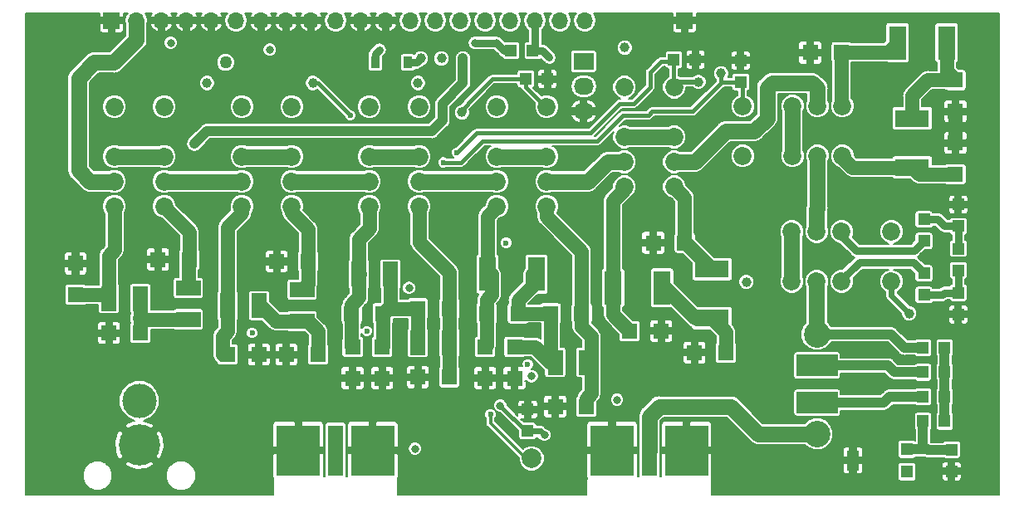
<source format=gtl>
G04 #@! TF.GenerationSoftware,KiCad,Pcbnew,5.0.2-bee76a0~70~ubuntu16.04.1*
G04 #@! TF.CreationDate,2019-08-17T11:50:25-07:00*
G04 #@! TF.ProjectId,n2adr,6e326164-722e-46b6-9963-61645f706362,E5b9*
G04 #@! TF.SameCoordinates,PX3dfd240PY3473bc0*
G04 #@! TF.FileFunction,Copper,L1,Top*
G04 #@! TF.FilePolarity,Positive*
%FSLAX46Y46*%
G04 Gerber Fmt 4.6, Leading zero omitted, Abs format (unit mm)*
G04 Created by KiCad (PCBNEW 5.0.2-bee76a0~70~ubuntu16.04.1) date Sat 17 Aug 2019 11:50:25 AM PDT*
%MOMM*%
%LPD*%
G01*
G04 APERTURE LIST*
G04 #@! TA.AperFunction,ViaPad*
%ADD10C,1.270000*%
G04 #@! TD*
G04 #@! TA.AperFunction,ComponentPad*
%ADD11C,1.850000*%
G04 #@! TD*
G04 #@! TA.AperFunction,SMDPad,CuDef*
%ADD12R,3.500000X1.800000*%
G04 #@! TD*
G04 #@! TA.AperFunction,SMDPad,CuDef*
%ADD13R,1.250000X1.200000*%
G04 #@! TD*
G04 #@! TA.AperFunction,SMDPad,CuDef*
%ADD14R,1.200000X1.250000*%
G04 #@! TD*
G04 #@! TA.AperFunction,SMDPad,CuDef*
%ADD15R,1.600000X1.600000*%
G04 #@! TD*
G04 #@! TA.AperFunction,ComponentPad*
%ADD16C,2.700020*%
G04 #@! TD*
G04 #@! TA.AperFunction,ComponentPad*
%ADD17R,2.200000X2.200000*%
G04 #@! TD*
G04 #@! TA.AperFunction,ComponentPad*
%ADD18C,1.000000*%
G04 #@! TD*
G04 #@! TA.AperFunction,SMDPad,CuDef*
%ADD19R,1.600000X2.500000*%
G04 #@! TD*
G04 #@! TA.AperFunction,SMDPad,CuDef*
%ADD20R,2.500000X1.600000*%
G04 #@! TD*
G04 #@! TA.AperFunction,SMDPad,CuDef*
%ADD21R,1.800000X3.500000*%
G04 #@! TD*
G04 #@! TA.AperFunction,ComponentPad*
%ADD22R,1.600000X5.200000*%
G04 #@! TD*
G04 #@! TA.AperFunction,ComponentPad*
%ADD23R,4.400000X5.200000*%
G04 #@! TD*
G04 #@! TA.AperFunction,ComponentPad*
%ADD24R,2.032000X1.727200*%
G04 #@! TD*
G04 #@! TA.AperFunction,ComponentPad*
%ADD25O,2.032000X1.727200*%
G04 #@! TD*
G04 #@! TA.AperFunction,ComponentPad*
%ADD26R,1.700000X1.700000*%
G04 #@! TD*
G04 #@! TA.AperFunction,ComponentPad*
%ADD27O,1.700000X1.700000*%
G04 #@! TD*
G04 #@! TA.AperFunction,ComponentPad*
%ADD28C,1.998980*%
G04 #@! TD*
G04 #@! TA.AperFunction,ComponentPad*
%ADD29C,4.200000*%
G04 #@! TD*
G04 #@! TA.AperFunction,ComponentPad*
%ADD30C,3.500000*%
G04 #@! TD*
G04 #@! TA.AperFunction,SMDPad,CuDef*
%ADD31R,1.300000X1.300000*%
G04 #@! TD*
G04 #@! TA.AperFunction,SMDPad,CuDef*
%ADD32R,1.300000X2.000000*%
G04 #@! TD*
G04 #@! TA.AperFunction,SMDPad,CuDef*
%ADD33R,0.900000X1.200000*%
G04 #@! TD*
G04 #@! TA.AperFunction,ComponentPad*
%ADD34C,1.270000*%
G04 #@! TD*
G04 #@! TA.AperFunction,ViaPad*
%ADD35C,0.600000*%
G04 #@! TD*
G04 #@! TA.AperFunction,ViaPad*
%ADD36C,1.000000*%
G04 #@! TD*
G04 #@! TA.AperFunction,ViaPad*
%ADD37C,0.800000*%
G04 #@! TD*
G04 #@! TA.AperFunction,Conductor*
%ADD38C,0.350000*%
G04 #@! TD*
G04 #@! TA.AperFunction,Conductor*
%ADD39C,1.400000*%
G04 #@! TD*
G04 #@! TA.AperFunction,Conductor*
%ADD40C,0.400000*%
G04 #@! TD*
G04 #@! TA.AperFunction,Conductor*
%ADD41C,0.800000*%
G04 #@! TD*
G04 #@! TA.AperFunction,Conductor*
%ADD42C,0.500000*%
G04 #@! TD*
G04 #@! TA.AperFunction,Conductor*
%ADD43C,1.600000*%
G04 #@! TD*
G04 #@! TA.AperFunction,Conductor*
%ADD44C,1.000000*%
G04 #@! TD*
G04 #@! TA.AperFunction,Conductor*
%ADD45C,0.600000*%
G04 #@! TD*
G04 #@! TA.AperFunction,Conductor*
%ADD46C,0.200000*%
G04 #@! TD*
G04 APERTURE END LIST*
D10*
G04 #@! TO.N,GND*
G04 #@! TO.C,REF\002A\002A*
X81900000Y-25000000D03*
G04 #@! TD*
G04 #@! TO.N,GND*
G04 #@! TO.C,REF\002A\002A*
X57100000Y-15000000D03*
G04 #@! TD*
G04 #@! TO.N,GND*
G04 #@! TO.C,REF\002A\002A*
X73800000Y-31250000D03*
G04 #@! TD*
G04 #@! TO.N,GND*
G04 #@! TO.C,REF\002A\002A*
X12300000Y-12100000D03*
G04 #@! TD*
G04 #@! TO.N,GND*
G04 #@! TO.C,REF\002A\002A*
X30400000Y-10300000D03*
G04 #@! TD*
G04 #@! TO.N,GND*
G04 #@! TO.C,REF\002A\002A*
X30500000Y-20000000D03*
G04 #@! TD*
G04 #@! TO.N,GND*
G04 #@! TO.C,REF\002A\002A*
X86100000Y-38200000D03*
G04 #@! TD*
G04 #@! TO.N,GND*
G04 #@! TO.C,REF\002A\002A*
X85300000Y-30600000D03*
G04 #@! TD*
G04 #@! TO.N,GND*
G04 #@! TO.C,REF\002A\002A*
X85700000Y-12400000D03*
G04 #@! TD*
G04 #@! TO.N,GND*
G04 #@! TO.C,REF\002A\002A*
X50500000Y-11200000D03*
G04 #@! TD*
G04 #@! TO.N,GND*
G04 #@! TO.C,REF\002A\002A*
X57100000Y-20000000D03*
G04 #@! TD*
G04 #@! TO.N,GND*
G04 #@! TO.C,REF\002A\002A*
X70700000Y-10500000D03*
G04 #@! TD*
G04 #@! TO.N,GND*
G04 #@! TO.C,REF\002A\002A*
X76500000Y-38100000D03*
G04 #@! TD*
G04 #@! TO.N,GND*
G04 #@! TO.C,REF\002A\002A*
X66550000Y-34850000D03*
G04 #@! TD*
G04 #@! TO.N,GND*
G04 #@! TO.C,REF\002A\002A*
X30400000Y-14600000D03*
G04 #@! TD*
G04 #@! TO.N,GND*
G04 #@! TO.C,REF\002A\002A*
X49900000Y-26800000D03*
G04 #@! TD*
G04 #@! TO.N,GND*
G04 #@! TO.C,REF\002A\002A*
X78800000Y-30800000D03*
G04 #@! TD*
G04 #@! TO.N,GND*
G04 #@! TO.C,REF\002A\002A*
X83300000Y-17500000D03*
G04 #@! TD*
G04 #@! TO.N,GND*
G04 #@! TO.C,REF\002A\002A*
X62300000Y-25100000D03*
G04 #@! TD*
G04 #@! TO.N,GND*
G04 #@! TO.C,REF\002A\002A*
X60000000Y-34000000D03*
G04 #@! TD*
G04 #@! TO.N,GND*
G04 #@! TO.C,REF\002A\002A*
X42300000Y-48500000D03*
G04 #@! TD*
G04 #@! TO.N,GND*
G04 #@! TO.C,REF\002A\002A*
X38200000Y-23800000D03*
G04 #@! TD*
G04 #@! TO.N,GND*
G04 #@! TO.C,REF\002A\002A*
X37100000Y-39750000D03*
G04 #@! TD*
G04 #@! TO.N,GND*
G04 #@! TO.C,REF\002A\002A*
X25500000Y-38500000D03*
G04 #@! TD*
G04 #@! TO.N,GND*
G04 #@! TO.C,REF\002A\002A*
X23500000Y-27500000D03*
G04 #@! TD*
G04 #@! TO.N,GND*
G04 #@! TO.C,REF\002A\002A*
X25000000Y-22500000D03*
G04 #@! TD*
G04 #@! TO.N,GND*
G04 #@! TO.C,REF\002A\002A*
X12500000Y-22500000D03*
G04 #@! TD*
G04 #@! TO.N,GND*
G04 #@! TO.C,REF\002A\002A*
X6000000Y-33000000D03*
G04 #@! TD*
G04 #@! TO.N,GND*
G04 #@! TO.C,REF\002A\002A*
X5500000Y-23500000D03*
G04 #@! TD*
G04 #@! TO.N,GND*
G04 #@! TO.C,REF\002A\002A*
X1500000Y-47500000D03*
G04 #@! TD*
G04 #@! TO.N,GND*
G04 #@! TO.C,REF\002A\002A*
X1500000Y-42500000D03*
G04 #@! TD*
G04 #@! TO.N,GND*
G04 #@! TO.C,REF\002A\002A*
X1500000Y-37500000D03*
G04 #@! TD*
G04 #@! TO.N,GND*
G04 #@! TO.C,REF\002A\002A*
X1500000Y-32500000D03*
G04 #@! TD*
G04 #@! TO.N,GND*
G04 #@! TO.C,REF\002A\002A*
X1500000Y-27500000D03*
G04 #@! TD*
G04 #@! TO.N,GND*
G04 #@! TO.C,REF\002A\002A*
X1500000Y-22500000D03*
G04 #@! TD*
G04 #@! TO.N,GND*
G04 #@! TO.C,REF\002A\002A*
X1500000Y-17500000D03*
G04 #@! TD*
G04 #@! TO.N,GND*
G04 #@! TO.C,REF\002A\002A*
X1500000Y-12500000D03*
G04 #@! TD*
G04 #@! TO.N,GND*
G04 #@! TO.C,REF\002A\002A*
X1500000Y-7500000D03*
G04 #@! TD*
G04 #@! TO.N,GND*
G04 #@! TO.C,REF\002A\002A*
X1500000Y-2500000D03*
G04 #@! TD*
G04 #@! TO.N,GND*
G04 #@! TO.C,REF\002A\002A*
X98500000Y-47500000D03*
G04 #@! TD*
G04 #@! TO.N,GND*
G04 #@! TO.C,REF\002A\002A*
X98500000Y-42500000D03*
G04 #@! TD*
G04 #@! TO.N,GND*
G04 #@! TO.C,REF\002A\002A*
X98500000Y-37500000D03*
G04 #@! TD*
G04 #@! TO.N,GND*
G04 #@! TO.C,REF\002A\002A*
X98500000Y-32500000D03*
G04 #@! TD*
G04 #@! TO.N,GND*
G04 #@! TO.C,REF\002A\002A*
X98500000Y-27500000D03*
G04 #@! TD*
G04 #@! TO.N,GND*
G04 #@! TO.C,REF\002A\002A*
X98500000Y-22500000D03*
G04 #@! TD*
G04 #@! TO.N,GND*
G04 #@! TO.C,REF\002A\002A*
X98500000Y-17500000D03*
G04 #@! TD*
G04 #@! TO.N,GND*
G04 #@! TO.C,REF\002A\002A*
X98500000Y-12500000D03*
G04 #@! TD*
G04 #@! TO.N,GND*
G04 #@! TO.C,REF\002A\002A*
X98500000Y-7500000D03*
G04 #@! TD*
G04 #@! TO.N,GND*
G04 #@! TO.C,REF\002A\002A*
X98500000Y-2500000D03*
G04 #@! TD*
G04 #@! TO.N,GND*
G04 #@! TO.C,REF\002A\002A*
X76500000Y-4100000D03*
G04 #@! TD*
G04 #@! TO.N,GND*
G04 #@! TO.C,REF\002A\002A*
X43000000Y-13600000D03*
G04 #@! TD*
D11*
G04 #@! TO.P,K3,8*
G04 #@! TO.N,Band3*
X53540000Y-9920000D03*
G04 #@! TO.P,K3,7*
G04 #@! TO.N,Net-(K3-Pad2)*
X53540000Y-15000000D03*
G04 #@! TO.P,K3,6*
G04 #@! TO.N,Net-(K2-Pad3)*
X53540000Y-17540000D03*
G04 #@! TO.P,K3,5*
G04 #@! TO.N,Net-(C40-Pad1)*
X53540000Y-20080000D03*
G04 #@! TO.P,K3,4*
G04 #@! TO.N,Net-(C32-Pad2)*
X48460000Y-20080000D03*
G04 #@! TO.P,K3,3*
G04 #@! TO.N,Net-(K3-Pad3)*
X48460000Y-17540000D03*
G04 #@! TO.P,K3,2*
G04 #@! TO.N,Net-(K3-Pad2)*
X48460000Y-15000000D03*
G04 #@! TO.P,K3,1*
G04 #@! TO.N,+3V3*
X48460000Y-9920000D03*
G04 #@! TD*
G04 #@! TO.P,K4,8*
G04 #@! TO.N,Band4*
X40540000Y-9920000D03*
G04 #@! TO.P,K4,7*
G04 #@! TO.N,Net-(K4-Pad2)*
X40540000Y-15000000D03*
G04 #@! TO.P,K4,6*
G04 #@! TO.N,Net-(K3-Pad3)*
X40540000Y-17540000D03*
G04 #@! TO.P,K4,5*
G04 #@! TO.N,Net-(C41-Pad1)*
X40540000Y-20080000D03*
G04 #@! TO.P,K4,4*
G04 #@! TO.N,Net-(C33-Pad2)*
X35460000Y-20080000D03*
G04 #@! TO.P,K4,3*
G04 #@! TO.N,Net-(K4-Pad3)*
X35460000Y-17540000D03*
G04 #@! TO.P,K4,2*
G04 #@! TO.N,Net-(K4-Pad2)*
X35460000Y-15000000D03*
G04 #@! TO.P,K4,1*
G04 #@! TO.N,+3V3*
X35460000Y-9920000D03*
G04 #@! TD*
D12*
G04 #@! TO.P,L2,1*
G04 #@! TO.N,Net-(C9-Pad2)*
X70400000Y-31500000D03*
G04 #@! TO.P,L2,2*
G04 #@! TO.N,Net-(C10-Pad2)*
X70400000Y-26500000D03*
G04 #@! TD*
D13*
G04 #@! TO.P,C1,1*
G04 #@! TO.N,GND*
X73300000Y-5200000D03*
G04 #@! TO.P,C1,2*
G04 #@! TO.N,Band1*
X73300000Y-7400000D03*
G04 #@! TD*
D14*
G04 #@! TO.P,C2,1*
G04 #@! TO.N,GND*
X68700000Y-5100000D03*
G04 #@! TO.P,C2,2*
G04 #@! TO.N,Band2*
X66500000Y-5100000D03*
G04 #@! TD*
G04 #@! TO.P,C4,1*
G04 #@! TO.N,GND*
X53600000Y-7100000D03*
G04 #@! TO.P,C4,2*
G04 #@! TO.N,Band3*
X51400000Y-7100000D03*
G04 #@! TD*
D15*
G04 #@! TO.P,C8,1*
G04 #@! TO.N,GND*
X65200000Y-32800000D03*
G04 #@! TO.P,C8,2*
G04 #@! TO.N,Net-(C8-Pad2)*
X62000000Y-32800000D03*
G04 #@! TD*
G04 #@! TO.P,C9,1*
G04 #@! TO.N,GND*
X68600000Y-35000000D03*
G04 #@! TO.P,C9,2*
G04 #@! TO.N,Net-(C9-Pad2)*
X71800000Y-35000000D03*
G04 #@! TD*
G04 #@! TO.P,C10,1*
G04 #@! TO.N,GND*
X64400000Y-23800000D03*
G04 #@! TO.P,C10,2*
G04 #@! TO.N,Net-(C10-Pad2)*
X67600000Y-23800000D03*
G04 #@! TD*
D16*
G04 #@! TO.P,JP1,1*
G04 #@! TO.N,Net-(CN4-Pad1)*
X81100000Y-43300000D03*
G04 #@! TO.P,JP1,2*
G04 #@! TO.N,FilterOut*
X81100000Y-33140000D03*
G04 #@! TD*
D17*
G04 #@! TO.P,L3,1*
G04 #@! TO.N,Net-(D1-Pad3)*
X80100000Y-40100000D03*
G04 #@! TO.P,L3,2*
G04 #@! TO.N,Net-(D2-Pad4)*
X82100000Y-36300000D03*
G04 #@! TO.P,L3,1*
G04 #@! TO.N,Net-(D1-Pad3)*
X82100000Y-40100000D03*
G04 #@! TO.P,L3,2*
G04 #@! TO.N,Net-(D2-Pad4)*
X80100000Y-36300000D03*
G04 #@! TD*
D18*
G04 #@! TO.P,P3,1*
G04 #@! TO.N,Band3*
X44900000Y-10500000D03*
G04 #@! TD*
G04 #@! TO.P,P6,1*
G04 #@! TO.N,Band6*
X18900000Y-7500000D03*
G04 #@! TD*
D14*
G04 #@! TO.P,R2,1*
G04 #@! TO.N,Net-(R2-Pad1)*
X94100000Y-34500000D03*
G04 #@! TO.P,R2,2*
G04 #@! TO.N,FilterOut*
X91900000Y-34500000D03*
G04 #@! TD*
G04 #@! TO.P,R3,1*
G04 #@! TO.N,Net-(R1-Pad2)*
X91900000Y-42000000D03*
G04 #@! TO.P,R3,2*
G04 #@! TO.N,Net-(R2-Pad1)*
X94100000Y-42000000D03*
G04 #@! TD*
G04 #@! TO.P,R6,1*
G04 #@! TO.N,Net-(R2-Pad1)*
X94100000Y-39500000D03*
G04 #@! TO.P,R6,2*
G04 #@! TO.N,Net-(D1-Pad3)*
X91900000Y-39500000D03*
G04 #@! TD*
G04 #@! TO.P,R7,1*
G04 #@! TO.N,Net-(D2-Pad4)*
X91900000Y-37000000D03*
G04 #@! TO.P,R7,2*
G04 #@! TO.N,Net-(R2-Pad1)*
X94100000Y-37000000D03*
G04 #@! TD*
D15*
G04 #@! TO.P,C21,1*
G04 #@! TO.N,Net-(C21-Pad1)*
X95200000Y-16800000D03*
G04 #@! TO.P,C21,2*
G04 #@! TO.N,GND*
X95200000Y-13600000D03*
G04 #@! TD*
G04 #@! TO.P,C22,1*
G04 #@! TO.N,Net-(C22-Pad1)*
X95200000Y-7200000D03*
G04 #@! TO.P,C22,2*
G04 #@! TO.N,GND*
X95200000Y-10400000D03*
G04 #@! TD*
G04 #@! TO.P,C23,1*
G04 #@! TO.N,Net-(C23-Pad1)*
X83600000Y-4400000D03*
G04 #@! TO.P,C23,2*
G04 #@! TO.N,GND*
X80400000Y-4400000D03*
G04 #@! TD*
G04 #@! TO.P,C24,1*
G04 #@! TO.N,GND*
X5500000Y-25900000D03*
G04 #@! TO.P,C24,2*
G04 #@! TO.N,Net-(C24-Pad2)*
X5500000Y-29100000D03*
G04 #@! TD*
G04 #@! TO.P,C25,1*
G04 #@! TO.N,GND*
X8900000Y-33000000D03*
G04 #@! TO.P,C25,2*
G04 #@! TO.N,Net-(C25-Pad2)*
X12100000Y-33000000D03*
G04 #@! TD*
G04 #@! TO.P,C26,1*
G04 #@! TO.N,GND*
X13900000Y-25500000D03*
G04 #@! TO.P,C26,2*
G04 #@! TO.N,Net-(C26-Pad2)*
X17100000Y-25500000D03*
G04 #@! TD*
D19*
G04 #@! TO.P,L7,1*
G04 #@! TO.N,Net-(C24-Pad2)*
X8900000Y-29500000D03*
G04 #@! TO.P,L7,2*
G04 #@! TO.N,Net-(C25-Pad2)*
X12100000Y-29500000D03*
G04 #@! TD*
D20*
G04 #@! TO.P,L8,1*
G04 #@! TO.N,Net-(C25-Pad2)*
X17000000Y-31600000D03*
G04 #@! TO.P,L8,2*
G04 #@! TO.N,Net-(C26-Pad2)*
X17000000Y-28400000D03*
G04 #@! TD*
D15*
G04 #@! TO.P,C32,1*
G04 #@! TO.N,GND*
X47250000Y-37600000D03*
G04 #@! TO.P,C32,2*
G04 #@! TO.N,Net-(C32-Pad2)*
X47250000Y-34400000D03*
G04 #@! TD*
G04 #@! TO.P,C33,1*
G04 #@! TO.N,GND*
X33750000Y-37600000D03*
G04 #@! TO.P,C33,2*
G04 #@! TO.N,Net-(C33-Pad2)*
X33750000Y-34400000D03*
G04 #@! TD*
G04 #@! TO.P,C34,1*
G04 #@! TO.N,GND*
X24200000Y-35200000D03*
G04 #@! TO.P,C34,2*
G04 #@! TO.N,Net-(C34-Pad2)*
X21000000Y-35200000D03*
G04 #@! TD*
G04 #@! TO.P,C35,1*
G04 #@! TO.N,Net-(C35-Pad1)*
X50600000Y-31000000D03*
G04 #@! TO.P,C35,2*
G04 #@! TO.N,Net-(C32-Pad2)*
X47400000Y-31000000D03*
G04 #@! TD*
G04 #@! TO.P,C36,1*
G04 #@! TO.N,Net-(C36-Pad1)*
X36850000Y-31000000D03*
G04 #@! TO.P,C36,2*
G04 #@! TO.N,Net-(C33-Pad2)*
X33650000Y-31000000D03*
G04 #@! TD*
G04 #@! TO.P,C37,1*
G04 #@! TO.N,GND*
X50250000Y-37600000D03*
G04 #@! TO.P,C37,2*
G04 #@! TO.N,Net-(C35-Pad1)*
X50250000Y-34400000D03*
G04 #@! TD*
G04 #@! TO.P,C38,1*
G04 #@! TO.N,GND*
X36750000Y-37600000D03*
G04 #@! TO.P,C38,2*
G04 #@! TO.N,Net-(C36-Pad1)*
X36750000Y-34400000D03*
G04 #@! TD*
G04 #@! TO.P,C39,1*
G04 #@! TO.N,GND*
X27000000Y-35200000D03*
G04 #@! TO.P,C39,2*
G04 #@! TO.N,Net-(C39-Pad2)*
X30200000Y-35200000D03*
G04 #@! TD*
G04 #@! TO.P,C40,1*
G04 #@! TO.N,Net-(C40-Pad1)*
X57100000Y-31000000D03*
G04 #@! TO.P,C40,2*
G04 #@! TO.N,Net-(C35-Pad1)*
X53900000Y-31000000D03*
G04 #@! TD*
G04 #@! TO.P,C41,1*
G04 #@! TO.N,Net-(C41-Pad1)*
X43600000Y-30500000D03*
G04 #@! TO.P,C41,2*
G04 #@! TO.N,Net-(C36-Pad1)*
X40400000Y-30500000D03*
G04 #@! TD*
G04 #@! TO.P,C42,1*
G04 #@! TO.N,GND*
X54400000Y-40500000D03*
G04 #@! TO.P,C42,2*
G04 #@! TO.N,Net-(C40-Pad1)*
X57600000Y-40500000D03*
G04 #@! TD*
G04 #@! TO.P,C43,1*
G04 #@! TO.N,GND*
X40400000Y-37500000D03*
G04 #@! TO.P,C43,2*
G04 #@! TO.N,Net-(C41-Pad1)*
X43600000Y-37500000D03*
G04 #@! TD*
G04 #@! TO.P,C44,1*
G04 #@! TO.N,GND*
X26000000Y-25700000D03*
G04 #@! TO.P,C44,2*
G04 #@! TO.N,Net-(C44-Pad2)*
X29200000Y-25700000D03*
G04 #@! TD*
D19*
G04 #@! TO.P,L10,1*
G04 #@! TO.N,Net-(C33-Pad2)*
X34400000Y-27000000D03*
G04 #@! TO.P,L10,2*
G04 #@! TO.N,Net-(C36-Pad1)*
X37600000Y-27000000D03*
G04 #@! TD*
G04 #@! TO.P,L11,1*
G04 #@! TO.N,Net-(C34-Pad2)*
X21000000Y-30200000D03*
G04 #@! TO.P,L11,2*
G04 #@! TO.N,Net-(C39-Pad2)*
X24200000Y-30200000D03*
G04 #@! TD*
G04 #@! TO.P,L13,1*
G04 #@! TO.N,Net-(C36-Pad1)*
X40400000Y-34000000D03*
G04 #@! TO.P,L13,2*
G04 #@! TO.N,Net-(C41-Pad1)*
X43600000Y-34000000D03*
G04 #@! TD*
D20*
G04 #@! TO.P,L14,1*
G04 #@! TO.N,Net-(C39-Pad2)*
X28600000Y-31800000D03*
G04 #@! TO.P,L14,2*
G04 #@! TO.N,Net-(C44-Pad2)*
X28600000Y-28600000D03*
G04 #@! TD*
D18*
G04 #@! TO.P,P1,1*
G04 #@! TO.N,Band1*
X71300000Y-6500000D03*
G04 #@! TD*
G04 #@! TO.P,P2,1*
G04 #@! TO.N,Band2*
X69000000Y-7400000D03*
G04 #@! TD*
G04 #@! TO.P,P4,1*
G04 #@! TO.N,Band4*
X40400000Y-7500000D03*
G04 #@! TD*
G04 #@! TO.P,P5,1*
G04 #@! TO.N,Band5*
X29700000Y-7500000D03*
G04 #@! TD*
D21*
G04 #@! TO.P,L1,1*
G04 #@! TO.N,Net-(C8-Pad2)*
X60300000Y-28400000D03*
G04 #@! TO.P,L1,2*
G04 #@! TO.N,Net-(C9-Pad2)*
X65300000Y-28400000D03*
G04 #@! TD*
D12*
G04 #@! TO.P,L5,1*
G04 #@! TO.N,Net-(C21-Pad1)*
X90800000Y-16100000D03*
G04 #@! TO.P,L5,2*
G04 #@! TO.N,Net-(C22-Pad1)*
X90800000Y-11100000D03*
G04 #@! TD*
D21*
G04 #@! TO.P,L6,1*
G04 #@! TO.N,Net-(C22-Pad1)*
X94300000Y-3400000D03*
G04 #@! TO.P,L6,2*
G04 #@! TO.N,Net-(C23-Pad1)*
X89300000Y-3400000D03*
G04 #@! TD*
G04 #@! TO.P,L9,1*
G04 #@! TO.N,Net-(C32-Pad2)*
X47500000Y-27000000D03*
G04 #@! TO.P,L9,2*
G04 #@! TO.N,Net-(C35-Pad1)*
X52500000Y-27000000D03*
G04 #@! TD*
D19*
G04 #@! TO.P,L12,1*
G04 #@! TO.N,Net-(C35-Pad1)*
X54400000Y-36000000D03*
G04 #@! TO.P,L12,2*
G04 #@! TO.N,Net-(C40-Pad1)*
X57600000Y-36000000D03*
G04 #@! TD*
D13*
G04 #@! TO.P,C50,1*
G04 #@! TO.N,GND*
X51600000Y-40800000D03*
G04 #@! TO.P,C50,2*
G04 #@! TO.N,+3V3*
X51600000Y-43000000D03*
G04 #@! TD*
D18*
G04 #@! TO.P,P7,1*
G04 #@! TO.N,Band7*
X90500000Y-31000000D03*
G04 #@! TD*
D13*
G04 #@! TO.P,C47,1*
G04 #@! TO.N,Net-(C47-Pad1)*
X92000000Y-21400000D03*
G04 #@! TO.P,C47,2*
G04 #@! TO.N,Net-(C47-Pad2)*
X92000000Y-23600000D03*
G04 #@! TD*
G04 #@! TO.P,C48,1*
G04 #@! TO.N,Net-(C48-Pad1)*
X95500000Y-26600000D03*
G04 #@! TO.P,C48,2*
G04 #@! TO.N,Net-(C47-Pad1)*
X95500000Y-24400000D03*
G04 #@! TD*
G04 #@! TO.P,C49,1*
G04 #@! TO.N,Net-(C49-Pad1)*
X92000000Y-26900000D03*
G04 #@! TO.P,C49,2*
G04 #@! TO.N,Net-(C48-Pad1)*
X92000000Y-29100000D03*
G04 #@! TD*
G04 #@! TO.P,L4,1*
G04 #@! TO.N,GND*
X95500000Y-31100000D03*
G04 #@! TO.P,L4,2*
G04 #@! TO.N,Net-(C48-Pad1)*
X95500000Y-28900000D03*
G04 #@! TD*
G04 #@! TO.P,L15,1*
G04 #@! TO.N,GND*
X95500000Y-19900000D03*
G04 #@! TO.P,L15,2*
G04 #@! TO.N,Net-(C47-Pad1)*
X95500000Y-22100000D03*
G04 #@! TD*
D22*
G04 #@! TO.P,CN4,1*
G04 #@! TO.N,Net-(CN4-Pad1)*
X64000000Y-45000000D03*
D23*
G04 #@! TO.P,CN4,2*
G04 #@! TO.N,GND*
X60200000Y-45000000D03*
X67800000Y-45000000D03*
G04 #@! TD*
D22*
G04 #@! TO.P,CN3,1*
G04 #@! TO.N,Net-(CN2-Pad10)*
X32000000Y-45000000D03*
D23*
G04 #@! TO.P,CN3,2*
G04 #@! TO.N,GND*
X28200000Y-45000000D03*
X35800000Y-45000000D03*
G04 #@! TD*
D13*
G04 #@! TO.P,R1,1*
G04 #@! TO.N,GND*
X94800000Y-47100000D03*
G04 #@! TO.P,R1,2*
G04 #@! TO.N,Net-(R1-Pad2)*
X94800000Y-44900000D03*
G04 #@! TD*
D11*
G04 #@! TO.P,K1,8*
G04 #@! TO.N,Band1*
X73520000Y-9860000D03*
G04 #@! TO.P,K1,7*
G04 #@! TO.N,Net-(K1-Pad2)*
X78600000Y-9860000D03*
G04 #@! TO.P,K1,6*
G04 #@! TO.N,Net-(K1-Pad6)*
X81140000Y-9860000D03*
G04 #@! TO.P,K1,5*
G04 #@! TO.N,Net-(C23-Pad1)*
X83680000Y-9860000D03*
G04 #@! TO.P,K1,4*
G04 #@! TO.N,Net-(C21-Pad1)*
X83680000Y-14940000D03*
G04 #@! TO.P,K1,3*
G04 #@! TO.N,Net-(K1-Pad3)*
X81140000Y-14940000D03*
G04 #@! TO.P,K1,2*
G04 #@! TO.N,Net-(K1-Pad2)*
X78600000Y-14940000D03*
G04 #@! TO.P,K1,1*
G04 #@! TO.N,+3V3*
X73520000Y-14940000D03*
G04 #@! TD*
G04 #@! TO.P,K2,8*
G04 #@! TO.N,Band2*
X66540000Y-7920000D03*
G04 #@! TO.P,K2,7*
G04 #@! TO.N,Net-(K2-Pad2)*
X66540000Y-13000000D03*
G04 #@! TO.P,K2,6*
G04 #@! TO.N,Net-(K1-Pad6)*
X66540000Y-15540000D03*
G04 #@! TO.P,K2,5*
G04 #@! TO.N,Net-(C10-Pad2)*
X66540000Y-18080000D03*
G04 #@! TO.P,K2,4*
G04 #@! TO.N,Net-(C8-Pad2)*
X61460000Y-18080000D03*
G04 #@! TO.P,K2,3*
G04 #@! TO.N,Net-(K2-Pad3)*
X61460000Y-15540000D03*
G04 #@! TO.P,K2,2*
G04 #@! TO.N,Net-(K2-Pad2)*
X61460000Y-13000000D03*
G04 #@! TO.P,K2,1*
G04 #@! TO.N,+3V3*
X61460000Y-7920000D03*
G04 #@! TD*
G04 #@! TO.P,K5,8*
G04 #@! TO.N,Band5*
X27540000Y-9920000D03*
G04 #@! TO.P,K5,7*
G04 #@! TO.N,Net-(K5-Pad2)*
X27540000Y-15000000D03*
G04 #@! TO.P,K5,6*
G04 #@! TO.N,Net-(K4-Pad3)*
X27540000Y-17540000D03*
G04 #@! TO.P,K5,5*
G04 #@! TO.N,Net-(C44-Pad2)*
X27540000Y-20080000D03*
G04 #@! TO.P,K5,4*
G04 #@! TO.N,Net-(C34-Pad2)*
X22460000Y-20080000D03*
G04 #@! TO.P,K5,3*
G04 #@! TO.N,Net-(K5-Pad3)*
X22460000Y-17540000D03*
G04 #@! TO.P,K5,2*
G04 #@! TO.N,Net-(K5-Pad2)*
X22460000Y-15000000D03*
G04 #@! TO.P,K5,1*
G04 #@! TO.N,+3V3*
X22460000Y-9920000D03*
G04 #@! TD*
G04 #@! TO.P,K6,8*
G04 #@! TO.N,Band6*
X14540000Y-9920000D03*
G04 #@! TO.P,K6,7*
G04 #@! TO.N,Net-(K6-Pad2)*
X14540000Y-15000000D03*
G04 #@! TO.P,K6,6*
G04 #@! TO.N,Net-(K5-Pad3)*
X14540000Y-17540000D03*
G04 #@! TO.P,K6,5*
G04 #@! TO.N,Net-(C26-Pad2)*
X14540000Y-20080000D03*
G04 #@! TO.P,K6,4*
G04 #@! TO.N,Net-(C24-Pad2)*
X9460000Y-20080000D03*
G04 #@! TO.P,K6,3*
G04 #@! TO.N,RFInput*
X9460000Y-17540000D03*
G04 #@! TO.P,K6,2*
G04 #@! TO.N,Net-(K6-Pad2)*
X9460000Y-15000000D03*
G04 #@! TO.P,K6,1*
G04 #@! TO.N,+3V3*
X9460000Y-9920000D03*
G04 #@! TD*
G04 #@! TO.P,K7,8*
G04 #@! TO.N,Band7*
X88680000Y-27740000D03*
G04 #@! TO.P,K7,7*
G04 #@! TO.N,Net-(C49-Pad1)*
X83600000Y-27740000D03*
G04 #@! TO.P,K7,6*
G04 #@! TO.N,FilterOut*
X81060000Y-27740000D03*
G04 #@! TO.P,K7,5*
G04 #@! TO.N,Net-(K7-Pad4)*
X78520000Y-27740000D03*
G04 #@! TO.P,K7,4*
X78520000Y-22660000D03*
G04 #@! TO.P,K7,3*
G04 #@! TO.N,Net-(K1-Pad3)*
X81060000Y-22660000D03*
G04 #@! TO.P,K7,2*
G04 #@! TO.N,Net-(C47-Pad2)*
X83600000Y-22660000D03*
G04 #@! TO.P,K7,1*
G04 #@! TO.N,+3V3*
X88680000Y-22660000D03*
G04 #@! TD*
D24*
G04 #@! TO.P,CN5,1*
G04 #@! TO.N,Net-(CN2-Pad19)*
X57300000Y-5300000D03*
D25*
G04 #@! TO.P,CN5,2*
G04 #@! TO.N,Net-(CN2-Pad20)*
X57300000Y-7840000D03*
G04 #@! TO.P,CN5,3*
G04 #@! TO.N,GND*
X57300000Y-10380000D03*
G04 #@! TD*
D26*
G04 #@! TO.P,J3,1*
G04 #@! TO.N,GND*
X67588000Y-1134000D03*
G04 #@! TD*
G04 #@! TO.P,CN2,1*
G04 #@! TO.N,GND*
X9168000Y-1134000D03*
D27*
G04 #@! TO.P,CN2,2*
G04 #@! TO.N,RFInput*
X11708000Y-1134000D03*
G04 #@! TO.P,CN2,3*
G04 #@! TO.N,GND*
X14248000Y-1134000D03*
G04 #@! TO.P,CN2,4*
X16788000Y-1134000D03*
G04 #@! TO.P,CN2,5*
X19328000Y-1134000D03*
G04 #@! TO.P,CN2,6*
G04 #@! TO.N,Net-(CN2-Pad6)*
X21868000Y-1134000D03*
G04 #@! TO.P,CN2,7*
G04 #@! TO.N,GND*
X24408000Y-1134000D03*
G04 #@! TO.P,CN2,8*
X26948000Y-1134000D03*
G04 #@! TO.P,CN2,9*
X29488000Y-1134000D03*
G04 #@! TO.P,CN2,10*
G04 #@! TO.N,Net-(CN2-Pad10)*
X32028000Y-1134000D03*
G04 #@! TO.P,CN2,11*
G04 #@! TO.N,GND*
X34568000Y-1134000D03*
G04 #@! TO.P,CN2,12*
X37108000Y-1134000D03*
G04 #@! TO.P,CN2,13*
G04 #@! TO.N,INTTR*
X39648000Y-1134000D03*
G04 #@! TO.P,CN2,14*
G04 #@! TO.N,Net-(CN2-Pad14)*
X42188000Y-1134000D03*
G04 #@! TO.P,CN2,15*
G04 #@! TO.N,Net-(CN1-Pad1)*
X44728000Y-1134000D03*
G04 #@! TO.P,CN2,16*
G04 #@! TO.N,Net-(CN2-Pad16)*
X47268000Y-1134000D03*
G04 #@! TO.P,CN2,17*
G04 #@! TO.N,Net-(CN2-Pad17)*
X49808000Y-1134000D03*
G04 #@! TO.P,CN2,18*
G04 #@! TO.N,Net-(CN2-Pad18)*
X52348000Y-1134000D03*
G04 #@! TO.P,CN2,19*
G04 #@! TO.N,Net-(CN2-Pad19)*
X54888000Y-1134000D03*
G04 #@! TO.P,CN2,20*
G04 #@! TO.N,Net-(CN2-Pad20)*
X57428000Y-1134000D03*
G04 #@! TD*
D28*
G04 #@! TO.P,P13,1*
G04 #@! TO.N,Net-(P13-Pad1)*
X52000000Y-45800000D03*
G04 #@! TD*
D18*
G04 #@! TO.P,P8,1*
G04 #@! TO.N,Net-(CN2-Pad14)*
X42800000Y-5000000D03*
G04 #@! TD*
G04 #@! TO.P,P14,1*
G04 #@! TO.N,INTTR*
X40700000Y-5000000D03*
G04 #@! TD*
G04 #@! TO.P,P16,1*
G04 #@! TO.N,Net-(CN1-Pad1)*
X45000000Y-5000000D03*
G04 #@! TD*
D10*
G04 #@! TO.N,GND*
G04 #@! TO.C,REF\002A\002A*
X17900000Y-10300000D03*
G04 #@! TD*
D29*
G04 #@! TO.P,CN1,2*
G04 #@! TO.N,GND*
X12000000Y-44400000D03*
D30*
G04 #@! TO.P,CN1,1*
G04 #@! TO.N,Net-(CN1-Pad1)*
X12000000Y-39900000D03*
G04 #@! TD*
D31*
G04 #@! TO.P,RV1,1*
G04 #@! TO.N,Net-(R1-Pad2)*
X90250000Y-44850000D03*
D32*
G04 #@! TO.P,RV1,2*
G04 #@! TO.N,GND*
X84750000Y-46000000D03*
D31*
G04 #@! TO.P,RV1,3*
G04 #@! TO.N,Net-(RV1-Pad3)*
X90250000Y-47150000D03*
G04 #@! TD*
D33*
G04 #@! TO.P,D3,1*
G04 #@! TO.N,+3V3*
X36050000Y-5400000D03*
G04 #@! TO.P,D3,2*
G04 #@! TO.N,INTTR*
X39350000Y-5400000D03*
G04 #@! TD*
D14*
G04 #@! TO.P,FB1,1*
G04 #@! TO.N,+3V3*
X49900000Y-4200000D03*
G04 #@! TO.P,FB1,2*
G04 #@! TO.N,Net-(CN2-Pad18)*
X52100000Y-4200000D03*
G04 #@! TD*
D34*
G04 #@! TO.P,P15,1*
G04 #@! TO.N,Net-(CN2-Pad6)*
X20800000Y-5400000D03*
G04 #@! TD*
D35*
G04 #@! TO.N,GND*
X73400000Y-43800000D03*
X49800000Y-35800000D03*
G04 #@! TO.N,Band1*
X43000000Y-15600000D03*
G04 #@! TO.N,Band2*
X44400000Y-14600000D03*
G04 #@! TO.N,Band5*
X33500000Y-10800000D03*
G04 #@! TO.N,Band6*
X23500000Y-33000000D03*
X35200000Y-32800000D03*
G04 #@! TO.N,Band7*
X49400000Y-23800000D03*
G04 #@! TO.N,INTTR*
X51600000Y-36200000D03*
G04 #@! TO.N,Net-(P13-Pad1)*
X47800000Y-41300000D03*
D36*
G04 #@! TO.N,+3V3*
X73900000Y-27800000D03*
D37*
X60700000Y-39800000D03*
X53300000Y-43400000D03*
X40100000Y-44800000D03*
X52000000Y-37400000D03*
X39500000Y-28400000D03*
X15200000Y-3400000D03*
D36*
X61500000Y-3900000D03*
D37*
X48800000Y-40400000D03*
D35*
X36500000Y-4100000D03*
D37*
X25300000Y-4100000D03*
X48400000Y-3400000D03*
X46200000Y-3400000D03*
G04 #@! TO.N,Net-(CN1-Pad1)*
X17600000Y-13700000D03*
G04 #@! TO.N,Net-(CN2-Pad18)*
X53800000Y-4900000D03*
G04 #@! TD*
D38*
G04 #@! TO.N,GND*
X50250000Y-36250000D02*
X50250000Y-37600000D01*
X49800000Y-35800000D02*
X50250000Y-36250000D01*
D39*
X95200000Y-10400000D02*
X95200000Y-13600000D01*
D40*
G04 #@! TO.N,Band1*
X71300000Y-6500000D02*
X71300000Y-7300000D01*
X71300000Y-7300000D02*
X71400000Y-7400000D01*
X73520000Y-9860000D02*
X73520000Y-7620000D01*
X73520000Y-7620000D02*
X73300000Y-7400000D01*
X63500000Y-10800000D02*
X63900000Y-10800000D01*
X54800000Y-13400000D02*
X58700000Y-13400000D01*
X44800000Y-15600000D02*
X45400000Y-15000000D01*
X47000000Y-13400000D02*
X45400000Y-15000000D01*
X54800000Y-13400000D02*
X47000000Y-13400000D01*
X43000000Y-15600000D02*
X44800000Y-15600000D01*
X61300000Y-10800000D02*
X63500000Y-10800000D01*
X58700000Y-13400000D02*
X61300000Y-10800000D01*
X71400000Y-7400000D02*
X73300000Y-7400000D01*
X68400000Y-10400000D02*
X71400000Y-7400000D01*
X64300000Y-10400000D02*
X68400000Y-10400000D01*
X63900000Y-10800000D02*
X64300000Y-10400000D01*
D41*
X73600000Y-9780000D02*
X73520000Y-9860000D01*
D40*
G04 #@! TO.N,Band2*
X66500000Y-5100000D02*
X66500000Y-7880000D01*
X66500000Y-7880000D02*
X66540000Y-7920000D01*
X66300000Y-5300000D02*
X65200000Y-5300000D01*
X64080000Y-6420000D02*
X65200000Y-5300000D01*
X62400000Y-9600000D02*
X61000000Y-9600000D01*
X64080000Y-7920000D02*
X62400000Y-9600000D01*
X58000000Y-12600000D02*
X60200000Y-10400000D01*
X54200000Y-12600000D02*
X46400000Y-12600000D01*
X46400000Y-12600000D02*
X44400000Y-14600000D01*
X54200000Y-12600000D02*
X58000000Y-12600000D01*
X61000000Y-9600000D02*
X60200000Y-10400000D01*
X64080000Y-7920000D02*
X64080000Y-6420000D01*
X66300000Y-5300000D02*
X66500000Y-5100000D01*
D42*
X69000000Y-7400000D02*
X67060000Y-7400000D01*
X67060000Y-7400000D02*
X66540000Y-7920000D01*
D41*
X66300000Y-7680000D02*
X66540000Y-7920000D01*
D40*
G04 #@! TO.N,Band3*
X45900000Y-9200000D02*
X45100000Y-10000000D01*
X51400000Y-7100000D02*
X48000000Y-7100000D01*
X45900000Y-9200000D02*
X48000000Y-7100000D01*
X45100000Y-10000000D02*
X45100000Y-10300000D01*
X45100000Y-10300000D02*
X44900000Y-10500000D01*
X53540000Y-9920000D02*
X53420000Y-9920000D01*
X53420000Y-9920000D02*
X51400000Y-7900000D01*
X51400000Y-7900000D02*
X51400000Y-7100000D01*
X53540000Y-9920000D02*
X53540000Y-10260000D01*
D42*
X53600000Y-9860000D02*
X53540000Y-9920000D01*
X53600000Y-9860000D02*
X53540000Y-9920000D01*
G04 #@! TO.N,Band4*
X40600000Y-9860000D02*
X40540000Y-9920000D01*
D40*
G04 #@! TO.N,Band5*
X33500000Y-10800000D02*
X30200000Y-7500000D01*
X30200000Y-7500000D02*
X29700000Y-7500000D01*
D39*
G04 #@! TO.N,Net-(C8-Pad2)*
X61460000Y-18080000D02*
X61460000Y-18340000D01*
X61460000Y-18340000D02*
X60300000Y-19500000D01*
X60300000Y-19500000D02*
X60300000Y-28400000D01*
X60300000Y-28400000D02*
X60300000Y-31100000D01*
X60300000Y-31100000D02*
X62000000Y-32800000D01*
X60400000Y-28300000D02*
X60300000Y-28400000D01*
G04 #@! TO.N,Net-(C9-Pad2)*
X65300000Y-28400000D02*
X65600000Y-28400000D01*
X65600000Y-28400000D02*
X68700000Y-31500000D01*
X68700000Y-31500000D02*
X70400000Y-31500000D01*
X71800000Y-35000000D02*
X71800000Y-32900000D01*
X71800000Y-32900000D02*
X70400000Y-31500000D01*
G04 #@! TO.N,Net-(C10-Pad2)*
X66540000Y-18080000D02*
X66540000Y-18140000D01*
X66540000Y-18140000D02*
X67600000Y-19200000D01*
X67600000Y-19200000D02*
X67600000Y-23800000D01*
X67600000Y-23800000D02*
X67700000Y-23800000D01*
X67700000Y-23800000D02*
X70400000Y-26500000D01*
D43*
G04 #@! TO.N,Net-(K1-Pad3)*
X81140000Y-14940000D02*
X81140000Y-20260000D01*
X81060000Y-20340000D02*
X81060000Y-22660000D01*
X81140000Y-20260000D02*
X81060000Y-20340000D01*
G04 #@! TO.N,Net-(K2-Pad3)*
X53540000Y-17540000D02*
X57760000Y-17540000D01*
X59760000Y-15540000D02*
X61460000Y-15540000D01*
X57760000Y-17540000D02*
X59760000Y-15540000D01*
G04 #@! TO.N,Net-(K2-Pad2)*
X61460000Y-13000000D02*
X66540000Y-13000000D01*
G04 #@! TO.N,Net-(K3-Pad3)*
X40540000Y-17540000D02*
X48460000Y-17540000D01*
G04 #@! TO.N,Net-(K3-Pad2)*
X48460000Y-15000000D02*
X53540000Y-15000000D01*
G04 #@! TO.N,Net-(K4-Pad3)*
X27540000Y-17540000D02*
X35460000Y-17540000D01*
G04 #@! TO.N,Net-(K4-Pad2)*
X35460000Y-15000000D02*
X40540000Y-15000000D01*
G04 #@! TO.N,Net-(K5-Pad3)*
X14540000Y-17540000D02*
X22460000Y-17540000D01*
G04 #@! TO.N,Net-(K5-Pad2)*
X22460000Y-15000000D02*
X27540000Y-15000000D01*
G04 #@! TO.N,Net-(K6-Pad2)*
X9460000Y-15000000D02*
X14540000Y-15000000D01*
D39*
G04 #@! TO.N,Net-(C21-Pad1)*
X83680000Y-14940000D02*
X83680000Y-15080000D01*
X83680000Y-15080000D02*
X84700000Y-16100000D01*
X84700000Y-16100000D02*
X90800000Y-16100000D01*
X95200000Y-16800000D02*
X91500000Y-16800000D01*
X91500000Y-16800000D02*
X90800000Y-16100000D01*
G04 #@! TO.N,Net-(C24-Pad2)*
X9460000Y-20080000D02*
X9460000Y-24540000D01*
X8900000Y-25100000D02*
X8900000Y-29500000D01*
X9460000Y-24540000D02*
X8900000Y-25100000D01*
X5500000Y-29100000D02*
X8500000Y-29100000D01*
X8500000Y-29100000D02*
X8900000Y-29500000D01*
G04 #@! TO.N,Net-(C25-Pad2)*
X17000000Y-31600000D02*
X12100000Y-31600000D01*
X12000000Y-31500000D02*
X12100000Y-31500000D01*
X12100000Y-31600000D02*
X12000000Y-31500000D01*
X12100000Y-29500000D02*
X12100000Y-31500000D01*
X12100000Y-31500000D02*
X12100000Y-33000000D01*
G04 #@! TO.N,Net-(C26-Pad2)*
X14540000Y-20080000D02*
X14540000Y-20140000D01*
X14540000Y-20140000D02*
X17100000Y-22700000D01*
X17100000Y-22700000D02*
X17100000Y-25500000D01*
X17000000Y-28400000D02*
X17000000Y-25600000D01*
X17000000Y-25600000D02*
X17100000Y-25500000D01*
G04 #@! TO.N,Net-(C32-Pad2)*
X48460000Y-20080000D02*
X48460000Y-20140000D01*
X48460000Y-20140000D02*
X47500000Y-21100000D01*
X47500000Y-21100000D02*
X47500000Y-27000000D01*
X47400000Y-26900000D02*
X47500000Y-27000000D01*
X47400000Y-31000000D02*
X47400000Y-34250000D01*
X47400000Y-34250000D02*
X47250000Y-34400000D01*
X47900000Y-27000000D02*
X47900000Y-29100000D01*
X47400000Y-29600000D02*
X47400000Y-31000000D01*
X47900000Y-29100000D02*
X47400000Y-29600000D01*
G04 #@! TO.N,Net-(C33-Pad2)*
X35460000Y-20080000D02*
X35460000Y-22340000D01*
X34400000Y-23400000D02*
X34400000Y-27000000D01*
X35460000Y-22340000D02*
X34400000Y-23400000D01*
X33650000Y-31000000D02*
X33650000Y-34300000D01*
X33650000Y-34300000D02*
X33750000Y-34400000D01*
X34400000Y-27000000D02*
X34400000Y-29350000D01*
X33650000Y-30100000D02*
X33650000Y-31000000D01*
X34400000Y-29350000D02*
X33650000Y-30100000D01*
X34460000Y-26940000D02*
X34400000Y-27000000D01*
G04 #@! TO.N,Net-(C34-Pad2)*
X22460000Y-20080000D02*
X22460000Y-20740000D01*
X22460000Y-20740000D02*
X21000000Y-22200000D01*
X21000000Y-22200000D02*
X21000000Y-30200000D01*
X21000000Y-30200000D02*
X21000000Y-32800000D01*
X20500000Y-33300000D02*
X20500000Y-35200000D01*
X21000000Y-32800000D02*
X20500000Y-33300000D01*
G04 #@! TO.N,Net-(C35-Pad1)*
X52100000Y-27000000D02*
X52100000Y-28150000D01*
X52100000Y-28150000D02*
X50600000Y-29650000D01*
X50600000Y-29650000D02*
X50600000Y-31000000D01*
X50600000Y-31000000D02*
X53900000Y-31000000D01*
X50250000Y-34400000D02*
X52300000Y-34400000D01*
X52300000Y-34400000D02*
X53900000Y-36000000D01*
X53900000Y-31000000D02*
X53900000Y-36000000D01*
G04 #@! TO.N,Net-(C36-Pad1)*
X40400000Y-30500000D02*
X37850000Y-30500000D01*
X37850000Y-30500000D02*
X37600000Y-30250000D01*
X37600000Y-30250000D02*
X36850000Y-31000000D01*
X40400000Y-30500000D02*
X40400000Y-34000000D01*
X36850000Y-31000000D02*
X36850000Y-34300000D01*
X36850000Y-34300000D02*
X36750000Y-34400000D01*
X37600000Y-27000000D02*
X37600000Y-30250000D01*
X37600000Y-30250000D02*
X36850000Y-31000000D01*
G04 #@! TO.N,Net-(C39-Pad2)*
X24200000Y-30200000D02*
X24350000Y-30200000D01*
X24350000Y-30200000D02*
X25950000Y-31800000D01*
X25950000Y-31800000D02*
X28600000Y-31800000D01*
X28600000Y-31800000D02*
X29200000Y-31800000D01*
X29200000Y-31800000D02*
X30200000Y-32800000D01*
X30200000Y-32800000D02*
X30200000Y-35200000D01*
G04 #@! TO.N,Net-(C40-Pad1)*
X53540000Y-20080000D02*
X53540000Y-21140000D01*
X57100000Y-24700000D02*
X57100000Y-31000000D01*
X53540000Y-21140000D02*
X57100000Y-24700000D01*
X53540000Y-20080000D02*
X53580000Y-20080000D01*
X57100000Y-31000000D02*
X57100000Y-32350000D01*
X57100000Y-32350000D02*
X58100000Y-33350000D01*
X58100000Y-33350000D02*
X58100000Y-36000000D01*
X58100000Y-36000000D02*
X58100000Y-39150000D01*
X57600000Y-39650000D02*
X57600000Y-40500000D01*
X58100000Y-39150000D02*
X57600000Y-39650000D01*
G04 #@! TO.N,Net-(C41-Pad1)*
X40540000Y-20080000D02*
X40540000Y-23740000D01*
X43600000Y-26800000D02*
X43600000Y-30500000D01*
X40540000Y-23740000D02*
X43600000Y-26800000D01*
X43600000Y-34000000D02*
X43600000Y-37500000D01*
X43600000Y-30500000D02*
X43600000Y-34000000D01*
G04 #@! TO.N,Net-(C44-Pad2)*
X27540000Y-20080000D02*
X27540000Y-20740000D01*
X27540000Y-20740000D02*
X29200000Y-22400000D01*
X29200000Y-22400000D02*
X29200000Y-25700000D01*
X29200000Y-25700000D02*
X29200000Y-28000000D01*
X29200000Y-28000000D02*
X28600000Y-28600000D01*
D43*
G04 #@! TO.N,FilterOut*
X81060000Y-27740000D02*
X81060000Y-33100000D01*
X81060000Y-33100000D02*
X81100000Y-33140000D01*
X81060000Y-33100000D02*
X81100000Y-33140000D01*
D44*
X81100000Y-33140000D02*
X88640000Y-33140000D01*
X90000000Y-34500000D02*
X91900000Y-34500000D01*
X88640000Y-33140000D02*
X90000000Y-34500000D01*
D39*
G04 #@! TO.N,Net-(C22-Pad1)*
X95200000Y-7200000D02*
X92400000Y-7200000D01*
X90800000Y-8800000D02*
X90800000Y-11100000D01*
X92400000Y-7200000D02*
X90800000Y-8800000D01*
X94300000Y-3400000D02*
X94300000Y-6300000D01*
X94300000Y-6300000D02*
X95200000Y-7200000D01*
G04 #@! TO.N,Net-(C23-Pad1)*
X83600000Y-4400000D02*
X83600000Y-9780000D01*
X83600000Y-9780000D02*
X83680000Y-9860000D01*
X83600000Y-4400000D02*
X88300000Y-4400000D01*
X88300000Y-4400000D02*
X89300000Y-3400000D01*
X83680000Y-4480000D02*
X83600000Y-4400000D01*
D43*
G04 #@! TO.N,Net-(K1-Pad2)*
X78600000Y-9860000D02*
X78600000Y-14940000D01*
D44*
G04 #@! TO.N,Net-(D1-Pad3)*
X82100000Y-40100000D02*
X87900000Y-40100000D01*
X87900000Y-40100000D02*
X88500000Y-39500000D01*
X88500000Y-39500000D02*
X91900000Y-39500000D01*
G04 #@! TO.N,Net-(D2-Pad4)*
X82100000Y-36300000D02*
X88300000Y-36300000D01*
X88300000Y-36300000D02*
X89000000Y-37000000D01*
X89000000Y-37000000D02*
X91900000Y-37000000D01*
D41*
G04 #@! TO.N,Net-(C47-Pad1)*
X95500000Y-22100000D02*
X95500000Y-24400000D01*
X92000000Y-21400000D02*
X93400000Y-21400000D01*
X94100000Y-22100000D02*
X95500000Y-22100000D01*
X93400000Y-21400000D02*
X94100000Y-22100000D01*
G04 #@! TO.N,Net-(C47-Pad2)*
X83600000Y-22660000D02*
X83600000Y-23100000D01*
X83600000Y-23100000D02*
X85100000Y-24600000D01*
X85100000Y-24600000D02*
X91000000Y-24600000D01*
X91000000Y-24600000D02*
X92000000Y-23600000D01*
G04 #@! TO.N,Net-(C48-Pad1)*
X95500000Y-26600000D02*
X95500000Y-28900000D01*
X94100000Y-28900000D02*
X95500000Y-28900000D01*
X93900000Y-29100000D02*
X94100000Y-28900000D01*
X92000000Y-29100000D02*
X93900000Y-29100000D01*
G04 #@! TO.N,Net-(C49-Pad1)*
X83600000Y-27740000D02*
X83600000Y-27600000D01*
X83600000Y-27600000D02*
X85400000Y-25800000D01*
X85400000Y-25800000D02*
X90900000Y-25800000D01*
X90900000Y-25800000D02*
X92000000Y-26900000D01*
D43*
G04 #@! TO.N,Net-(K1-Pad6)*
X66540000Y-15540000D02*
X68660000Y-15540000D01*
X76500000Y-7500000D02*
X76000000Y-8000000D01*
X76000000Y-8000000D02*
X76000000Y-11100000D01*
X81140000Y-8040000D02*
X81140000Y-9860000D01*
X80600000Y-7500000D02*
X78500000Y-7500000D01*
X81140000Y-8040000D02*
X80600000Y-7500000D01*
X78500000Y-7500000D02*
X76500000Y-7500000D01*
X74700000Y-12400000D02*
X76000000Y-11100000D01*
X71800000Y-12400000D02*
X74700000Y-12400000D01*
X68660000Y-15540000D02*
X71800000Y-12400000D01*
G04 #@! TO.N,Net-(K7-Pad4)*
X78520000Y-22660000D02*
X78520000Y-27740000D01*
G04 #@! TO.N,RFInput*
X11708000Y-1134000D02*
X11708000Y-3092000D01*
X6940000Y-17540000D02*
X9460000Y-17540000D01*
X5800000Y-16400000D02*
X6940000Y-17540000D01*
X5800000Y-7000000D02*
X5800000Y-16400000D01*
X7400000Y-5400000D02*
X5800000Y-7000000D01*
X9400000Y-5400000D02*
X7400000Y-5400000D01*
X11708000Y-3092000D02*
X9400000Y-5400000D01*
D44*
G04 #@! TO.N,Net-(R2-Pad1)*
X94100000Y-39500000D02*
X94100000Y-42000000D01*
X94100000Y-37000000D02*
X94100000Y-39500000D01*
X94100000Y-34500000D02*
X94100000Y-37000000D01*
G04 #@! TO.N,Net-(R1-Pad2)*
X90250000Y-44850000D02*
X92250000Y-44850000D01*
X92250000Y-44850000D02*
X92350000Y-44950000D01*
X92350000Y-44950000D02*
X94750000Y-44950000D01*
X94750000Y-44950000D02*
X94800000Y-44900000D01*
X91900000Y-42000000D02*
X91900000Y-43600000D01*
X91900000Y-43600000D02*
X91900000Y-44500000D01*
X91900000Y-44500000D02*
X92350000Y-44950000D01*
D45*
G04 #@! TO.N,Band7*
X88680000Y-27740000D02*
X88680000Y-29180000D01*
X88680000Y-29180000D02*
X90500000Y-31000000D01*
D41*
G04 #@! TO.N,INTTR*
X39350000Y-5400000D02*
X40300000Y-5400000D01*
X40300000Y-5400000D02*
X40700000Y-5000000D01*
D38*
G04 #@! TO.N,Net-(P13-Pad1)*
X52000000Y-45800000D02*
X51400000Y-45800000D01*
X51400000Y-45800000D02*
X47800000Y-42200000D01*
X47800000Y-42200000D02*
X47800000Y-41300000D01*
D40*
X52000000Y-45800000D02*
X51500000Y-45800000D01*
D45*
G04 #@! TO.N,+3V3*
X52900000Y-43000000D02*
X53300000Y-43400000D01*
X51600000Y-43000000D02*
X52900000Y-43000000D01*
D40*
X48800000Y-40400000D02*
X51400000Y-43000000D01*
X51600000Y-43000000D02*
X51400000Y-43000000D01*
D41*
X36050000Y-5400000D02*
X36050000Y-4550000D01*
X36050000Y-4550000D02*
X36500000Y-4100000D01*
X46200000Y-3400000D02*
X47200000Y-3400000D01*
X49200000Y-4200000D02*
X49900000Y-4200000D01*
X49200000Y-4200000D02*
X48400000Y-3400000D01*
X47200000Y-3400000D02*
X48400000Y-3400000D01*
D44*
G04 #@! TO.N,Net-(CN1-Pad1)*
X17600000Y-13700000D02*
X18900000Y-12400000D01*
X41800000Y-12400000D02*
X18900000Y-12400000D01*
X45000000Y-7500000D02*
X42900000Y-9600000D01*
X42900000Y-9600000D02*
X42900000Y-11300000D01*
X42900000Y-11300000D02*
X41800000Y-12400000D01*
X45000000Y-5000000D02*
X45000000Y-7500000D01*
D41*
G04 #@! TO.N,Net-(CN2-Pad18)*
X52100000Y-4200000D02*
X53100000Y-4200000D01*
X53100000Y-4200000D02*
X53800000Y-4900000D01*
X52348000Y-1134000D02*
X52348000Y-3952000D01*
X52348000Y-3952000D02*
X52100000Y-4200000D01*
D43*
G04 #@! TO.N,Net-(CN4-Pad1)*
X70000000Y-40500000D02*
X72300000Y-40500000D01*
X72300000Y-40500000D02*
X75100000Y-43300000D01*
X64000000Y-45000000D02*
X64000000Y-41500000D01*
X65000000Y-40500000D02*
X70000000Y-40500000D01*
X70000000Y-40500000D02*
X70100000Y-40500000D01*
X64000000Y-41500000D02*
X65000000Y-40500000D01*
X75100000Y-43300000D02*
X81100000Y-43300000D01*
G04 #@! TD*
D46*
G04 #@! TO.N,GND*
G36*
X7918000Y-734000D02*
X8018000Y-834000D01*
X8868000Y-834000D01*
X8868000Y-814000D01*
X9468000Y-814000D01*
X9468000Y-834000D01*
X10318000Y-834000D01*
X10418000Y-734000D01*
X10418000Y-385000D01*
X10813347Y-385000D01*
X10615305Y-681391D01*
X10525275Y-1134000D01*
X10598000Y-1499612D01*
X10598001Y-2632222D01*
X8940224Y-4290000D01*
X7509319Y-4290000D01*
X7400000Y-4268255D01*
X7290680Y-4290000D01*
X7290676Y-4290000D01*
X6966900Y-4354403D01*
X6827723Y-4447398D01*
X6766779Y-4488120D01*
X6599735Y-4599735D01*
X6537808Y-4692415D01*
X5092417Y-6137807D01*
X4999735Y-6199735D01*
X4754403Y-6566901D01*
X4690000Y-6890677D01*
X4690000Y-6890681D01*
X4668255Y-7000000D01*
X4690000Y-7109320D01*
X4690001Y-16290676D01*
X4668255Y-16400000D01*
X4754404Y-16833100D01*
X4900267Y-17051399D01*
X4999736Y-17200265D01*
X5092415Y-17262191D01*
X6077808Y-18247585D01*
X6139735Y-18340265D01*
X6232414Y-18402191D01*
X6506898Y-18585596D01*
X6506899Y-18585596D01*
X6506900Y-18585597D01*
X6830676Y-18650000D01*
X6830679Y-18650000D01*
X6939999Y-18671745D01*
X7049319Y-18650000D01*
X8912567Y-18650000D01*
X9214343Y-18775000D01*
X9705657Y-18775000D01*
X10159571Y-18586982D01*
X10506982Y-18239571D01*
X10695000Y-17785657D01*
X10695000Y-17294343D01*
X13305000Y-17294343D01*
X13305000Y-17785657D01*
X13493018Y-18239571D01*
X13840429Y-18586982D01*
X14294343Y-18775000D01*
X14785657Y-18775000D01*
X15087433Y-18650000D01*
X21912567Y-18650000D01*
X22214343Y-18775000D01*
X22705657Y-18775000D01*
X23159571Y-18586982D01*
X23506982Y-18239571D01*
X23695000Y-17785657D01*
X23695000Y-17294343D01*
X26305000Y-17294343D01*
X26305000Y-17785657D01*
X26493018Y-18239571D01*
X26840429Y-18586982D01*
X27294343Y-18775000D01*
X27785657Y-18775000D01*
X28087433Y-18650000D01*
X34912567Y-18650000D01*
X35214343Y-18775000D01*
X35705657Y-18775000D01*
X36159571Y-18586982D01*
X36506982Y-18239571D01*
X36695000Y-17785657D01*
X36695000Y-17294343D01*
X39305000Y-17294343D01*
X39305000Y-17785657D01*
X39493018Y-18239571D01*
X39840429Y-18586982D01*
X40294343Y-18775000D01*
X40785657Y-18775000D01*
X41087433Y-18650000D01*
X47912567Y-18650000D01*
X48214343Y-18775000D01*
X48705657Y-18775000D01*
X49159571Y-18586982D01*
X49506982Y-18239571D01*
X49695000Y-17785657D01*
X49695000Y-17294343D01*
X52305000Y-17294343D01*
X52305000Y-17785657D01*
X52493018Y-18239571D01*
X52840429Y-18586982D01*
X53294343Y-18775000D01*
X53785657Y-18775000D01*
X54087433Y-18650000D01*
X57650681Y-18650000D01*
X57760000Y-18671745D01*
X57869319Y-18650000D01*
X57869324Y-18650000D01*
X58193100Y-18585597D01*
X58560265Y-18340265D01*
X58622193Y-18247583D01*
X60219777Y-16650000D01*
X60912567Y-16650000D01*
X61214343Y-16775000D01*
X61705657Y-16775000D01*
X62159571Y-16586982D01*
X62506982Y-16239571D01*
X62695000Y-15785657D01*
X62695000Y-15294343D01*
X65305000Y-15294343D01*
X65305000Y-15785657D01*
X65493018Y-16239571D01*
X65840429Y-16586982D01*
X66294343Y-16775000D01*
X66785657Y-16775000D01*
X67087433Y-16650000D01*
X68550681Y-16650000D01*
X68660000Y-16671745D01*
X68769319Y-16650000D01*
X68769324Y-16650000D01*
X69093100Y-16585597D01*
X69460265Y-16340265D01*
X69522193Y-16247583D01*
X71075433Y-14694343D01*
X72285000Y-14694343D01*
X72285000Y-15185657D01*
X72473018Y-15639571D01*
X72820429Y-15986982D01*
X73274343Y-16175000D01*
X73765657Y-16175000D01*
X74219571Y-15986982D01*
X74566982Y-15639571D01*
X74755000Y-15185657D01*
X74755000Y-14694343D01*
X74566982Y-14240429D01*
X74219571Y-13893018D01*
X73765657Y-13705000D01*
X73274343Y-13705000D01*
X72820429Y-13893018D01*
X72473018Y-14240429D01*
X72285000Y-14694343D01*
X71075433Y-14694343D01*
X72259777Y-13510000D01*
X74590681Y-13510000D01*
X74700000Y-13531745D01*
X74809319Y-13510000D01*
X74809324Y-13510000D01*
X75133100Y-13445597D01*
X75500265Y-13200265D01*
X75562193Y-13107583D01*
X76707585Y-11962192D01*
X76800265Y-11900265D01*
X76886748Y-11770835D01*
X76976175Y-11636997D01*
X77045597Y-11533100D01*
X77110000Y-11209324D01*
X77110000Y-11209320D01*
X77131745Y-11100000D01*
X77110000Y-10990680D01*
X77110000Y-9614343D01*
X77365000Y-9614343D01*
X77365000Y-10105657D01*
X77490000Y-10407433D01*
X77490001Y-14392565D01*
X77365000Y-14694343D01*
X77365000Y-15185657D01*
X77553018Y-15639571D01*
X77900429Y-15986982D01*
X78354343Y-16175000D01*
X78845657Y-16175000D01*
X79299571Y-15986982D01*
X79646982Y-15639571D01*
X79835000Y-15185657D01*
X79835000Y-14694343D01*
X79710000Y-14392567D01*
X79710000Y-12720435D01*
X94000000Y-12720435D01*
X94000000Y-13200000D01*
X94100000Y-13300000D01*
X94900000Y-13300000D01*
X94900000Y-12500000D01*
X95500000Y-12500000D01*
X95500000Y-13300000D01*
X96300000Y-13300000D01*
X96400000Y-13200000D01*
X96400000Y-12720435D01*
X96339104Y-12573418D01*
X96226582Y-12460896D01*
X96079565Y-12400000D01*
X95600000Y-12400000D01*
X95500000Y-12500000D01*
X94900000Y-12500000D01*
X94800000Y-12400000D01*
X94320435Y-12400000D01*
X94173418Y-12460896D01*
X94060896Y-12573418D01*
X94000000Y-12720435D01*
X79710000Y-12720435D01*
X79710000Y-10407433D01*
X79835000Y-10105657D01*
X79835000Y-9614343D01*
X79646982Y-9160429D01*
X79299571Y-8813018D01*
X78845657Y-8625000D01*
X78354343Y-8625000D01*
X77900429Y-8813018D01*
X77553018Y-9160429D01*
X77365000Y-9614343D01*
X77110000Y-9614343D01*
X77110000Y-8610000D01*
X80030000Y-8610000D01*
X80030001Y-9312566D01*
X79905000Y-9614343D01*
X79905000Y-10105657D01*
X80093018Y-10559571D01*
X80440429Y-10906982D01*
X80894343Y-11095000D01*
X81385657Y-11095000D01*
X81839571Y-10906982D01*
X82186982Y-10559571D01*
X82375000Y-10105657D01*
X82375000Y-9614343D01*
X82445000Y-9614343D01*
X82445000Y-10105657D01*
X82633018Y-10559571D01*
X82980429Y-10906982D01*
X83434343Y-11095000D01*
X83925657Y-11095000D01*
X84379571Y-10906982D01*
X84726982Y-10559571D01*
X84875921Y-10200000D01*
X88733927Y-10200000D01*
X88733927Y-12000000D01*
X88757987Y-12120956D01*
X88826503Y-12223497D01*
X88929044Y-12292013D01*
X89050000Y-12316073D01*
X92550000Y-12316073D01*
X92670956Y-12292013D01*
X92773497Y-12223497D01*
X92842013Y-12120956D01*
X92866073Y-12000000D01*
X92866073Y-10800000D01*
X94000000Y-10800000D01*
X94000000Y-11279565D01*
X94060896Y-11426582D01*
X94173418Y-11539104D01*
X94320435Y-11600000D01*
X94800000Y-11600000D01*
X94900000Y-11500000D01*
X94900000Y-10700000D01*
X95500000Y-10700000D01*
X95500000Y-11500000D01*
X95600000Y-11600000D01*
X96079565Y-11600000D01*
X96226582Y-11539104D01*
X96339104Y-11426582D01*
X96400000Y-11279565D01*
X96400000Y-10800000D01*
X96300000Y-10700000D01*
X95500000Y-10700000D01*
X94900000Y-10700000D01*
X94100000Y-10700000D01*
X94000000Y-10800000D01*
X92866073Y-10800000D01*
X92866073Y-10200000D01*
X92842013Y-10079044D01*
X92773497Y-9976503D01*
X92670956Y-9907987D01*
X92550000Y-9883927D01*
X91810000Y-9883927D01*
X91810000Y-9520435D01*
X94000000Y-9520435D01*
X94000000Y-10000000D01*
X94100000Y-10100000D01*
X94900000Y-10100000D01*
X94900000Y-9300000D01*
X95500000Y-9300000D01*
X95500000Y-10100000D01*
X96300000Y-10100000D01*
X96400000Y-10000000D01*
X96400000Y-9520435D01*
X96339104Y-9373418D01*
X96226582Y-9260896D01*
X96079565Y-9200000D01*
X95600000Y-9200000D01*
X95500000Y-9300000D01*
X94900000Y-9300000D01*
X94800000Y-9200000D01*
X94320435Y-9200000D01*
X94173418Y-9260896D01*
X94060896Y-9373418D01*
X94000000Y-9520435D01*
X91810000Y-9520435D01*
X91810000Y-9218355D01*
X92818356Y-8210000D01*
X94167485Y-8210000D01*
X94176503Y-8223497D01*
X94279044Y-8292013D01*
X94400000Y-8316073D01*
X96000000Y-8316073D01*
X96120956Y-8292013D01*
X96223497Y-8223497D01*
X96292013Y-8120956D01*
X96316073Y-8000000D01*
X96316073Y-6400000D01*
X96292013Y-6279044D01*
X96223497Y-6176503D01*
X96120956Y-6107987D01*
X96000000Y-6083927D01*
X95512282Y-6083927D01*
X95310000Y-5881645D01*
X95310000Y-5444192D01*
X95320956Y-5442013D01*
X95423497Y-5373497D01*
X95492013Y-5270956D01*
X95516073Y-5150000D01*
X95516073Y-1650000D01*
X95492013Y-1529044D01*
X95423497Y-1426503D01*
X95320956Y-1357987D01*
X95200000Y-1333927D01*
X93400000Y-1333927D01*
X93279044Y-1357987D01*
X93176503Y-1426503D01*
X93107987Y-1529044D01*
X93083927Y-1650000D01*
X93083927Y-5150000D01*
X93107987Y-5270956D01*
X93176503Y-5373497D01*
X93279044Y-5442013D01*
X93290001Y-5444192D01*
X93290001Y-6190000D01*
X92499471Y-6190000D01*
X92400000Y-6170214D01*
X92300529Y-6190000D01*
X92300524Y-6190000D01*
X92005918Y-6248601D01*
X92005916Y-6248602D01*
X92005917Y-6248602D01*
X91756162Y-6415482D01*
X91756160Y-6415484D01*
X91671831Y-6471831D01*
X91615484Y-6556160D01*
X90156162Y-8015482D01*
X90071831Y-8071831D01*
X90015483Y-8156162D01*
X90015482Y-8156163D01*
X89970491Y-8223497D01*
X89848601Y-8405919D01*
X89790000Y-8700525D01*
X89790000Y-8700529D01*
X89770214Y-8800000D01*
X89790000Y-8899471D01*
X89790000Y-9883927D01*
X89050000Y-9883927D01*
X88929044Y-9907987D01*
X88826503Y-9976503D01*
X88757987Y-10079044D01*
X88733927Y-10200000D01*
X84875921Y-10200000D01*
X84915000Y-10105657D01*
X84915000Y-9614343D01*
X84726982Y-9160429D01*
X84610000Y-9043447D01*
X84610000Y-5432515D01*
X84623497Y-5423497D01*
X84632515Y-5410000D01*
X88200529Y-5410000D01*
X88244106Y-5418668D01*
X88279044Y-5442013D01*
X88400000Y-5466073D01*
X90200000Y-5466073D01*
X90320956Y-5442013D01*
X90423497Y-5373497D01*
X90492013Y-5270956D01*
X90516073Y-5150000D01*
X90516073Y-1650000D01*
X90492013Y-1529044D01*
X90423497Y-1426503D01*
X90320956Y-1357987D01*
X90200000Y-1333927D01*
X88400000Y-1333927D01*
X88279044Y-1357987D01*
X88176503Y-1426503D01*
X88107987Y-1529044D01*
X88083927Y-1650000D01*
X88083927Y-3187718D01*
X87881645Y-3390000D01*
X84632515Y-3390000D01*
X84623497Y-3376503D01*
X84520956Y-3307987D01*
X84400000Y-3283927D01*
X82800000Y-3283927D01*
X82679044Y-3307987D01*
X82576503Y-3376503D01*
X82507987Y-3479044D01*
X82483927Y-3600000D01*
X82483927Y-5200000D01*
X82507987Y-5320956D01*
X82576503Y-5423497D01*
X82590000Y-5432516D01*
X82590001Y-9264281D01*
X82445000Y-9614343D01*
X82375000Y-9614343D01*
X82250000Y-9312567D01*
X82250000Y-8149319D01*
X82271745Y-8039999D01*
X82250000Y-7930677D01*
X82250000Y-7930676D01*
X82185597Y-7606900D01*
X82180313Y-7598991D01*
X82002192Y-7332415D01*
X81940265Y-7239735D01*
X81847585Y-7177809D01*
X81462193Y-6792417D01*
X81400265Y-6699735D01*
X81033100Y-6454403D01*
X80709324Y-6390000D01*
X80709319Y-6390000D01*
X80600000Y-6368255D01*
X80490681Y-6390000D01*
X76609319Y-6390000D01*
X76500000Y-6368255D01*
X76390680Y-6390000D01*
X76390676Y-6390000D01*
X76066900Y-6454403D01*
X75699735Y-6699735D01*
X75637806Y-6792418D01*
X75292418Y-7137806D01*
X75199735Y-7199735D01*
X74954403Y-7566901D01*
X74890000Y-7890677D01*
X74890000Y-7890681D01*
X74868255Y-8000000D01*
X74890000Y-8109320D01*
X74890001Y-10640222D01*
X74240224Y-11290000D01*
X71909320Y-11290000D01*
X71800000Y-11268255D01*
X71690680Y-11290000D01*
X71690676Y-11290000D01*
X71366900Y-11354403D01*
X71258877Y-11426582D01*
X71110134Y-11525969D01*
X70999735Y-11599735D01*
X70937808Y-11692415D01*
X68200224Y-14430000D01*
X67087433Y-14430000D01*
X66785657Y-14305000D01*
X66294343Y-14305000D01*
X65840429Y-14493018D01*
X65493018Y-14840429D01*
X65305000Y-15294343D01*
X62695000Y-15294343D01*
X62506982Y-14840429D01*
X62159571Y-14493018D01*
X61705657Y-14305000D01*
X61214343Y-14305000D01*
X60912567Y-14430000D01*
X59869319Y-14430000D01*
X59759999Y-14408255D01*
X59650680Y-14430000D01*
X59650676Y-14430000D01*
X59326900Y-14494403D01*
X58959735Y-14739735D01*
X58897808Y-14832415D01*
X57300224Y-16430000D01*
X54087433Y-16430000D01*
X53785657Y-16305000D01*
X53294343Y-16305000D01*
X52840429Y-16493018D01*
X52493018Y-16840429D01*
X52305000Y-17294343D01*
X49695000Y-17294343D01*
X49506982Y-16840429D01*
X49159571Y-16493018D01*
X48705657Y-16305000D01*
X48214343Y-16305000D01*
X47912567Y-16430000D01*
X41087433Y-16430000D01*
X40785657Y-16305000D01*
X40294343Y-16305000D01*
X39840429Y-16493018D01*
X39493018Y-16840429D01*
X39305000Y-17294343D01*
X36695000Y-17294343D01*
X36506982Y-16840429D01*
X36159571Y-16493018D01*
X35705657Y-16305000D01*
X35214343Y-16305000D01*
X34912567Y-16430000D01*
X28087433Y-16430000D01*
X27785657Y-16305000D01*
X27294343Y-16305000D01*
X26840429Y-16493018D01*
X26493018Y-16840429D01*
X26305000Y-17294343D01*
X23695000Y-17294343D01*
X23506982Y-16840429D01*
X23159571Y-16493018D01*
X22705657Y-16305000D01*
X22214343Y-16305000D01*
X21912567Y-16430000D01*
X15087433Y-16430000D01*
X14785657Y-16305000D01*
X14294343Y-16305000D01*
X13840429Y-16493018D01*
X13493018Y-16840429D01*
X13305000Y-17294343D01*
X10695000Y-17294343D01*
X10506982Y-16840429D01*
X10159571Y-16493018D01*
X9705657Y-16305000D01*
X9214343Y-16305000D01*
X8912567Y-16430000D01*
X7399777Y-16430000D01*
X6910000Y-15940224D01*
X6910000Y-14754343D01*
X8225000Y-14754343D01*
X8225000Y-15245657D01*
X8413018Y-15699571D01*
X8760429Y-16046982D01*
X9214343Y-16235000D01*
X9705657Y-16235000D01*
X10007433Y-16110000D01*
X13992567Y-16110000D01*
X14294343Y-16235000D01*
X14785657Y-16235000D01*
X15239571Y-16046982D01*
X15586982Y-15699571D01*
X15775000Y-15245657D01*
X15775000Y-14754343D01*
X21225000Y-14754343D01*
X21225000Y-15245657D01*
X21413018Y-15699571D01*
X21760429Y-16046982D01*
X22214343Y-16235000D01*
X22705657Y-16235000D01*
X23007433Y-16110000D01*
X26992567Y-16110000D01*
X27294343Y-16235000D01*
X27785657Y-16235000D01*
X28239571Y-16046982D01*
X28586982Y-15699571D01*
X28775000Y-15245657D01*
X28775000Y-14754343D01*
X34225000Y-14754343D01*
X34225000Y-15245657D01*
X34413018Y-15699571D01*
X34760429Y-16046982D01*
X35214343Y-16235000D01*
X35705657Y-16235000D01*
X36007433Y-16110000D01*
X39992567Y-16110000D01*
X40294343Y-16235000D01*
X40785657Y-16235000D01*
X41239571Y-16046982D01*
X41586982Y-15699571D01*
X41678485Y-15478663D01*
X42390000Y-15478663D01*
X42390000Y-15721337D01*
X42482867Y-15945537D01*
X42654463Y-16117133D01*
X42878663Y-16210000D01*
X43121337Y-16210000D01*
X43345537Y-16117133D01*
X43352670Y-16110000D01*
X44749776Y-16110000D01*
X44800000Y-16119990D01*
X44850224Y-16110000D01*
X44850228Y-16110000D01*
X44998992Y-16080409D01*
X45167689Y-15967689D01*
X45196142Y-15925106D01*
X45796140Y-15325108D01*
X47211249Y-13910000D01*
X47864283Y-13910000D01*
X47760429Y-13953018D01*
X47413018Y-14300429D01*
X47225000Y-14754343D01*
X47225000Y-15245657D01*
X47413018Y-15699571D01*
X47760429Y-16046982D01*
X48214343Y-16235000D01*
X48705657Y-16235000D01*
X49007433Y-16110000D01*
X52992567Y-16110000D01*
X53294343Y-16235000D01*
X53785657Y-16235000D01*
X54239571Y-16046982D01*
X54586982Y-15699571D01*
X54775000Y-15245657D01*
X54775000Y-14754343D01*
X54586982Y-14300429D01*
X54239571Y-13953018D01*
X54135717Y-13910000D01*
X58649776Y-13910000D01*
X58700000Y-13919990D01*
X58750224Y-13910000D01*
X58750228Y-13910000D01*
X58898992Y-13880409D01*
X59067689Y-13767689D01*
X59096142Y-13725106D01*
X60336790Y-12484458D01*
X60225000Y-12754343D01*
X60225000Y-13245657D01*
X60413018Y-13699571D01*
X60760429Y-14046982D01*
X61214343Y-14235000D01*
X61705657Y-14235000D01*
X62007433Y-14110000D01*
X65992567Y-14110000D01*
X66294343Y-14235000D01*
X66785657Y-14235000D01*
X67239571Y-14046982D01*
X67586982Y-13699571D01*
X67775000Y-13245657D01*
X67775000Y-12754343D01*
X67586982Y-12300429D01*
X67239571Y-11953018D01*
X66785657Y-11765000D01*
X66294343Y-11765000D01*
X65992567Y-11890000D01*
X62007433Y-11890000D01*
X61705657Y-11765000D01*
X61214343Y-11765000D01*
X60944459Y-11876790D01*
X61511249Y-11310000D01*
X63849776Y-11310000D01*
X63900000Y-11319990D01*
X63950224Y-11310000D01*
X63950228Y-11310000D01*
X64098992Y-11280409D01*
X64267689Y-11167689D01*
X64296142Y-11125106D01*
X64511249Y-10910000D01*
X68349776Y-10910000D01*
X68400000Y-10919990D01*
X68450224Y-10910000D01*
X68450228Y-10910000D01*
X68598992Y-10880409D01*
X68767689Y-10767689D01*
X68796142Y-10725106D01*
X71611249Y-7910000D01*
X72358927Y-7910000D01*
X72358927Y-8000000D01*
X72382987Y-8120956D01*
X72451503Y-8223497D01*
X72554044Y-8292013D01*
X72675000Y-8316073D01*
X73010001Y-8316073D01*
X73010001Y-8734495D01*
X72820429Y-8813018D01*
X72473018Y-9160429D01*
X72285000Y-9614343D01*
X72285000Y-10105657D01*
X72473018Y-10559571D01*
X72820429Y-10906982D01*
X73274343Y-11095000D01*
X73765657Y-11095000D01*
X74219571Y-10906982D01*
X74566982Y-10559571D01*
X74755000Y-10105657D01*
X74755000Y-9614343D01*
X74566982Y-9160429D01*
X74219571Y-8813018D01*
X74030000Y-8734495D01*
X74030000Y-8295187D01*
X74045956Y-8292013D01*
X74148497Y-8223497D01*
X74217013Y-8120956D01*
X74241073Y-8000000D01*
X74241073Y-6800000D01*
X74217013Y-6679044D01*
X74148497Y-6576503D01*
X74045956Y-6507987D01*
X73925000Y-6483927D01*
X72675000Y-6483927D01*
X72554044Y-6507987D01*
X72451503Y-6576503D01*
X72382987Y-6679044D01*
X72358927Y-6800000D01*
X72358927Y-6890000D01*
X72015194Y-6890000D01*
X72110000Y-6661119D01*
X72110000Y-6338881D01*
X71986685Y-6041172D01*
X71758828Y-5813315D01*
X71461119Y-5690000D01*
X71138881Y-5690000D01*
X70841172Y-5813315D01*
X70613315Y-6041172D01*
X70490000Y-6338881D01*
X70490000Y-6661119D01*
X70613315Y-6958828D01*
X70790001Y-7135514D01*
X70790001Y-7249771D01*
X70780323Y-7298429D01*
X68188752Y-9890000D01*
X64350222Y-9890000D01*
X64299999Y-9880010D01*
X64249776Y-9890000D01*
X64249772Y-9890000D01*
X64101008Y-9919591D01*
X63932311Y-10032311D01*
X63903859Y-10074892D01*
X63688752Y-10290000D01*
X61350222Y-10290000D01*
X61299999Y-10280010D01*
X61249776Y-10290000D01*
X61249772Y-10290000D01*
X61101008Y-10319591D01*
X60932311Y-10432311D01*
X60903860Y-10474891D01*
X58488752Y-12890000D01*
X58431248Y-12890000D01*
X60596141Y-10725108D01*
X60596143Y-10725105D01*
X61211249Y-10110000D01*
X62349776Y-10110000D01*
X62400000Y-10119990D01*
X62450224Y-10110000D01*
X62450228Y-10110000D01*
X62598992Y-10080409D01*
X62767689Y-9967689D01*
X62796142Y-9925106D01*
X64405109Y-8316140D01*
X64447689Y-8287689D01*
X64560409Y-8118992D01*
X64590000Y-7970228D01*
X64590000Y-7970224D01*
X64599990Y-7920000D01*
X64590000Y-7869776D01*
X64590000Y-6631248D01*
X65411249Y-5810000D01*
X65600835Y-5810000D01*
X65607987Y-5845956D01*
X65676503Y-5948497D01*
X65779044Y-6017013D01*
X65900000Y-6041073D01*
X65990000Y-6041073D01*
X65990001Y-6811063D01*
X65840429Y-6873018D01*
X65493018Y-7220429D01*
X65305000Y-7674343D01*
X65305000Y-8165657D01*
X65493018Y-8619571D01*
X65840429Y-8966982D01*
X66294343Y-9155000D01*
X66785657Y-9155000D01*
X67239571Y-8966982D01*
X67586982Y-8619571D01*
X67775000Y-8165657D01*
X67775000Y-7960000D01*
X68414487Y-7960000D01*
X68541172Y-8086685D01*
X68838881Y-8210000D01*
X69161119Y-8210000D01*
X69458828Y-8086685D01*
X69686685Y-7858828D01*
X69810000Y-7561119D01*
X69810000Y-7238881D01*
X69686685Y-6941172D01*
X69458828Y-6713315D01*
X69161119Y-6590000D01*
X68838881Y-6590000D01*
X68541172Y-6713315D01*
X68414487Y-6840000D01*
X67159859Y-6840000D01*
X67010000Y-6777926D01*
X67010000Y-6041073D01*
X67100000Y-6041073D01*
X67220956Y-6017013D01*
X67323497Y-5948497D01*
X67392013Y-5845956D01*
X67416073Y-5725000D01*
X67416073Y-5500000D01*
X67700000Y-5500000D01*
X67700000Y-5804565D01*
X67760896Y-5951582D01*
X67873418Y-6064104D01*
X68020435Y-6125000D01*
X68300000Y-6125000D01*
X68400000Y-6025000D01*
X68400000Y-5400000D01*
X69000000Y-5400000D01*
X69000000Y-6025000D01*
X69100000Y-6125000D01*
X69379565Y-6125000D01*
X69526582Y-6064104D01*
X69639104Y-5951582D01*
X69700000Y-5804565D01*
X69700000Y-5600000D01*
X72275000Y-5600000D01*
X72275000Y-5879565D01*
X72335896Y-6026582D01*
X72448418Y-6139104D01*
X72595435Y-6200000D01*
X72900000Y-6200000D01*
X73000000Y-6100000D01*
X73000000Y-5500000D01*
X73600000Y-5500000D01*
X73600000Y-6100000D01*
X73700000Y-6200000D01*
X74004565Y-6200000D01*
X74151582Y-6139104D01*
X74264104Y-6026582D01*
X74325000Y-5879565D01*
X74325000Y-5600000D01*
X74225000Y-5500000D01*
X73600000Y-5500000D01*
X73000000Y-5500000D01*
X72375000Y-5500000D01*
X72275000Y-5600000D01*
X69700000Y-5600000D01*
X69700000Y-5500000D01*
X69600000Y-5400000D01*
X69000000Y-5400000D01*
X68400000Y-5400000D01*
X67800000Y-5400000D01*
X67700000Y-5500000D01*
X67416073Y-5500000D01*
X67416073Y-4475000D01*
X67400247Y-4395435D01*
X67700000Y-4395435D01*
X67700000Y-4700000D01*
X67800000Y-4800000D01*
X68400000Y-4800000D01*
X68400000Y-4175000D01*
X69000000Y-4175000D01*
X69000000Y-4800000D01*
X69600000Y-4800000D01*
X69700000Y-4700000D01*
X69700000Y-4520435D01*
X72275000Y-4520435D01*
X72275000Y-4800000D01*
X72375000Y-4900000D01*
X73000000Y-4900000D01*
X73000000Y-4300000D01*
X73600000Y-4300000D01*
X73600000Y-4900000D01*
X74225000Y-4900000D01*
X74325000Y-4800000D01*
X79200000Y-4800000D01*
X79200000Y-5279565D01*
X79260896Y-5426582D01*
X79373418Y-5539104D01*
X79520435Y-5600000D01*
X80000000Y-5600000D01*
X80100000Y-5500000D01*
X80100000Y-4700000D01*
X80700000Y-4700000D01*
X80700000Y-5500000D01*
X80800000Y-5600000D01*
X81279565Y-5600000D01*
X81426582Y-5539104D01*
X81539104Y-5426582D01*
X81600000Y-5279565D01*
X81600000Y-4800000D01*
X81500000Y-4700000D01*
X80700000Y-4700000D01*
X80100000Y-4700000D01*
X79300000Y-4700000D01*
X79200000Y-4800000D01*
X74325000Y-4800000D01*
X74325000Y-4520435D01*
X74264104Y-4373418D01*
X74151582Y-4260896D01*
X74004565Y-4200000D01*
X73700000Y-4200000D01*
X73600000Y-4300000D01*
X73000000Y-4300000D01*
X72900000Y-4200000D01*
X72595435Y-4200000D01*
X72448418Y-4260896D01*
X72335896Y-4373418D01*
X72275000Y-4520435D01*
X69700000Y-4520435D01*
X69700000Y-4395435D01*
X69639104Y-4248418D01*
X69526582Y-4135896D01*
X69379565Y-4075000D01*
X69100000Y-4075000D01*
X69000000Y-4175000D01*
X68400000Y-4175000D01*
X68300000Y-4075000D01*
X68020435Y-4075000D01*
X67873418Y-4135896D01*
X67760896Y-4248418D01*
X67700000Y-4395435D01*
X67400247Y-4395435D01*
X67392013Y-4354044D01*
X67323497Y-4251503D01*
X67220956Y-4182987D01*
X67100000Y-4158927D01*
X65900000Y-4158927D01*
X65779044Y-4182987D01*
X65676503Y-4251503D01*
X65607987Y-4354044D01*
X65583927Y-4475000D01*
X65583927Y-4790000D01*
X65250222Y-4790000D01*
X65199999Y-4780010D01*
X65149776Y-4790000D01*
X65149772Y-4790000D01*
X65001008Y-4819591D01*
X64832311Y-4932311D01*
X64803860Y-4974892D01*
X63754892Y-6023860D01*
X63712312Y-6052311D01*
X63683861Y-6094891D01*
X63683859Y-6094893D01*
X63599591Y-6221009D01*
X63560010Y-6420000D01*
X63570001Y-6470229D01*
X63570000Y-7708751D01*
X62188752Y-9090000D01*
X61862580Y-9090000D01*
X62159571Y-8966982D01*
X62506982Y-8619571D01*
X62695000Y-8165657D01*
X62695000Y-7674343D01*
X62506982Y-7220429D01*
X62159571Y-6873018D01*
X61705657Y-6685000D01*
X61214343Y-6685000D01*
X60760429Y-6873018D01*
X60413018Y-7220429D01*
X60225000Y-7674343D01*
X60225000Y-8165657D01*
X60413018Y-8619571D01*
X60760429Y-8966982D01*
X61057420Y-9090000D01*
X61050224Y-9090000D01*
X61000000Y-9080010D01*
X60949776Y-9090000D01*
X60949772Y-9090000D01*
X60801008Y-9119591D01*
X60680668Y-9200000D01*
X60632311Y-9232311D01*
X60603859Y-9274892D01*
X59874895Y-10003857D01*
X59874892Y-10003859D01*
X57788752Y-12090000D01*
X46450222Y-12090000D01*
X46399999Y-12080010D01*
X46349776Y-12090000D01*
X46349772Y-12090000D01*
X46201008Y-12119591D01*
X46032311Y-12232311D01*
X46003859Y-12274893D01*
X44288752Y-13990000D01*
X44278663Y-13990000D01*
X44054463Y-14082867D01*
X43882867Y-14254463D01*
X43790000Y-14478663D01*
X43790000Y-14721337D01*
X43882867Y-14945537D01*
X44027330Y-15090000D01*
X43352670Y-15090000D01*
X43345537Y-15082867D01*
X43121337Y-14990000D01*
X42878663Y-14990000D01*
X42654463Y-15082867D01*
X42482867Y-15254463D01*
X42390000Y-15478663D01*
X41678485Y-15478663D01*
X41775000Y-15245657D01*
X41775000Y-14754343D01*
X41586982Y-14300429D01*
X41239571Y-13953018D01*
X40785657Y-13765000D01*
X40294343Y-13765000D01*
X39992567Y-13890000D01*
X36007433Y-13890000D01*
X35705657Y-13765000D01*
X35214343Y-13765000D01*
X34760429Y-13953018D01*
X34413018Y-14300429D01*
X34225000Y-14754343D01*
X28775000Y-14754343D01*
X28586982Y-14300429D01*
X28239571Y-13953018D01*
X27785657Y-13765000D01*
X27294343Y-13765000D01*
X26992567Y-13890000D01*
X23007433Y-13890000D01*
X22705657Y-13765000D01*
X22214343Y-13765000D01*
X21760429Y-13953018D01*
X21413018Y-14300429D01*
X21225000Y-14754343D01*
X15775000Y-14754343D01*
X15586982Y-14300429D01*
X15239571Y-13953018D01*
X14785657Y-13765000D01*
X14294343Y-13765000D01*
X13992567Y-13890000D01*
X10007433Y-13890000D01*
X9705657Y-13765000D01*
X9214343Y-13765000D01*
X8760429Y-13953018D01*
X8413018Y-14300429D01*
X8225000Y-14754343D01*
X6910000Y-14754343D01*
X6910000Y-13700000D01*
X16774132Y-13700000D01*
X16836998Y-14016046D01*
X17016024Y-14283976D01*
X17283954Y-14463002D01*
X17600000Y-14525868D01*
X17916046Y-14463002D01*
X18116347Y-14329165D01*
X19235513Y-13210000D01*
X41720227Y-13210000D01*
X41800000Y-13225868D01*
X41879773Y-13210000D01*
X41879774Y-13210000D01*
X42116046Y-13163003D01*
X42383977Y-12983977D01*
X42429168Y-12916344D01*
X43416347Y-11929166D01*
X43483977Y-11883977D01*
X43663003Y-11616046D01*
X43710000Y-11379774D01*
X43710000Y-11379773D01*
X43725868Y-11300000D01*
X43710000Y-11220227D01*
X43710000Y-10338881D01*
X44090000Y-10338881D01*
X44090000Y-10661119D01*
X44213315Y-10958828D01*
X44441172Y-11186685D01*
X44738881Y-11310000D01*
X45061119Y-11310000D01*
X45358828Y-11186685D01*
X45586685Y-10958828D01*
X45710000Y-10661119D01*
X45710000Y-10338881D01*
X45643328Y-10177920D01*
X46146905Y-9674343D01*
X47225000Y-9674343D01*
X47225000Y-10165657D01*
X47413018Y-10619571D01*
X47760429Y-10966982D01*
X48214343Y-11155000D01*
X48705657Y-11155000D01*
X49159571Y-10966982D01*
X49506982Y-10619571D01*
X49695000Y-10165657D01*
X49695000Y-9674343D01*
X49506982Y-9220429D01*
X49159571Y-8873018D01*
X48705657Y-8685000D01*
X48214343Y-8685000D01*
X47760429Y-8873018D01*
X47413018Y-9220429D01*
X47225000Y-9674343D01*
X46146905Y-9674343D01*
X46296141Y-9525108D01*
X46296143Y-9525105D01*
X48211249Y-7610000D01*
X50483927Y-7610000D01*
X50483927Y-7725000D01*
X50507987Y-7845956D01*
X50576503Y-7948497D01*
X50679044Y-8017013D01*
X50800000Y-8041073D01*
X50908070Y-8041073D01*
X50919591Y-8098991D01*
X51032311Y-8267689D01*
X51074894Y-8296142D01*
X52348376Y-9569625D01*
X52305000Y-9674343D01*
X52305000Y-10165657D01*
X52493018Y-10619571D01*
X52840429Y-10966982D01*
X53294343Y-11155000D01*
X53785657Y-11155000D01*
X54239571Y-10966982D01*
X54338228Y-10868325D01*
X55982172Y-10868325D01*
X56052834Y-10992951D01*
X56370734Y-11365242D01*
X56806905Y-11587539D01*
X57000000Y-11525969D01*
X57000000Y-10680000D01*
X57600000Y-10680000D01*
X57600000Y-11525969D01*
X57793095Y-11587539D01*
X58229266Y-11365242D01*
X58547166Y-10992951D01*
X58617828Y-10868325D01*
X58576662Y-10680000D01*
X57600000Y-10680000D01*
X57000000Y-10680000D01*
X56023338Y-10680000D01*
X55982172Y-10868325D01*
X54338228Y-10868325D01*
X54586982Y-10619571D01*
X54775000Y-10165657D01*
X54775000Y-9891675D01*
X55982172Y-9891675D01*
X56023338Y-10080000D01*
X57000000Y-10080000D01*
X57000000Y-9234031D01*
X57600000Y-9234031D01*
X57600000Y-10080000D01*
X58576662Y-10080000D01*
X58617828Y-9891675D01*
X58547166Y-9767049D01*
X58229266Y-9394758D01*
X57793095Y-9172461D01*
X57600000Y-9234031D01*
X57000000Y-9234031D01*
X56806905Y-9172461D01*
X56370734Y-9394758D01*
X56052834Y-9767049D01*
X55982172Y-9891675D01*
X54775000Y-9891675D01*
X54775000Y-9674343D01*
X54586982Y-9220429D01*
X54239571Y-8873018D01*
X53785657Y-8685000D01*
X53294343Y-8685000D01*
X53019919Y-8798670D01*
X52191275Y-7970027D01*
X52223497Y-7948497D01*
X52292013Y-7845956D01*
X52316073Y-7725000D01*
X52316073Y-7500000D01*
X52600000Y-7500000D01*
X52600000Y-7804565D01*
X52660896Y-7951582D01*
X52773418Y-8064104D01*
X52920435Y-8125000D01*
X53200000Y-8125000D01*
X53300000Y-8025000D01*
X53300000Y-7400000D01*
X53900000Y-7400000D01*
X53900000Y-8025000D01*
X54000000Y-8125000D01*
X54279565Y-8125000D01*
X54426582Y-8064104D01*
X54539104Y-7951582D01*
X54585322Y-7840000D01*
X55951008Y-7840000D01*
X56042093Y-8297916D01*
X56301482Y-8686118D01*
X56689684Y-8945507D01*
X57032011Y-9013600D01*
X57567989Y-9013600D01*
X57910316Y-8945507D01*
X58298518Y-8686118D01*
X58557907Y-8297916D01*
X58648992Y-7840000D01*
X58557907Y-7382084D01*
X58298518Y-6993882D01*
X57910316Y-6734493D01*
X57567989Y-6666400D01*
X57032011Y-6666400D01*
X56689684Y-6734493D01*
X56301482Y-6993882D01*
X56042093Y-7382084D01*
X55951008Y-7840000D01*
X54585322Y-7840000D01*
X54600000Y-7804565D01*
X54600000Y-7500000D01*
X54500000Y-7400000D01*
X53900000Y-7400000D01*
X53300000Y-7400000D01*
X52700000Y-7400000D01*
X52600000Y-7500000D01*
X52316073Y-7500000D01*
X52316073Y-6475000D01*
X52300247Y-6395435D01*
X52600000Y-6395435D01*
X52600000Y-6700000D01*
X52700000Y-6800000D01*
X53300000Y-6800000D01*
X53300000Y-6175000D01*
X53900000Y-6175000D01*
X53900000Y-6800000D01*
X54500000Y-6800000D01*
X54600000Y-6700000D01*
X54600000Y-6395435D01*
X54539104Y-6248418D01*
X54426582Y-6135896D01*
X54279565Y-6075000D01*
X54000000Y-6075000D01*
X53900000Y-6175000D01*
X53300000Y-6175000D01*
X53200000Y-6075000D01*
X52920435Y-6075000D01*
X52773418Y-6135896D01*
X52660896Y-6248418D01*
X52600000Y-6395435D01*
X52300247Y-6395435D01*
X52292013Y-6354044D01*
X52223497Y-6251503D01*
X52120956Y-6182987D01*
X52000000Y-6158927D01*
X50800000Y-6158927D01*
X50679044Y-6182987D01*
X50576503Y-6251503D01*
X50507987Y-6354044D01*
X50483927Y-6475000D01*
X50483927Y-6590000D01*
X48050222Y-6590000D01*
X47999999Y-6580010D01*
X47949776Y-6590000D01*
X47949772Y-6590000D01*
X47801008Y-6619591D01*
X47632311Y-6732311D01*
X47603860Y-6774891D01*
X45574895Y-8803857D01*
X45574892Y-8803859D01*
X44774894Y-9603858D01*
X44732311Y-9632311D01*
X44676499Y-9715839D01*
X44441172Y-9813315D01*
X44213315Y-10041172D01*
X44090000Y-10338881D01*
X43710000Y-10338881D01*
X43710000Y-9935512D01*
X45516347Y-8129166D01*
X45583977Y-8083977D01*
X45763003Y-7816046D01*
X45810000Y-7579774D01*
X45810000Y-7579770D01*
X45825867Y-7500001D01*
X45810000Y-7420232D01*
X45810000Y-4838881D01*
X45778871Y-4763729D01*
X45763003Y-4683954D01*
X45717814Y-4616324D01*
X45686685Y-4541172D01*
X45629166Y-4483653D01*
X45583977Y-4416023D01*
X45516348Y-4370835D01*
X45458828Y-4313315D01*
X45383674Y-4282185D01*
X45316045Y-4236997D01*
X45236271Y-4221129D01*
X45161119Y-4190000D01*
X45079774Y-4190000D01*
X45000000Y-4174132D01*
X44920226Y-4190000D01*
X44838881Y-4190000D01*
X44763729Y-4221129D01*
X44683954Y-4236997D01*
X44616324Y-4282186D01*
X44541172Y-4313315D01*
X44483653Y-4370834D01*
X44416023Y-4416023D01*
X44370835Y-4483652D01*
X44313315Y-4541172D01*
X44282185Y-4616326D01*
X44236997Y-4683955D01*
X44221129Y-4763728D01*
X44190000Y-4838881D01*
X44190000Y-4920227D01*
X44190001Y-7164486D01*
X42383656Y-8970832D01*
X42316023Y-9016023D01*
X42136997Y-9283955D01*
X42102723Y-9456263D01*
X42074132Y-9600000D01*
X42090000Y-9679774D01*
X42090001Y-10964486D01*
X41464488Y-11590000D01*
X18979774Y-11590000D01*
X18900000Y-11574132D01*
X18583953Y-11636997D01*
X18447270Y-11728327D01*
X18316023Y-11816023D01*
X18270834Y-11883653D01*
X16970835Y-13183653D01*
X16836998Y-13383954D01*
X16774132Y-13700000D01*
X6910000Y-13700000D01*
X6910000Y-9674343D01*
X8225000Y-9674343D01*
X8225000Y-10165657D01*
X8413018Y-10619571D01*
X8760429Y-10966982D01*
X9214343Y-11155000D01*
X9705657Y-11155000D01*
X10159571Y-10966982D01*
X10506982Y-10619571D01*
X10695000Y-10165657D01*
X10695000Y-9674343D01*
X13305000Y-9674343D01*
X13305000Y-10165657D01*
X13493018Y-10619571D01*
X13840429Y-10966982D01*
X14294343Y-11155000D01*
X14785657Y-11155000D01*
X15239571Y-10966982D01*
X15586982Y-10619571D01*
X15775000Y-10165657D01*
X15775000Y-9674343D01*
X21225000Y-9674343D01*
X21225000Y-10165657D01*
X21413018Y-10619571D01*
X21760429Y-10966982D01*
X22214343Y-11155000D01*
X22705657Y-11155000D01*
X23159571Y-10966982D01*
X23506982Y-10619571D01*
X23695000Y-10165657D01*
X23695000Y-9674343D01*
X26305000Y-9674343D01*
X26305000Y-10165657D01*
X26493018Y-10619571D01*
X26840429Y-10966982D01*
X27294343Y-11155000D01*
X27785657Y-11155000D01*
X28239571Y-10966982D01*
X28586982Y-10619571D01*
X28775000Y-10165657D01*
X28775000Y-9674343D01*
X28586982Y-9220429D01*
X28239571Y-8873018D01*
X27785657Y-8685000D01*
X27294343Y-8685000D01*
X26840429Y-8873018D01*
X26493018Y-9220429D01*
X26305000Y-9674343D01*
X23695000Y-9674343D01*
X23506982Y-9220429D01*
X23159571Y-8873018D01*
X22705657Y-8685000D01*
X22214343Y-8685000D01*
X21760429Y-8873018D01*
X21413018Y-9220429D01*
X21225000Y-9674343D01*
X15775000Y-9674343D01*
X15586982Y-9220429D01*
X15239571Y-8873018D01*
X14785657Y-8685000D01*
X14294343Y-8685000D01*
X13840429Y-8873018D01*
X13493018Y-9220429D01*
X13305000Y-9674343D01*
X10695000Y-9674343D01*
X10506982Y-9220429D01*
X10159571Y-8873018D01*
X9705657Y-8685000D01*
X9214343Y-8685000D01*
X8760429Y-8873018D01*
X8413018Y-9220429D01*
X8225000Y-9674343D01*
X6910000Y-9674343D01*
X6910000Y-7459776D01*
X7030895Y-7338881D01*
X18090000Y-7338881D01*
X18090000Y-7661119D01*
X18213315Y-7958828D01*
X18441172Y-8186685D01*
X18738881Y-8310000D01*
X19061119Y-8310000D01*
X19358828Y-8186685D01*
X19586685Y-7958828D01*
X19710000Y-7661119D01*
X19710000Y-7338881D01*
X28890000Y-7338881D01*
X28890000Y-7661119D01*
X29013315Y-7958828D01*
X29241172Y-8186685D01*
X29538881Y-8310000D01*
X29861119Y-8310000D01*
X30158828Y-8186685D01*
X30162132Y-8183381D01*
X32890000Y-10911249D01*
X32890000Y-10921337D01*
X32982867Y-11145537D01*
X33154463Y-11317133D01*
X33378663Y-11410000D01*
X33621337Y-11410000D01*
X33845537Y-11317133D01*
X34017133Y-11145537D01*
X34110000Y-10921337D01*
X34110000Y-10678663D01*
X34017133Y-10454463D01*
X33845537Y-10282867D01*
X33621337Y-10190000D01*
X33611249Y-10190000D01*
X33095592Y-9674343D01*
X34225000Y-9674343D01*
X34225000Y-10165657D01*
X34413018Y-10619571D01*
X34760429Y-10966982D01*
X35214343Y-11155000D01*
X35705657Y-11155000D01*
X36159571Y-10966982D01*
X36506982Y-10619571D01*
X36695000Y-10165657D01*
X36695000Y-9674343D01*
X39305000Y-9674343D01*
X39305000Y-10165657D01*
X39493018Y-10619571D01*
X39840429Y-10966982D01*
X40294343Y-11155000D01*
X40785657Y-11155000D01*
X41239571Y-10966982D01*
X41586982Y-10619571D01*
X41775000Y-10165657D01*
X41775000Y-9674343D01*
X41586982Y-9220429D01*
X41239571Y-8873018D01*
X40785657Y-8685000D01*
X40294343Y-8685000D01*
X39840429Y-8873018D01*
X39493018Y-9220429D01*
X39305000Y-9674343D01*
X36695000Y-9674343D01*
X36506982Y-9220429D01*
X36159571Y-8873018D01*
X35705657Y-8685000D01*
X35214343Y-8685000D01*
X34760429Y-8873018D01*
X34413018Y-9220429D01*
X34225000Y-9674343D01*
X33095592Y-9674343D01*
X30760130Y-7338881D01*
X39590000Y-7338881D01*
X39590000Y-7661119D01*
X39713315Y-7958828D01*
X39941172Y-8186685D01*
X40238881Y-8310000D01*
X40561119Y-8310000D01*
X40858828Y-8186685D01*
X41086685Y-7958828D01*
X41210000Y-7661119D01*
X41210000Y-7338881D01*
X41086685Y-7041172D01*
X40858828Y-6813315D01*
X40561119Y-6690000D01*
X40238881Y-6690000D01*
X39941172Y-6813315D01*
X39713315Y-7041172D01*
X39590000Y-7338881D01*
X30760130Y-7338881D01*
X30596142Y-7174894D01*
X30567689Y-7132311D01*
X30398992Y-7019591D01*
X30356690Y-7011177D01*
X30158828Y-6813315D01*
X29861119Y-6690000D01*
X29538881Y-6690000D01*
X29241172Y-6813315D01*
X29013315Y-7041172D01*
X28890000Y-7338881D01*
X19710000Y-7338881D01*
X19586685Y-7041172D01*
X19358828Y-6813315D01*
X19061119Y-6690000D01*
X18738881Y-6690000D01*
X18441172Y-6813315D01*
X18213315Y-7041172D01*
X18090000Y-7338881D01*
X7030895Y-7338881D01*
X7859777Y-6510000D01*
X9290681Y-6510000D01*
X9400000Y-6531745D01*
X9509319Y-6510000D01*
X9509324Y-6510000D01*
X9833100Y-6445597D01*
X10200265Y-6200265D01*
X10262193Y-6107583D01*
X11157748Y-5212028D01*
X19855000Y-5212028D01*
X19855000Y-5587972D01*
X19998867Y-5935300D01*
X20264700Y-6201133D01*
X20612028Y-6345000D01*
X20987972Y-6345000D01*
X21335300Y-6201133D01*
X21601133Y-5935300D01*
X21745000Y-5587972D01*
X21745000Y-5212028D01*
X21601133Y-4864700D01*
X21335300Y-4598867D01*
X20987972Y-4455000D01*
X20612028Y-4455000D01*
X20264700Y-4598867D01*
X19998867Y-4864700D01*
X19855000Y-5212028D01*
X11157748Y-5212028D01*
X12415585Y-3954192D01*
X12508265Y-3892265D01*
X12605062Y-3747399D01*
X12671137Y-3648510D01*
X12753597Y-3525100D01*
X12806572Y-3258772D01*
X14490000Y-3258772D01*
X14490000Y-3541228D01*
X14598091Y-3802183D01*
X14797817Y-4001909D01*
X15058772Y-4110000D01*
X15341228Y-4110000D01*
X15602183Y-4001909D01*
X15645320Y-3958772D01*
X24590000Y-3958772D01*
X24590000Y-4241228D01*
X24698091Y-4502183D01*
X24897817Y-4701909D01*
X25158772Y-4810000D01*
X25441228Y-4810000D01*
X25465370Y-4800000D01*
X35283927Y-4800000D01*
X35283927Y-6000000D01*
X35307987Y-6120956D01*
X35376503Y-6223497D01*
X35479044Y-6292013D01*
X35600000Y-6316073D01*
X36500000Y-6316073D01*
X36620956Y-6292013D01*
X36723497Y-6223497D01*
X36792013Y-6120956D01*
X36816073Y-6000000D01*
X36816073Y-4800000D01*
X38583927Y-4800000D01*
X38583927Y-6000000D01*
X38607987Y-6120956D01*
X38676503Y-6223497D01*
X38779044Y-6292013D01*
X38900000Y-6316073D01*
X39800000Y-6316073D01*
X39920956Y-6292013D01*
X40023497Y-6223497D01*
X40092013Y-6120956D01*
X40094192Y-6110000D01*
X40230076Y-6110000D01*
X40300000Y-6123909D01*
X40369924Y-6110000D01*
X40369926Y-6110000D01*
X40577028Y-6068805D01*
X40811881Y-5911881D01*
X40851494Y-5852596D01*
X40917404Y-5786686D01*
X41158828Y-5686685D01*
X41386685Y-5458828D01*
X41510000Y-5161119D01*
X41510000Y-4838881D01*
X41990000Y-4838881D01*
X41990000Y-5161119D01*
X42113315Y-5458828D01*
X42341172Y-5686685D01*
X42638881Y-5810000D01*
X42961119Y-5810000D01*
X43258828Y-5686685D01*
X43486685Y-5458828D01*
X43610000Y-5161119D01*
X43610000Y-4838881D01*
X43486685Y-4541172D01*
X43258828Y-4313315D01*
X42961119Y-4190000D01*
X42638881Y-4190000D01*
X42341172Y-4313315D01*
X42113315Y-4541172D01*
X41990000Y-4838881D01*
X41510000Y-4838881D01*
X41386685Y-4541172D01*
X41158828Y-4313315D01*
X40861119Y-4190000D01*
X40538881Y-4190000D01*
X40241172Y-4313315D01*
X40013315Y-4541172D01*
X40004060Y-4563516D01*
X39920956Y-4507987D01*
X39800000Y-4483927D01*
X38900000Y-4483927D01*
X38779044Y-4507987D01*
X38676503Y-4576503D01*
X38607987Y-4679044D01*
X38583927Y-4800000D01*
X36816073Y-4800000D01*
X36814085Y-4790005D01*
X37051490Y-4552600D01*
X37168804Y-4377029D01*
X37223908Y-4100001D01*
X37168804Y-3822972D01*
X37011880Y-3588120D01*
X36777028Y-3431196D01*
X36620194Y-3400000D01*
X45476091Y-3400000D01*
X45490000Y-3469926D01*
X45490000Y-3541228D01*
X45517286Y-3607102D01*
X45531195Y-3677028D01*
X45570805Y-3736308D01*
X45598091Y-3802183D01*
X45648510Y-3852602D01*
X45688119Y-3911881D01*
X45747398Y-3951490D01*
X45797817Y-4001909D01*
X45863692Y-4029195D01*
X45922972Y-4068805D01*
X45992898Y-4082714D01*
X46058772Y-4110000D01*
X48105909Y-4110000D01*
X48648509Y-4652601D01*
X48688119Y-4711881D01*
X48747398Y-4751490D01*
X48747399Y-4751491D01*
X48922971Y-4868805D01*
X48995511Y-4883234D01*
X49007987Y-4945956D01*
X49076503Y-5048497D01*
X49179044Y-5117013D01*
X49300000Y-5141073D01*
X50500000Y-5141073D01*
X50620956Y-5117013D01*
X50723497Y-5048497D01*
X50792013Y-4945956D01*
X50816073Y-4825000D01*
X50816073Y-3575000D01*
X50792013Y-3454044D01*
X50723497Y-3351503D01*
X50620956Y-3282987D01*
X50500000Y-3258927D01*
X49300000Y-3258927D01*
X49269154Y-3265063D01*
X49001910Y-2997820D01*
X49001909Y-2997817D01*
X48951490Y-2947398D01*
X48911881Y-2888119D01*
X48852602Y-2848510D01*
X48802183Y-2798091D01*
X48736308Y-2770805D01*
X48677028Y-2731195D01*
X48607102Y-2717286D01*
X48541228Y-2690000D01*
X48469924Y-2690000D01*
X48400000Y-2676091D01*
X48330076Y-2690000D01*
X46058772Y-2690000D01*
X45992898Y-2717286D01*
X45922972Y-2731195D01*
X45863692Y-2770805D01*
X45797817Y-2798091D01*
X45747398Y-2848510D01*
X45688119Y-2888119D01*
X45648510Y-2947398D01*
X45598091Y-2997817D01*
X45570805Y-3063692D01*
X45531195Y-3122972D01*
X45517286Y-3192898D01*
X45490000Y-3258772D01*
X45490000Y-3330074D01*
X45476091Y-3400000D01*
X36620194Y-3400000D01*
X36499999Y-3376092D01*
X36222971Y-3431196D01*
X36047400Y-3548510D01*
X35597402Y-3998508D01*
X35538120Y-4038119D01*
X35381196Y-4272972D01*
X35341010Y-4475000D01*
X35326091Y-4550000D01*
X35340000Y-4619924D01*
X35340000Y-4631133D01*
X35307987Y-4679044D01*
X35283927Y-4800000D01*
X25465370Y-4800000D01*
X25702183Y-4701909D01*
X25901909Y-4502183D01*
X26010000Y-4241228D01*
X26010000Y-3958772D01*
X25901909Y-3697817D01*
X25702183Y-3498091D01*
X25441228Y-3390000D01*
X25158772Y-3390000D01*
X24897817Y-3498091D01*
X24698091Y-3697817D01*
X24590000Y-3958772D01*
X15645320Y-3958772D01*
X15801909Y-3802183D01*
X15910000Y-3541228D01*
X15910000Y-3258772D01*
X15801909Y-2997817D01*
X15602183Y-2798091D01*
X15341228Y-2690000D01*
X15058772Y-2690000D01*
X14797817Y-2798091D01*
X14598091Y-2997817D01*
X14490000Y-3258772D01*
X12806572Y-3258772D01*
X12818000Y-3201324D01*
X12818000Y-3201320D01*
X12839745Y-3092000D01*
X12818000Y-2982681D01*
X12818000Y-1620139D01*
X13096376Y-1620139D01*
X13370075Y-2023841D01*
X13761866Y-2285596D01*
X13948000Y-2244180D01*
X13948000Y-1434000D01*
X14548000Y-1434000D01*
X14548000Y-2244180D01*
X14734134Y-2285596D01*
X15125925Y-2023841D01*
X15399624Y-1620139D01*
X15636376Y-1620139D01*
X15910075Y-2023841D01*
X16301866Y-2285596D01*
X16488000Y-2244180D01*
X16488000Y-1434000D01*
X17088000Y-1434000D01*
X17088000Y-2244180D01*
X17274134Y-2285596D01*
X17665925Y-2023841D01*
X17939624Y-1620139D01*
X18176376Y-1620139D01*
X18450075Y-2023841D01*
X18841866Y-2285596D01*
X19028000Y-2244180D01*
X19028000Y-1434000D01*
X19628000Y-1434000D01*
X19628000Y-2244180D01*
X19814134Y-2285596D01*
X20205925Y-2023841D01*
X20479624Y-1620139D01*
X20441494Y-1434000D01*
X19628000Y-1434000D01*
X19028000Y-1434000D01*
X18214506Y-1434000D01*
X18176376Y-1620139D01*
X17939624Y-1620139D01*
X17901494Y-1434000D01*
X17088000Y-1434000D01*
X16488000Y-1434000D01*
X15674506Y-1434000D01*
X15636376Y-1620139D01*
X15399624Y-1620139D01*
X15361494Y-1434000D01*
X14548000Y-1434000D01*
X13948000Y-1434000D01*
X13134506Y-1434000D01*
X13096376Y-1620139D01*
X12818000Y-1620139D01*
X12818000Y-1499611D01*
X12890725Y-1134000D01*
X12800695Y-681391D01*
X12602653Y-385000D01*
X13274589Y-385000D01*
X13096376Y-647861D01*
X13134506Y-834000D01*
X13948000Y-834000D01*
X13948000Y-814000D01*
X14548000Y-814000D01*
X14548000Y-834000D01*
X15361494Y-834000D01*
X15399624Y-647861D01*
X15221411Y-385000D01*
X15814589Y-385000D01*
X15636376Y-647861D01*
X15674506Y-834000D01*
X16488000Y-834000D01*
X16488000Y-814000D01*
X17088000Y-814000D01*
X17088000Y-834000D01*
X17901494Y-834000D01*
X17939624Y-647861D01*
X17761411Y-385000D01*
X18354589Y-385000D01*
X18176376Y-647861D01*
X18214506Y-834000D01*
X19028000Y-834000D01*
X19028000Y-814000D01*
X19628000Y-814000D01*
X19628000Y-834000D01*
X20441494Y-834000D01*
X20479624Y-647861D01*
X20301411Y-385000D01*
X20973347Y-385000D01*
X20775305Y-681391D01*
X20685275Y-1134000D01*
X20775305Y-1586609D01*
X21031687Y-1970313D01*
X21415391Y-2226695D01*
X21753754Y-2294000D01*
X21982246Y-2294000D01*
X22320609Y-2226695D01*
X22704313Y-1970313D01*
X22938291Y-1620139D01*
X23256376Y-1620139D01*
X23530075Y-2023841D01*
X23921866Y-2285596D01*
X24108000Y-2244180D01*
X24108000Y-1434000D01*
X24708000Y-1434000D01*
X24708000Y-2244180D01*
X24894134Y-2285596D01*
X25285925Y-2023841D01*
X25559624Y-1620139D01*
X25796376Y-1620139D01*
X26070075Y-2023841D01*
X26461866Y-2285596D01*
X26648000Y-2244180D01*
X26648000Y-1434000D01*
X27248000Y-1434000D01*
X27248000Y-2244180D01*
X27434134Y-2285596D01*
X27825925Y-2023841D01*
X28099624Y-1620139D01*
X28336376Y-1620139D01*
X28610075Y-2023841D01*
X29001866Y-2285596D01*
X29188000Y-2244180D01*
X29188000Y-1434000D01*
X29788000Y-1434000D01*
X29788000Y-2244180D01*
X29974134Y-2285596D01*
X30365925Y-2023841D01*
X30639624Y-1620139D01*
X30601494Y-1434000D01*
X29788000Y-1434000D01*
X29188000Y-1434000D01*
X28374506Y-1434000D01*
X28336376Y-1620139D01*
X28099624Y-1620139D01*
X28061494Y-1434000D01*
X27248000Y-1434000D01*
X26648000Y-1434000D01*
X25834506Y-1434000D01*
X25796376Y-1620139D01*
X25559624Y-1620139D01*
X25521494Y-1434000D01*
X24708000Y-1434000D01*
X24108000Y-1434000D01*
X23294506Y-1434000D01*
X23256376Y-1620139D01*
X22938291Y-1620139D01*
X22960695Y-1586609D01*
X23050725Y-1134000D01*
X22960695Y-681391D01*
X22762653Y-385000D01*
X23434589Y-385000D01*
X23256376Y-647861D01*
X23294506Y-834000D01*
X24108000Y-834000D01*
X24108000Y-814000D01*
X24708000Y-814000D01*
X24708000Y-834000D01*
X25521494Y-834000D01*
X25559624Y-647861D01*
X25381411Y-385000D01*
X25974589Y-385000D01*
X25796376Y-647861D01*
X25834506Y-834000D01*
X26648000Y-834000D01*
X26648000Y-814000D01*
X27248000Y-814000D01*
X27248000Y-834000D01*
X28061494Y-834000D01*
X28099624Y-647861D01*
X27921411Y-385000D01*
X28514589Y-385000D01*
X28336376Y-647861D01*
X28374506Y-834000D01*
X29188000Y-834000D01*
X29188000Y-814000D01*
X29788000Y-814000D01*
X29788000Y-834000D01*
X30601494Y-834000D01*
X30639624Y-647861D01*
X30461411Y-385000D01*
X31133347Y-385000D01*
X30935305Y-681391D01*
X30845275Y-1134000D01*
X30935305Y-1586609D01*
X31191687Y-1970313D01*
X31575391Y-2226695D01*
X31913754Y-2294000D01*
X32142246Y-2294000D01*
X32480609Y-2226695D01*
X32864313Y-1970313D01*
X33098291Y-1620139D01*
X33416376Y-1620139D01*
X33690075Y-2023841D01*
X34081866Y-2285596D01*
X34268000Y-2244180D01*
X34268000Y-1434000D01*
X34868000Y-1434000D01*
X34868000Y-2244180D01*
X35054134Y-2285596D01*
X35445925Y-2023841D01*
X35719624Y-1620139D01*
X35956376Y-1620139D01*
X36230075Y-2023841D01*
X36621866Y-2285596D01*
X36808000Y-2244180D01*
X36808000Y-1434000D01*
X37408000Y-1434000D01*
X37408000Y-2244180D01*
X37594134Y-2285596D01*
X37985925Y-2023841D01*
X38259624Y-1620139D01*
X38221494Y-1434000D01*
X37408000Y-1434000D01*
X36808000Y-1434000D01*
X35994506Y-1434000D01*
X35956376Y-1620139D01*
X35719624Y-1620139D01*
X35681494Y-1434000D01*
X34868000Y-1434000D01*
X34268000Y-1434000D01*
X33454506Y-1434000D01*
X33416376Y-1620139D01*
X33098291Y-1620139D01*
X33120695Y-1586609D01*
X33210725Y-1134000D01*
X33120695Y-681391D01*
X32922653Y-385000D01*
X33594589Y-385000D01*
X33416376Y-647861D01*
X33454506Y-834000D01*
X34268000Y-834000D01*
X34268000Y-814000D01*
X34868000Y-814000D01*
X34868000Y-834000D01*
X35681494Y-834000D01*
X35719624Y-647861D01*
X35541411Y-385000D01*
X36134589Y-385000D01*
X35956376Y-647861D01*
X35994506Y-834000D01*
X36808000Y-834000D01*
X36808000Y-814000D01*
X37408000Y-814000D01*
X37408000Y-834000D01*
X38221494Y-834000D01*
X38259624Y-647861D01*
X38081411Y-385000D01*
X38753347Y-385000D01*
X38555305Y-681391D01*
X38465275Y-1134000D01*
X38555305Y-1586609D01*
X38811687Y-1970313D01*
X39195391Y-2226695D01*
X39533754Y-2294000D01*
X39762246Y-2294000D01*
X40100609Y-2226695D01*
X40484313Y-1970313D01*
X40740695Y-1586609D01*
X40830725Y-1134000D01*
X40740695Y-681391D01*
X40542653Y-385000D01*
X41293347Y-385000D01*
X41095305Y-681391D01*
X41005275Y-1134000D01*
X41095305Y-1586609D01*
X41351687Y-1970313D01*
X41735391Y-2226695D01*
X42073754Y-2294000D01*
X42302246Y-2294000D01*
X42640609Y-2226695D01*
X43024313Y-1970313D01*
X43280695Y-1586609D01*
X43370725Y-1134000D01*
X43280695Y-681391D01*
X43082653Y-385000D01*
X43833347Y-385000D01*
X43635305Y-681391D01*
X43545275Y-1134000D01*
X43635305Y-1586609D01*
X43891687Y-1970313D01*
X44275391Y-2226695D01*
X44613754Y-2294000D01*
X44842246Y-2294000D01*
X45180609Y-2226695D01*
X45564313Y-1970313D01*
X45820695Y-1586609D01*
X45910725Y-1134000D01*
X45820695Y-681391D01*
X45622653Y-385000D01*
X46373347Y-385000D01*
X46175305Y-681391D01*
X46085275Y-1134000D01*
X46175305Y-1586609D01*
X46431687Y-1970313D01*
X46815391Y-2226695D01*
X47153754Y-2294000D01*
X47382246Y-2294000D01*
X47720609Y-2226695D01*
X48104313Y-1970313D01*
X48360695Y-1586609D01*
X48450725Y-1134000D01*
X48360695Y-681391D01*
X48162653Y-385000D01*
X48913347Y-385000D01*
X48715305Y-681391D01*
X48625275Y-1134000D01*
X48715305Y-1586609D01*
X48971687Y-1970313D01*
X49355391Y-2226695D01*
X49693754Y-2294000D01*
X49922246Y-2294000D01*
X50260609Y-2226695D01*
X50644313Y-1970313D01*
X50900695Y-1586609D01*
X50990725Y-1134000D01*
X50900695Y-681391D01*
X50702653Y-385000D01*
X51453347Y-385000D01*
X51255305Y-681391D01*
X51165275Y-1134000D01*
X51255305Y-1586609D01*
X51511687Y-1970313D01*
X51638000Y-2054713D01*
X51638001Y-3258927D01*
X51500000Y-3258927D01*
X51379044Y-3282987D01*
X51276503Y-3351503D01*
X51207987Y-3454044D01*
X51183927Y-3575000D01*
X51183927Y-4825000D01*
X51207987Y-4945956D01*
X51276503Y-5048497D01*
X51379044Y-5117013D01*
X51500000Y-5141073D01*
X52700000Y-5141073D01*
X52820956Y-5117013D01*
X52923497Y-5048497D01*
X52931872Y-5035963D01*
X53198091Y-5302182D01*
X53198091Y-5302183D01*
X53397817Y-5501909D01*
X53463693Y-5529196D01*
X53522971Y-5568804D01*
X53592894Y-5582712D01*
X53658772Y-5610000D01*
X53730078Y-5610000D01*
X53799999Y-5623908D01*
X53869920Y-5610000D01*
X53941228Y-5610000D01*
X54007108Y-5582712D01*
X54077027Y-5568804D01*
X54136301Y-5529198D01*
X54202183Y-5501909D01*
X54252607Y-5451485D01*
X54311880Y-5411880D01*
X54351485Y-5352607D01*
X54401909Y-5302183D01*
X54429198Y-5236301D01*
X54468804Y-5177027D01*
X54482712Y-5107108D01*
X54510000Y-5041228D01*
X54510000Y-4969920D01*
X54523908Y-4899999D01*
X54510000Y-4830078D01*
X54510000Y-4758772D01*
X54482712Y-4692894D01*
X54468804Y-4622971D01*
X54429196Y-4563693D01*
X54401909Y-4497817D01*
X54340492Y-4436400D01*
X55967927Y-4436400D01*
X55967927Y-6163600D01*
X55991987Y-6284556D01*
X56060503Y-6387097D01*
X56163044Y-6455613D01*
X56284000Y-6479673D01*
X58316000Y-6479673D01*
X58436956Y-6455613D01*
X58539497Y-6387097D01*
X58608013Y-6284556D01*
X58632073Y-6163600D01*
X58632073Y-4436400D01*
X58608013Y-4315444D01*
X58539497Y-4212903D01*
X58436956Y-4144387D01*
X58316000Y-4120327D01*
X56284000Y-4120327D01*
X56163044Y-4144387D01*
X56060503Y-4212903D01*
X55991987Y-4315444D01*
X55967927Y-4436400D01*
X54340492Y-4436400D01*
X54202183Y-4298091D01*
X54202182Y-4298091D01*
X53651494Y-3747403D01*
X53645800Y-3738881D01*
X60690000Y-3738881D01*
X60690000Y-4061119D01*
X60813315Y-4358828D01*
X61041172Y-4586685D01*
X61338881Y-4710000D01*
X61661119Y-4710000D01*
X61958828Y-4586685D01*
X62186685Y-4358828D01*
X62310000Y-4061119D01*
X62310000Y-3738881D01*
X62219517Y-3520435D01*
X79200000Y-3520435D01*
X79200000Y-4000000D01*
X79300000Y-4100000D01*
X80100000Y-4100000D01*
X80100000Y-3300000D01*
X80700000Y-3300000D01*
X80700000Y-4100000D01*
X81500000Y-4100000D01*
X81600000Y-4000000D01*
X81600000Y-3520435D01*
X81539104Y-3373418D01*
X81426582Y-3260896D01*
X81279565Y-3200000D01*
X80800000Y-3200000D01*
X80700000Y-3300000D01*
X80100000Y-3300000D01*
X80000000Y-3200000D01*
X79520435Y-3200000D01*
X79373418Y-3260896D01*
X79260896Y-3373418D01*
X79200000Y-3520435D01*
X62219517Y-3520435D01*
X62186685Y-3441172D01*
X61958828Y-3213315D01*
X61661119Y-3090000D01*
X61338881Y-3090000D01*
X61041172Y-3213315D01*
X60813315Y-3441172D01*
X60690000Y-3738881D01*
X53645800Y-3738881D01*
X53611881Y-3688119D01*
X53377028Y-3531195D01*
X53169926Y-3490000D01*
X53169924Y-3490000D01*
X53100000Y-3476091D01*
X53058000Y-3484445D01*
X53058000Y-2054712D01*
X53184313Y-1970313D01*
X53440695Y-1586609D01*
X53530725Y-1134000D01*
X53440695Y-681391D01*
X53242653Y-385000D01*
X53993347Y-385000D01*
X53795305Y-681391D01*
X53705275Y-1134000D01*
X53795305Y-1586609D01*
X54051687Y-1970313D01*
X54435391Y-2226695D01*
X54773754Y-2294000D01*
X55002246Y-2294000D01*
X55340609Y-2226695D01*
X55724313Y-1970313D01*
X55980695Y-1586609D01*
X56070725Y-1134000D01*
X55980695Y-681391D01*
X55782653Y-385000D01*
X56533347Y-385000D01*
X56335305Y-681391D01*
X56245275Y-1134000D01*
X56335305Y-1586609D01*
X56591687Y-1970313D01*
X56975391Y-2226695D01*
X57313754Y-2294000D01*
X57542246Y-2294000D01*
X57880609Y-2226695D01*
X58264313Y-1970313D01*
X58520695Y-1586609D01*
X58531159Y-1534000D01*
X66338000Y-1534000D01*
X66338000Y-2063565D01*
X66398896Y-2210582D01*
X66511418Y-2323104D01*
X66658435Y-2384000D01*
X67188000Y-2384000D01*
X67288000Y-2284000D01*
X67288000Y-1434000D01*
X67888000Y-1434000D01*
X67888000Y-2284000D01*
X67988000Y-2384000D01*
X68517565Y-2384000D01*
X68664582Y-2323104D01*
X68777104Y-2210582D01*
X68838000Y-2063565D01*
X68838000Y-1534000D01*
X68738000Y-1434000D01*
X67888000Y-1434000D01*
X67288000Y-1434000D01*
X66438000Y-1434000D01*
X66338000Y-1534000D01*
X58531159Y-1534000D01*
X58610725Y-1134000D01*
X58520695Y-681391D01*
X58322653Y-385000D01*
X66338000Y-385000D01*
X66338000Y-734000D01*
X66438000Y-834000D01*
X67288000Y-834000D01*
X67288000Y-814000D01*
X67888000Y-814000D01*
X67888000Y-834000D01*
X68738000Y-834000D01*
X68838000Y-734000D01*
X68838000Y-385000D01*
X99615000Y-385000D01*
X99615001Y-49515000D01*
X70385000Y-49515000D01*
X70385000Y-48037917D01*
X70392542Y-48000000D01*
X70362662Y-47849781D01*
X70342187Y-47819138D01*
X70400000Y-47679565D01*
X70400000Y-46400000D01*
X83700000Y-46400000D01*
X83700000Y-47079565D01*
X83760896Y-47226582D01*
X83873418Y-47339104D01*
X84020435Y-47400000D01*
X84350000Y-47400000D01*
X84450000Y-47300000D01*
X84450000Y-46300000D01*
X85050000Y-46300000D01*
X85050000Y-47300000D01*
X85150000Y-47400000D01*
X85479565Y-47400000D01*
X85626582Y-47339104D01*
X85739104Y-47226582D01*
X85800000Y-47079565D01*
X85800000Y-46500000D01*
X89283927Y-46500000D01*
X89283927Y-47800000D01*
X89307987Y-47920956D01*
X89376503Y-48023497D01*
X89479044Y-48092013D01*
X89600000Y-48116073D01*
X90900000Y-48116073D01*
X91020956Y-48092013D01*
X91123497Y-48023497D01*
X91192013Y-47920956D01*
X91216073Y-47800000D01*
X91216073Y-47500000D01*
X93775000Y-47500000D01*
X93775000Y-47779565D01*
X93835896Y-47926582D01*
X93948418Y-48039104D01*
X94095435Y-48100000D01*
X94400000Y-48100000D01*
X94500000Y-48000000D01*
X94500000Y-47400000D01*
X95100000Y-47400000D01*
X95100000Y-48000000D01*
X95200000Y-48100000D01*
X95504565Y-48100000D01*
X95651582Y-48039104D01*
X95764104Y-47926582D01*
X95825000Y-47779565D01*
X95825000Y-47500000D01*
X95725000Y-47400000D01*
X95100000Y-47400000D01*
X94500000Y-47400000D01*
X93875000Y-47400000D01*
X93775000Y-47500000D01*
X91216073Y-47500000D01*
X91216073Y-46500000D01*
X91200247Y-46420435D01*
X93775000Y-46420435D01*
X93775000Y-46700000D01*
X93875000Y-46800000D01*
X94500000Y-46800000D01*
X94500000Y-46200000D01*
X95100000Y-46200000D01*
X95100000Y-46800000D01*
X95725000Y-46800000D01*
X95825000Y-46700000D01*
X95825000Y-46420435D01*
X95764104Y-46273418D01*
X95651582Y-46160896D01*
X95504565Y-46100000D01*
X95200000Y-46100000D01*
X95100000Y-46200000D01*
X94500000Y-46200000D01*
X94400000Y-46100000D01*
X94095435Y-46100000D01*
X93948418Y-46160896D01*
X93835896Y-46273418D01*
X93775000Y-46420435D01*
X91200247Y-46420435D01*
X91192013Y-46379044D01*
X91123497Y-46276503D01*
X91020956Y-46207987D01*
X90900000Y-46183927D01*
X89600000Y-46183927D01*
X89479044Y-46207987D01*
X89376503Y-46276503D01*
X89307987Y-46379044D01*
X89283927Y-46500000D01*
X85800000Y-46500000D01*
X85800000Y-46400000D01*
X85700000Y-46300000D01*
X85050000Y-46300000D01*
X84450000Y-46300000D01*
X83800000Y-46300000D01*
X83700000Y-46400000D01*
X70400000Y-46400000D01*
X70400000Y-45400000D01*
X70300000Y-45300000D01*
X68100000Y-45300000D01*
X68100000Y-45320000D01*
X67500000Y-45320000D01*
X67500000Y-45300000D01*
X65300000Y-45300000D01*
X65200000Y-45400000D01*
X65200000Y-47615000D01*
X65113089Y-47615000D01*
X65116073Y-47600000D01*
X65116073Y-42400000D01*
X65110000Y-42369469D01*
X65110000Y-42320435D01*
X65200000Y-42320435D01*
X65200000Y-44600000D01*
X65300000Y-44700000D01*
X67500000Y-44700000D01*
X67500000Y-42100000D01*
X68100000Y-42100000D01*
X68100000Y-44700000D01*
X70300000Y-44700000D01*
X70400000Y-44600000D01*
X70400000Y-42320435D01*
X70339104Y-42173418D01*
X70226582Y-42060896D01*
X70079565Y-42000000D01*
X68200000Y-42000000D01*
X68100000Y-42100000D01*
X67500000Y-42100000D01*
X67400000Y-42000000D01*
X65520435Y-42000000D01*
X65373418Y-42060896D01*
X65260896Y-42173418D01*
X65200000Y-42320435D01*
X65110000Y-42320435D01*
X65110000Y-41959776D01*
X65459777Y-41610000D01*
X71840224Y-41610000D01*
X74237808Y-44007585D01*
X74299735Y-44100265D01*
X74392415Y-44162192D01*
X74446142Y-44198091D01*
X74666900Y-44345597D01*
X74990676Y-44410000D01*
X74990680Y-44410000D01*
X75100000Y-44431745D01*
X75209319Y-44410000D01*
X79862391Y-44410000D01*
X80159680Y-44707289D01*
X80769803Y-44960010D01*
X81430197Y-44960010D01*
X81525739Y-44920435D01*
X83700000Y-44920435D01*
X83700000Y-45600000D01*
X83800000Y-45700000D01*
X84450000Y-45700000D01*
X84450000Y-44700000D01*
X85050000Y-44700000D01*
X85050000Y-45700000D01*
X85700000Y-45700000D01*
X85800000Y-45600000D01*
X85800000Y-44920435D01*
X85739104Y-44773418D01*
X85626582Y-44660896D01*
X85479565Y-44600000D01*
X85150000Y-44600000D01*
X85050000Y-44700000D01*
X84450000Y-44700000D01*
X84350000Y-44600000D01*
X84020435Y-44600000D01*
X83873418Y-44660896D01*
X83760896Y-44773418D01*
X83700000Y-44920435D01*
X81525739Y-44920435D01*
X82040320Y-44707289D01*
X82507289Y-44240320D01*
X82523990Y-44200000D01*
X89283927Y-44200000D01*
X89283927Y-45500000D01*
X89307987Y-45620956D01*
X89376503Y-45723497D01*
X89479044Y-45792013D01*
X89600000Y-45816073D01*
X90900000Y-45816073D01*
X91020956Y-45792013D01*
X91123497Y-45723497D01*
X91165925Y-45660000D01*
X91954630Y-45660000D01*
X92033954Y-45713003D01*
X92270226Y-45760000D01*
X92349999Y-45775868D01*
X92429772Y-45760000D01*
X94006133Y-45760000D01*
X94054044Y-45792013D01*
X94175000Y-45816073D01*
X95425000Y-45816073D01*
X95545956Y-45792013D01*
X95648497Y-45723497D01*
X95717013Y-45620956D01*
X95741073Y-45500000D01*
X95741073Y-44300000D01*
X95717013Y-44179044D01*
X95648497Y-44076503D01*
X95545956Y-44007987D01*
X95425000Y-43983927D01*
X94175000Y-43983927D01*
X94054044Y-44007987D01*
X93951503Y-44076503D01*
X93909075Y-44140000D01*
X92710000Y-44140000D01*
X92710000Y-42857515D01*
X92723497Y-42848497D01*
X92792013Y-42745956D01*
X92816073Y-42625000D01*
X92816073Y-41375000D01*
X92792013Y-41254044D01*
X92723497Y-41151503D01*
X92620956Y-41082987D01*
X92500000Y-41058927D01*
X91300000Y-41058927D01*
X91179044Y-41082987D01*
X91076503Y-41151503D01*
X91007987Y-41254044D01*
X90983927Y-41375000D01*
X90983927Y-42625000D01*
X91007987Y-42745956D01*
X91076503Y-42848497D01*
X91090001Y-42857516D01*
X91090001Y-43520222D01*
X91090000Y-43520227D01*
X91090000Y-43954121D01*
X91020956Y-43907987D01*
X90900000Y-43883927D01*
X89600000Y-43883927D01*
X89479044Y-43907987D01*
X89376503Y-43976503D01*
X89307987Y-44079044D01*
X89283927Y-44200000D01*
X82523990Y-44200000D01*
X82760010Y-43630197D01*
X82760010Y-42969803D01*
X82507289Y-42359680D01*
X82040320Y-41892711D01*
X81430197Y-41639990D01*
X80769803Y-41639990D01*
X80159680Y-41892711D01*
X79862391Y-42190000D01*
X75559777Y-42190000D01*
X73162193Y-39792417D01*
X73100265Y-39699735D01*
X72733100Y-39454403D01*
X72409324Y-39390000D01*
X72409319Y-39390000D01*
X72300000Y-39368255D01*
X72190681Y-39390000D01*
X65109320Y-39390000D01*
X65000000Y-39368255D01*
X64890680Y-39390000D01*
X64890676Y-39390000D01*
X64566900Y-39454403D01*
X64199735Y-39699735D01*
X64137808Y-39792415D01*
X63292415Y-40637809D01*
X63199736Y-40699735D01*
X63137809Y-40792415D01*
X63137808Y-40792416D01*
X62954404Y-41066900D01*
X62868255Y-41500000D01*
X62890001Y-41609324D01*
X62890001Y-42369466D01*
X62883927Y-42400000D01*
X62883927Y-47600000D01*
X62886911Y-47615000D01*
X62800000Y-47615000D01*
X62800000Y-45400000D01*
X62700000Y-45300000D01*
X60500000Y-45300000D01*
X60500000Y-45320000D01*
X59900000Y-45320000D01*
X59900000Y-45300000D01*
X57700000Y-45300000D01*
X57600000Y-45400000D01*
X57600000Y-47679565D01*
X57657813Y-47819138D01*
X57637338Y-47849781D01*
X57607458Y-48000000D01*
X57615001Y-48037922D01*
X57615000Y-49515000D01*
X38385000Y-49515000D01*
X38385000Y-48037917D01*
X38392542Y-48000000D01*
X38362662Y-47849781D01*
X38342187Y-47819138D01*
X38400000Y-47679565D01*
X38400000Y-45400000D01*
X38300000Y-45300000D01*
X36100000Y-45300000D01*
X36100000Y-45320000D01*
X35500000Y-45320000D01*
X35500000Y-45300000D01*
X33300000Y-45300000D01*
X33200000Y-45400000D01*
X33200000Y-47615000D01*
X33113089Y-47615000D01*
X33116073Y-47600000D01*
X33116073Y-42400000D01*
X33100247Y-42320435D01*
X33200000Y-42320435D01*
X33200000Y-44600000D01*
X33300000Y-44700000D01*
X35500000Y-44700000D01*
X35500000Y-42100000D01*
X36100000Y-42100000D01*
X36100000Y-44700000D01*
X38300000Y-44700000D01*
X38341228Y-44658772D01*
X39390000Y-44658772D01*
X39390000Y-44941228D01*
X39498091Y-45202183D01*
X39697817Y-45401909D01*
X39958772Y-45510000D01*
X40241228Y-45510000D01*
X40502183Y-45401909D01*
X40701909Y-45202183D01*
X40810000Y-44941228D01*
X40810000Y-44658772D01*
X40701909Y-44397817D01*
X40502183Y-44198091D01*
X40241228Y-44090000D01*
X39958772Y-44090000D01*
X39697817Y-44198091D01*
X39498091Y-44397817D01*
X39390000Y-44658772D01*
X38341228Y-44658772D01*
X38400000Y-44600000D01*
X38400000Y-42320435D01*
X38339104Y-42173418D01*
X38226582Y-42060896D01*
X38079565Y-42000000D01*
X36200000Y-42000000D01*
X36100000Y-42100000D01*
X35500000Y-42100000D01*
X35400000Y-42000000D01*
X33520435Y-42000000D01*
X33373418Y-42060896D01*
X33260896Y-42173418D01*
X33200000Y-42320435D01*
X33100247Y-42320435D01*
X33092013Y-42279044D01*
X33023497Y-42176503D01*
X32920956Y-42107987D01*
X32800000Y-42083927D01*
X31200000Y-42083927D01*
X31079044Y-42107987D01*
X30976503Y-42176503D01*
X30907987Y-42279044D01*
X30883927Y-42400000D01*
X30883927Y-47600000D01*
X30886911Y-47615000D01*
X30800000Y-47615000D01*
X30800000Y-45400000D01*
X30700000Y-45300000D01*
X28500000Y-45300000D01*
X28500000Y-45320000D01*
X27900000Y-45320000D01*
X27900000Y-45300000D01*
X25700000Y-45300000D01*
X25600000Y-45400000D01*
X25600000Y-47679565D01*
X25657813Y-47819138D01*
X25637338Y-47849781D01*
X25607458Y-48000000D01*
X25615001Y-48037922D01*
X25615000Y-49515000D01*
X385000Y-49515000D01*
X385000Y-47249642D01*
X6240000Y-47249642D01*
X6240000Y-47850358D01*
X6469884Y-48405346D01*
X6894654Y-48830116D01*
X7449642Y-49060000D01*
X8050358Y-49060000D01*
X8605346Y-48830116D01*
X9030116Y-48405346D01*
X9260000Y-47850358D01*
X9260000Y-47249642D01*
X9256705Y-47241686D01*
X14700000Y-47241686D01*
X14700000Y-47858314D01*
X14935974Y-48428004D01*
X15371996Y-48864026D01*
X15941686Y-49100000D01*
X16558314Y-49100000D01*
X17128004Y-48864026D01*
X17564026Y-48428004D01*
X17800000Y-47858314D01*
X17800000Y-47241686D01*
X17564026Y-46671996D01*
X17128004Y-46235974D01*
X16558314Y-46000000D01*
X15941686Y-46000000D01*
X15371996Y-46235974D01*
X14935974Y-46671996D01*
X14700000Y-47241686D01*
X9256705Y-47241686D01*
X9030116Y-46694654D01*
X8666241Y-46330779D01*
X10493485Y-46330779D01*
X10754866Y-46624170D01*
X11700800Y-46931357D01*
X12692284Y-46853168D01*
X13245134Y-46624170D01*
X13506515Y-46330779D01*
X12000000Y-44824264D01*
X10493485Y-46330779D01*
X8666241Y-46330779D01*
X8605346Y-46269884D01*
X8050358Y-46040000D01*
X7449642Y-46040000D01*
X6894654Y-46269884D01*
X6469884Y-46694654D01*
X6240000Y-47249642D01*
X385000Y-47249642D01*
X385000Y-44100800D01*
X9468643Y-44100800D01*
X9546832Y-45092284D01*
X9775830Y-45645134D01*
X10069221Y-45906515D01*
X11575736Y-44400000D01*
X12424264Y-44400000D01*
X13930779Y-45906515D01*
X14224170Y-45645134D01*
X14531357Y-44699200D01*
X14453168Y-43707716D01*
X14224170Y-43154866D01*
X13930779Y-42893485D01*
X12424264Y-44400000D01*
X11575736Y-44400000D01*
X10069221Y-42893485D01*
X9775830Y-43154866D01*
X9468643Y-44100800D01*
X385000Y-44100800D01*
X385000Y-39490240D01*
X9940000Y-39490240D01*
X9940000Y-40309760D01*
X10253616Y-41066896D01*
X10833104Y-41646384D01*
X11518348Y-41930221D01*
X11307716Y-41946832D01*
X10754866Y-42175830D01*
X10493485Y-42469221D01*
X12000000Y-43975736D01*
X13506515Y-42469221D01*
X13373963Y-42320435D01*
X25600000Y-42320435D01*
X25600000Y-44600000D01*
X25700000Y-44700000D01*
X27900000Y-44700000D01*
X27900000Y-42100000D01*
X28500000Y-42100000D01*
X28500000Y-44700000D01*
X30700000Y-44700000D01*
X30800000Y-44600000D01*
X30800000Y-42320435D01*
X30739104Y-42173418D01*
X30626582Y-42060896D01*
X30479565Y-42000000D01*
X28600000Y-42000000D01*
X28500000Y-42100000D01*
X27900000Y-42100000D01*
X27800000Y-42000000D01*
X25920435Y-42000000D01*
X25773418Y-42060896D01*
X25660896Y-42173418D01*
X25600000Y-42320435D01*
X13373963Y-42320435D01*
X13245134Y-42175830D01*
X12484802Y-41928916D01*
X13166896Y-41646384D01*
X13634617Y-41178663D01*
X47190000Y-41178663D01*
X47190000Y-41421337D01*
X47282867Y-41645537D01*
X47315001Y-41677671D01*
X47315000Y-42152240D01*
X47305500Y-42200000D01*
X47315000Y-42247759D01*
X47315000Y-42247763D01*
X47343141Y-42389236D01*
X47450335Y-42549665D01*
X47490829Y-42576722D01*
X50690510Y-45776404D01*
X50690510Y-46060474D01*
X50889868Y-46541766D01*
X51258234Y-46910132D01*
X51739526Y-47109490D01*
X52260474Y-47109490D01*
X52741766Y-46910132D01*
X53110132Y-46541766D01*
X53309490Y-46060474D01*
X53309490Y-45539526D01*
X53110132Y-45058234D01*
X52741766Y-44689868D01*
X52260474Y-44490510D01*
X51739526Y-44490510D01*
X51258234Y-44689868D01*
X51116998Y-44831104D01*
X48285000Y-41999107D01*
X48285000Y-41677670D01*
X48317133Y-41645537D01*
X48410000Y-41421337D01*
X48410000Y-41178663D01*
X48317133Y-40954463D01*
X48145537Y-40782867D01*
X47921337Y-40690000D01*
X47678663Y-40690000D01*
X47454463Y-40782867D01*
X47282867Y-40954463D01*
X47190000Y-41178663D01*
X13634617Y-41178663D01*
X13746384Y-41066896D01*
X14060000Y-40309760D01*
X14060000Y-40258772D01*
X48090000Y-40258772D01*
X48090000Y-40541228D01*
X48198091Y-40802183D01*
X48397817Y-41001909D01*
X48658772Y-41110000D01*
X48788752Y-41110000D01*
X50658927Y-42980176D01*
X50658927Y-43600000D01*
X50682987Y-43720956D01*
X50751503Y-43823497D01*
X50854044Y-43892013D01*
X50975000Y-43916073D01*
X52225000Y-43916073D01*
X52345956Y-43892013D01*
X52448497Y-43823497D01*
X52517013Y-43720956D01*
X52539084Y-43610000D01*
X52618486Y-43610000D01*
X52698091Y-43802183D01*
X52897817Y-44001909D01*
X53158772Y-44110000D01*
X53441228Y-44110000D01*
X53702183Y-44001909D01*
X53901909Y-43802183D01*
X54010000Y-43541228D01*
X54010000Y-43258772D01*
X53901909Y-42997817D01*
X53702183Y-42798091D01*
X53460760Y-42698090D01*
X53373818Y-42611149D01*
X53339785Y-42560215D01*
X53138010Y-42425393D01*
X52960077Y-42390000D01*
X52960072Y-42390000D01*
X52900000Y-42378051D01*
X52839928Y-42390000D01*
X52539084Y-42390000D01*
X52525247Y-42320435D01*
X57600000Y-42320435D01*
X57600000Y-44600000D01*
X57700000Y-44700000D01*
X59900000Y-44700000D01*
X59900000Y-42100000D01*
X60500000Y-42100000D01*
X60500000Y-44700000D01*
X62700000Y-44700000D01*
X62800000Y-44600000D01*
X62800000Y-42320435D01*
X62739104Y-42173418D01*
X62626582Y-42060896D01*
X62479565Y-42000000D01*
X60600000Y-42000000D01*
X60500000Y-42100000D01*
X59900000Y-42100000D01*
X59800000Y-42000000D01*
X57920435Y-42000000D01*
X57773418Y-42060896D01*
X57660896Y-42173418D01*
X57600000Y-42320435D01*
X52525247Y-42320435D01*
X52517013Y-42279044D01*
X52448497Y-42176503D01*
X52345956Y-42107987D01*
X52225000Y-42083927D01*
X51205176Y-42083927D01*
X50921249Y-41800000D01*
X51200000Y-41800000D01*
X51300000Y-41700000D01*
X51300000Y-41100000D01*
X51900000Y-41100000D01*
X51900000Y-41700000D01*
X52000000Y-41800000D01*
X52304565Y-41800000D01*
X52451582Y-41739104D01*
X52564104Y-41626582D01*
X52625000Y-41479565D01*
X52625000Y-41200000D01*
X52525000Y-41100000D01*
X51900000Y-41100000D01*
X51300000Y-41100000D01*
X50675000Y-41100000D01*
X50575000Y-41200000D01*
X50575000Y-41453751D01*
X50021249Y-40900000D01*
X53200000Y-40900000D01*
X53200000Y-41379565D01*
X53260896Y-41526582D01*
X53373418Y-41639104D01*
X53520435Y-41700000D01*
X54000000Y-41700000D01*
X54100000Y-41600000D01*
X54100000Y-40800000D01*
X54700000Y-40800000D01*
X54700000Y-41600000D01*
X54800000Y-41700000D01*
X55279565Y-41700000D01*
X55426582Y-41639104D01*
X55539104Y-41526582D01*
X55600000Y-41379565D01*
X55600000Y-40900000D01*
X55500000Y-40800000D01*
X54700000Y-40800000D01*
X54100000Y-40800000D01*
X53300000Y-40800000D01*
X53200000Y-40900000D01*
X50021249Y-40900000D01*
X49510000Y-40388752D01*
X49510000Y-40258772D01*
X49452699Y-40120435D01*
X50575000Y-40120435D01*
X50575000Y-40400000D01*
X50675000Y-40500000D01*
X51300000Y-40500000D01*
X51300000Y-39900000D01*
X51900000Y-39900000D01*
X51900000Y-40500000D01*
X52525000Y-40500000D01*
X52625000Y-40400000D01*
X52625000Y-40120435D01*
X52564104Y-39973418D01*
X52451582Y-39860896D01*
X52304565Y-39800000D01*
X52000000Y-39800000D01*
X51900000Y-39900000D01*
X51300000Y-39900000D01*
X51200000Y-39800000D01*
X50895435Y-39800000D01*
X50748418Y-39860896D01*
X50635896Y-39973418D01*
X50575000Y-40120435D01*
X49452699Y-40120435D01*
X49401909Y-39997817D01*
X49202183Y-39798091D01*
X48941228Y-39690000D01*
X48658772Y-39690000D01*
X48397817Y-39798091D01*
X48198091Y-39997817D01*
X48090000Y-40258772D01*
X14060000Y-40258772D01*
X14060000Y-39620435D01*
X53200000Y-39620435D01*
X53200000Y-40100000D01*
X53300000Y-40200000D01*
X54100000Y-40200000D01*
X54100000Y-39400000D01*
X54700000Y-39400000D01*
X54700000Y-40200000D01*
X55500000Y-40200000D01*
X55600000Y-40100000D01*
X55600000Y-39620435D01*
X55539104Y-39473418D01*
X55426582Y-39360896D01*
X55279565Y-39300000D01*
X54800000Y-39300000D01*
X54700000Y-39400000D01*
X54100000Y-39400000D01*
X54000000Y-39300000D01*
X53520435Y-39300000D01*
X53373418Y-39360896D01*
X53260896Y-39473418D01*
X53200000Y-39620435D01*
X14060000Y-39620435D01*
X14060000Y-39490240D01*
X13746384Y-38733104D01*
X13166896Y-38153616D01*
X12796035Y-38000000D01*
X32550000Y-38000000D01*
X32550000Y-38479565D01*
X32610896Y-38626582D01*
X32723418Y-38739104D01*
X32870435Y-38800000D01*
X33350000Y-38800000D01*
X33450000Y-38700000D01*
X33450000Y-37900000D01*
X34050000Y-37900000D01*
X34050000Y-38700000D01*
X34150000Y-38800000D01*
X34629565Y-38800000D01*
X34776582Y-38739104D01*
X34889104Y-38626582D01*
X34950000Y-38479565D01*
X34950000Y-38000000D01*
X35550000Y-38000000D01*
X35550000Y-38479565D01*
X35610896Y-38626582D01*
X35723418Y-38739104D01*
X35870435Y-38800000D01*
X36350000Y-38800000D01*
X36450000Y-38700000D01*
X36450000Y-37900000D01*
X37050000Y-37900000D01*
X37050000Y-38700000D01*
X37150000Y-38800000D01*
X37629565Y-38800000D01*
X37776582Y-38739104D01*
X37889104Y-38626582D01*
X37950000Y-38479565D01*
X37950000Y-38000000D01*
X37850000Y-37900000D01*
X39200000Y-37900000D01*
X39200000Y-38379565D01*
X39260896Y-38526582D01*
X39373418Y-38639104D01*
X39520435Y-38700000D01*
X40000000Y-38700000D01*
X40100000Y-38600000D01*
X40100000Y-37800000D01*
X40700000Y-37800000D01*
X40700000Y-38600000D01*
X40800000Y-38700000D01*
X41279565Y-38700000D01*
X41426582Y-38639104D01*
X41539104Y-38526582D01*
X41600000Y-38379565D01*
X41600000Y-37900000D01*
X41500000Y-37800000D01*
X40700000Y-37800000D01*
X40100000Y-37800000D01*
X39300000Y-37800000D01*
X39200000Y-37900000D01*
X37850000Y-37900000D01*
X37050000Y-37900000D01*
X36450000Y-37900000D01*
X35650000Y-37900000D01*
X35550000Y-38000000D01*
X34950000Y-38000000D01*
X34850000Y-37900000D01*
X34050000Y-37900000D01*
X33450000Y-37900000D01*
X32650000Y-37900000D01*
X32550000Y-38000000D01*
X12796035Y-38000000D01*
X12409760Y-37840000D01*
X11590240Y-37840000D01*
X10833104Y-38153616D01*
X10253616Y-38733104D01*
X9940000Y-39490240D01*
X385000Y-39490240D01*
X385000Y-36720435D01*
X32550000Y-36720435D01*
X32550000Y-37200000D01*
X32650000Y-37300000D01*
X33450000Y-37300000D01*
X33450000Y-36500000D01*
X34050000Y-36500000D01*
X34050000Y-37300000D01*
X34850000Y-37300000D01*
X34950000Y-37200000D01*
X34950000Y-36720435D01*
X35550000Y-36720435D01*
X35550000Y-37200000D01*
X35650000Y-37300000D01*
X36450000Y-37300000D01*
X36450000Y-36500000D01*
X37050000Y-36500000D01*
X37050000Y-37300000D01*
X37850000Y-37300000D01*
X37950000Y-37200000D01*
X37950000Y-36720435D01*
X37908579Y-36620435D01*
X39200000Y-36620435D01*
X39200000Y-37100000D01*
X39300000Y-37200000D01*
X40100000Y-37200000D01*
X40100000Y-36400000D01*
X40700000Y-36400000D01*
X40700000Y-37200000D01*
X41500000Y-37200000D01*
X41600000Y-37100000D01*
X41600000Y-36620435D01*
X41539104Y-36473418D01*
X41426582Y-36360896D01*
X41279565Y-36300000D01*
X40800000Y-36300000D01*
X40700000Y-36400000D01*
X40100000Y-36400000D01*
X40000000Y-36300000D01*
X39520435Y-36300000D01*
X39373418Y-36360896D01*
X39260896Y-36473418D01*
X39200000Y-36620435D01*
X37908579Y-36620435D01*
X37889104Y-36573418D01*
X37776582Y-36460896D01*
X37629565Y-36400000D01*
X37150000Y-36400000D01*
X37050000Y-36500000D01*
X36450000Y-36500000D01*
X36350000Y-36400000D01*
X35870435Y-36400000D01*
X35723418Y-36460896D01*
X35610896Y-36573418D01*
X35550000Y-36720435D01*
X34950000Y-36720435D01*
X34889104Y-36573418D01*
X34776582Y-36460896D01*
X34629565Y-36400000D01*
X34150000Y-36400000D01*
X34050000Y-36500000D01*
X33450000Y-36500000D01*
X33350000Y-36400000D01*
X32870435Y-36400000D01*
X32723418Y-36460896D01*
X32610896Y-36573418D01*
X32550000Y-36720435D01*
X385000Y-36720435D01*
X385000Y-33400000D01*
X7700000Y-33400000D01*
X7700000Y-33879565D01*
X7760896Y-34026582D01*
X7873418Y-34139104D01*
X8020435Y-34200000D01*
X8500000Y-34200000D01*
X8600000Y-34100000D01*
X8600000Y-33300000D01*
X9200000Y-33300000D01*
X9200000Y-34100000D01*
X9300000Y-34200000D01*
X9779565Y-34200000D01*
X9926582Y-34139104D01*
X10039104Y-34026582D01*
X10100000Y-33879565D01*
X10100000Y-33400000D01*
X10000000Y-33300000D01*
X9200000Y-33300000D01*
X8600000Y-33300000D01*
X7800000Y-33300000D01*
X7700000Y-33400000D01*
X385000Y-33400000D01*
X385000Y-32120435D01*
X7700000Y-32120435D01*
X7700000Y-32600000D01*
X7800000Y-32700000D01*
X8600000Y-32700000D01*
X8600000Y-31900000D01*
X9200000Y-31900000D01*
X9200000Y-32700000D01*
X10000000Y-32700000D01*
X10100000Y-32600000D01*
X10100000Y-32120435D01*
X10039104Y-31973418D01*
X9926582Y-31860896D01*
X9779565Y-31800000D01*
X9300000Y-31800000D01*
X9200000Y-31900000D01*
X8600000Y-31900000D01*
X8500000Y-31800000D01*
X8020435Y-31800000D01*
X7873418Y-31860896D01*
X7760896Y-31973418D01*
X7700000Y-32120435D01*
X385000Y-32120435D01*
X385000Y-31500000D01*
X10970213Y-31500000D01*
X11048601Y-31894082D01*
X11090000Y-31956040D01*
X11090000Y-31967484D01*
X11076503Y-31976503D01*
X11007987Y-32079044D01*
X10983927Y-32200000D01*
X10983927Y-33800000D01*
X11007987Y-33920956D01*
X11076503Y-34023497D01*
X11179044Y-34092013D01*
X11300000Y-34116073D01*
X12900000Y-34116073D01*
X13020956Y-34092013D01*
X13123497Y-34023497D01*
X13192013Y-33920956D01*
X13216073Y-33800000D01*
X13216073Y-33300000D01*
X19470214Y-33300000D01*
X19490000Y-33399471D01*
X19490001Y-35299476D01*
X19548602Y-35594082D01*
X19771832Y-35928169D01*
X19884631Y-36003539D01*
X19907987Y-36120956D01*
X19976503Y-36223497D01*
X20079044Y-36292013D01*
X20200000Y-36316073D01*
X21800000Y-36316073D01*
X21920956Y-36292013D01*
X22023497Y-36223497D01*
X22092013Y-36120956D01*
X22116073Y-36000000D01*
X22116073Y-35600000D01*
X23000000Y-35600000D01*
X23000000Y-36079565D01*
X23060896Y-36226582D01*
X23173418Y-36339104D01*
X23320435Y-36400000D01*
X23800000Y-36400000D01*
X23900000Y-36300000D01*
X23900000Y-35500000D01*
X24500000Y-35500000D01*
X24500000Y-36300000D01*
X24600000Y-36400000D01*
X25079565Y-36400000D01*
X25226582Y-36339104D01*
X25339104Y-36226582D01*
X25400000Y-36079565D01*
X25400000Y-35600000D01*
X25800000Y-35600000D01*
X25800000Y-36079565D01*
X25860896Y-36226582D01*
X25973418Y-36339104D01*
X26120435Y-36400000D01*
X26600000Y-36400000D01*
X26700000Y-36300000D01*
X26700000Y-35500000D01*
X27300000Y-35500000D01*
X27300000Y-36300000D01*
X27400000Y-36400000D01*
X27879565Y-36400000D01*
X28026582Y-36339104D01*
X28139104Y-36226582D01*
X28200000Y-36079565D01*
X28200000Y-35600000D01*
X28100000Y-35500000D01*
X27300000Y-35500000D01*
X26700000Y-35500000D01*
X25900000Y-35500000D01*
X25800000Y-35600000D01*
X25400000Y-35600000D01*
X25300000Y-35500000D01*
X24500000Y-35500000D01*
X23900000Y-35500000D01*
X23100000Y-35500000D01*
X23000000Y-35600000D01*
X22116073Y-35600000D01*
X22116073Y-34400000D01*
X22100247Y-34320435D01*
X23000000Y-34320435D01*
X23000000Y-34800000D01*
X23100000Y-34900000D01*
X23900000Y-34900000D01*
X23900000Y-34100000D01*
X24500000Y-34100000D01*
X24500000Y-34900000D01*
X25300000Y-34900000D01*
X25400000Y-34800000D01*
X25400000Y-34320435D01*
X25800000Y-34320435D01*
X25800000Y-34800000D01*
X25900000Y-34900000D01*
X26700000Y-34900000D01*
X26700000Y-34100000D01*
X27300000Y-34100000D01*
X27300000Y-34900000D01*
X28100000Y-34900000D01*
X28200000Y-34800000D01*
X28200000Y-34320435D01*
X28139104Y-34173418D01*
X28026582Y-34060896D01*
X27879565Y-34000000D01*
X27400000Y-34000000D01*
X27300000Y-34100000D01*
X26700000Y-34100000D01*
X26600000Y-34000000D01*
X26120435Y-34000000D01*
X25973418Y-34060896D01*
X25860896Y-34173418D01*
X25800000Y-34320435D01*
X25400000Y-34320435D01*
X25339104Y-34173418D01*
X25226582Y-34060896D01*
X25079565Y-34000000D01*
X24600000Y-34000000D01*
X24500000Y-34100000D01*
X23900000Y-34100000D01*
X23800000Y-34000000D01*
X23320435Y-34000000D01*
X23173418Y-34060896D01*
X23060896Y-34173418D01*
X23000000Y-34320435D01*
X22100247Y-34320435D01*
X22092013Y-34279044D01*
X22023497Y-34176503D01*
X21920956Y-34107987D01*
X21800000Y-34083927D01*
X21510000Y-34083927D01*
X21510000Y-33718355D01*
X21643838Y-33584517D01*
X21728169Y-33528169D01*
X21951399Y-33194082D01*
X22010000Y-32899476D01*
X22010000Y-32899471D01*
X22014138Y-32878663D01*
X22890000Y-32878663D01*
X22890000Y-33121337D01*
X22982867Y-33345537D01*
X23154463Y-33517133D01*
X23378663Y-33610000D01*
X23621337Y-33610000D01*
X23845537Y-33517133D01*
X24017133Y-33345537D01*
X24110000Y-33121337D01*
X24110000Y-32878663D01*
X24017133Y-32654463D01*
X23845537Y-32482867D01*
X23621337Y-32390000D01*
X23378663Y-32390000D01*
X23154463Y-32482867D01*
X22982867Y-32654463D01*
X22890000Y-32878663D01*
X22014138Y-32878663D01*
X22029786Y-32800000D01*
X22010000Y-32700529D01*
X22010000Y-31682515D01*
X22023497Y-31673497D01*
X22092013Y-31570956D01*
X22116073Y-31450000D01*
X22116073Y-28950000D01*
X23083927Y-28950000D01*
X23083927Y-31450000D01*
X23107987Y-31570956D01*
X23176503Y-31673497D01*
X23279044Y-31742013D01*
X23400000Y-31766073D01*
X24487717Y-31766073D01*
X25165484Y-32443840D01*
X25221831Y-32528169D01*
X25306160Y-32584516D01*
X25306162Y-32584518D01*
X25373911Y-32629786D01*
X25555918Y-32751399D01*
X25850524Y-32810000D01*
X25850529Y-32810000D01*
X25950000Y-32829786D01*
X26049471Y-32810000D01*
X27117485Y-32810000D01*
X27126503Y-32823497D01*
X27229044Y-32892013D01*
X27350000Y-32916073D01*
X28887718Y-32916073D01*
X29190000Y-33218356D01*
X29190001Y-34167484D01*
X29176503Y-34176503D01*
X29107987Y-34279044D01*
X29083927Y-34400000D01*
X29083927Y-36000000D01*
X29107987Y-36120956D01*
X29176503Y-36223497D01*
X29279044Y-36292013D01*
X29400000Y-36316073D01*
X31000000Y-36316073D01*
X31120956Y-36292013D01*
X31223497Y-36223497D01*
X31292013Y-36120956D01*
X31316073Y-36000000D01*
X31316073Y-34400000D01*
X31292013Y-34279044D01*
X31223497Y-34176503D01*
X31210000Y-34167485D01*
X31210000Y-32899472D01*
X31229786Y-32800000D01*
X31210000Y-32700528D01*
X31210000Y-32700524D01*
X31151399Y-32405918D01*
X31151399Y-32405917D01*
X30984518Y-32156162D01*
X30984516Y-32156160D01*
X30928169Y-32071831D01*
X30843840Y-32015485D01*
X30166073Y-31337718D01*
X30166073Y-31000000D01*
X30142013Y-30879044D01*
X30073497Y-30776503D01*
X29970956Y-30707987D01*
X29850000Y-30683927D01*
X27350000Y-30683927D01*
X27229044Y-30707987D01*
X27126503Y-30776503D01*
X27117485Y-30790000D01*
X26368356Y-30790000D01*
X25778356Y-30200000D01*
X32533927Y-30200000D01*
X32533927Y-31800000D01*
X32557987Y-31920956D01*
X32626503Y-32023497D01*
X32640000Y-32032516D01*
X32640001Y-33569466D01*
X32633927Y-33600000D01*
X32633927Y-34231060D01*
X32620214Y-34300000D01*
X32633927Y-34368940D01*
X32633927Y-35200000D01*
X32657987Y-35320956D01*
X32726503Y-35423497D01*
X32829044Y-35492013D01*
X32950000Y-35516073D01*
X34550000Y-35516073D01*
X34670956Y-35492013D01*
X34773497Y-35423497D01*
X34842013Y-35320956D01*
X34866073Y-35200000D01*
X34866073Y-33600000D01*
X35633927Y-33600000D01*
X35633927Y-35200000D01*
X35657987Y-35320956D01*
X35726503Y-35423497D01*
X35829044Y-35492013D01*
X35950000Y-35516073D01*
X37550000Y-35516073D01*
X37670956Y-35492013D01*
X37773497Y-35423497D01*
X37842013Y-35320956D01*
X37866073Y-35200000D01*
X37866073Y-34368941D01*
X37879786Y-34300001D01*
X37866073Y-34231061D01*
X37866073Y-33600000D01*
X37860000Y-33569469D01*
X37860000Y-32032515D01*
X37873497Y-32023497D01*
X37942013Y-31920956D01*
X37966073Y-31800000D01*
X37966073Y-31510000D01*
X39367485Y-31510000D01*
X39376503Y-31523497D01*
X39390000Y-31532516D01*
X39390001Y-32517484D01*
X39376503Y-32526503D01*
X39307987Y-32629044D01*
X39283927Y-32750000D01*
X39283927Y-35250000D01*
X39307987Y-35370956D01*
X39376503Y-35473497D01*
X39479044Y-35542013D01*
X39600000Y-35566073D01*
X41200000Y-35566073D01*
X41320956Y-35542013D01*
X41423497Y-35473497D01*
X41492013Y-35370956D01*
X41516073Y-35250000D01*
X41516073Y-32750000D01*
X41492013Y-32629044D01*
X41423497Y-32526503D01*
X41410000Y-32517485D01*
X41410000Y-31532515D01*
X41423497Y-31523497D01*
X41492013Y-31420956D01*
X41516073Y-31300000D01*
X41516073Y-29700000D01*
X41492013Y-29579044D01*
X41423497Y-29476503D01*
X41320956Y-29407987D01*
X41200000Y-29383927D01*
X39600000Y-29383927D01*
X39479044Y-29407987D01*
X39376503Y-29476503D01*
X39367485Y-29490000D01*
X38610000Y-29490000D01*
X38610000Y-28482515D01*
X38623497Y-28473497D01*
X38692013Y-28370956D01*
X38714328Y-28258772D01*
X38790000Y-28258772D01*
X38790000Y-28541228D01*
X38898091Y-28802183D01*
X39097817Y-29001909D01*
X39358772Y-29110000D01*
X39641228Y-29110000D01*
X39902183Y-29001909D01*
X40101909Y-28802183D01*
X40210000Y-28541228D01*
X40210000Y-28258772D01*
X40101909Y-27997817D01*
X39902183Y-27798091D01*
X39641228Y-27690000D01*
X39358772Y-27690000D01*
X39097817Y-27798091D01*
X38898091Y-27997817D01*
X38790000Y-28258772D01*
X38714328Y-28258772D01*
X38716073Y-28250000D01*
X38716073Y-25750000D01*
X38692013Y-25629044D01*
X38623497Y-25526503D01*
X38520956Y-25457987D01*
X38400000Y-25433927D01*
X36800000Y-25433927D01*
X36679044Y-25457987D01*
X36576503Y-25526503D01*
X36507987Y-25629044D01*
X36483927Y-25750000D01*
X36483927Y-28250000D01*
X36507987Y-28370956D01*
X36576503Y-28473497D01*
X36590000Y-28482516D01*
X36590001Y-29831644D01*
X36537718Y-29883927D01*
X36050000Y-29883927D01*
X35929044Y-29907987D01*
X35826503Y-29976503D01*
X35757987Y-30079044D01*
X35733927Y-30200000D01*
X35733927Y-31800000D01*
X35757987Y-31920956D01*
X35826503Y-32023497D01*
X35840000Y-32032516D01*
X35840001Y-33305808D01*
X35829044Y-33307987D01*
X35726503Y-33376503D01*
X35657987Y-33479044D01*
X35633927Y-33600000D01*
X34866073Y-33600000D01*
X34842013Y-33479044D01*
X34773497Y-33376503D01*
X34670956Y-33307987D01*
X34660000Y-33305808D01*
X34660000Y-33090331D01*
X34682867Y-33145537D01*
X34854463Y-33317133D01*
X35078663Y-33410000D01*
X35321337Y-33410000D01*
X35545537Y-33317133D01*
X35717133Y-33145537D01*
X35810000Y-32921337D01*
X35810000Y-32678663D01*
X35717133Y-32454463D01*
X35545537Y-32282867D01*
X35321337Y-32190000D01*
X35078663Y-32190000D01*
X34854463Y-32282867D01*
X34682867Y-32454463D01*
X34660000Y-32509669D01*
X34660000Y-32032515D01*
X34673497Y-32023497D01*
X34742013Y-31920956D01*
X34766073Y-31800000D01*
X34766073Y-30412282D01*
X35043837Y-30134518D01*
X35128169Y-30078169D01*
X35351399Y-29744082D01*
X35410000Y-29449476D01*
X35410000Y-29449472D01*
X35429786Y-29350001D01*
X35410000Y-29250530D01*
X35410000Y-28482515D01*
X35423497Y-28473497D01*
X35492013Y-28370956D01*
X35516073Y-28250000D01*
X35516073Y-25750000D01*
X35492013Y-25629044D01*
X35423497Y-25526503D01*
X35410000Y-25517485D01*
X35410000Y-23818355D01*
X36103837Y-23124518D01*
X36188169Y-23068169D01*
X36411399Y-22734082D01*
X36470000Y-22439476D01*
X36470000Y-22439472D01*
X36489786Y-22340001D01*
X36470000Y-22240530D01*
X36470000Y-20816553D01*
X36506982Y-20779571D01*
X36695000Y-20325657D01*
X36695000Y-19834343D01*
X39305000Y-19834343D01*
X39305000Y-20325657D01*
X39493018Y-20779571D01*
X39530000Y-20816553D01*
X39530001Y-23640525D01*
X39510214Y-23740000D01*
X39530001Y-23839476D01*
X39541936Y-23899476D01*
X39588602Y-24134082D01*
X39755482Y-24383837D01*
X39755485Y-24383840D01*
X39811832Y-24468169D01*
X39896161Y-24524516D01*
X42590000Y-27218356D01*
X42590001Y-29467484D01*
X42576503Y-29476503D01*
X42507987Y-29579044D01*
X42483927Y-29700000D01*
X42483927Y-31300000D01*
X42507987Y-31420956D01*
X42576503Y-31523497D01*
X42590000Y-31532516D01*
X42590001Y-32517484D01*
X42576503Y-32526503D01*
X42507987Y-32629044D01*
X42483927Y-32750000D01*
X42483927Y-35250000D01*
X42507987Y-35370956D01*
X42576503Y-35473497D01*
X42590000Y-35482516D01*
X42590001Y-36467484D01*
X42576503Y-36476503D01*
X42507987Y-36579044D01*
X42483927Y-36700000D01*
X42483927Y-38300000D01*
X42507987Y-38420956D01*
X42576503Y-38523497D01*
X42679044Y-38592013D01*
X42800000Y-38616073D01*
X44400000Y-38616073D01*
X44520956Y-38592013D01*
X44623497Y-38523497D01*
X44692013Y-38420956D01*
X44716073Y-38300000D01*
X44716073Y-38000000D01*
X46050000Y-38000000D01*
X46050000Y-38479565D01*
X46110896Y-38626582D01*
X46223418Y-38739104D01*
X46370435Y-38800000D01*
X46850000Y-38800000D01*
X46950000Y-38700000D01*
X46950000Y-37900000D01*
X47550000Y-37900000D01*
X47550000Y-38700000D01*
X47650000Y-38800000D01*
X48129565Y-38800000D01*
X48276582Y-38739104D01*
X48389104Y-38626582D01*
X48450000Y-38479565D01*
X48450000Y-38000000D01*
X49050000Y-38000000D01*
X49050000Y-38479565D01*
X49110896Y-38626582D01*
X49223418Y-38739104D01*
X49370435Y-38800000D01*
X49850000Y-38800000D01*
X49950000Y-38700000D01*
X49950000Y-37900000D01*
X49150000Y-37900000D01*
X49050000Y-38000000D01*
X48450000Y-38000000D01*
X48350000Y-37900000D01*
X47550000Y-37900000D01*
X46950000Y-37900000D01*
X46150000Y-37900000D01*
X46050000Y-38000000D01*
X44716073Y-38000000D01*
X44716073Y-36720435D01*
X46050000Y-36720435D01*
X46050000Y-37200000D01*
X46150000Y-37300000D01*
X46950000Y-37300000D01*
X46950000Y-36500000D01*
X47550000Y-36500000D01*
X47550000Y-37300000D01*
X48350000Y-37300000D01*
X48450000Y-37200000D01*
X48450000Y-36720435D01*
X49050000Y-36720435D01*
X49050000Y-37200000D01*
X49150000Y-37300000D01*
X49950000Y-37300000D01*
X49950000Y-36500000D01*
X50550000Y-36500000D01*
X50550000Y-37300000D01*
X50570000Y-37300000D01*
X50570000Y-37900000D01*
X50550000Y-37900000D01*
X50550000Y-38700000D01*
X50650000Y-38800000D01*
X51129565Y-38800000D01*
X51276582Y-38739104D01*
X51389104Y-38626582D01*
X51450000Y-38479565D01*
X51450000Y-38000000D01*
X51350002Y-37900002D01*
X51450000Y-37900002D01*
X51450000Y-37854092D01*
X51597817Y-38001909D01*
X51858772Y-38110000D01*
X52141228Y-38110000D01*
X52402183Y-38001909D01*
X52601909Y-37802183D01*
X52710000Y-37541228D01*
X52710000Y-37258772D01*
X52601909Y-36997817D01*
X52402183Y-36798091D01*
X52141228Y-36690000D01*
X51972670Y-36690000D01*
X52117133Y-36545537D01*
X52210000Y-36321337D01*
X52210000Y-36078663D01*
X52117133Y-35854463D01*
X51945537Y-35682867D01*
X51721337Y-35590000D01*
X51478663Y-35590000D01*
X51254463Y-35682867D01*
X51082867Y-35854463D01*
X50990000Y-36078663D01*
X50990000Y-36321337D01*
X51022583Y-36400000D01*
X50650000Y-36400000D01*
X50550000Y-36500000D01*
X49950000Y-36500000D01*
X49850000Y-36400000D01*
X49370435Y-36400000D01*
X49223418Y-36460896D01*
X49110896Y-36573418D01*
X49050000Y-36720435D01*
X48450000Y-36720435D01*
X48389104Y-36573418D01*
X48276582Y-36460896D01*
X48129565Y-36400000D01*
X47650000Y-36400000D01*
X47550000Y-36500000D01*
X46950000Y-36500000D01*
X46850000Y-36400000D01*
X46370435Y-36400000D01*
X46223418Y-36460896D01*
X46110896Y-36573418D01*
X46050000Y-36720435D01*
X44716073Y-36720435D01*
X44716073Y-36700000D01*
X44692013Y-36579044D01*
X44623497Y-36476503D01*
X44610000Y-36467485D01*
X44610000Y-35482515D01*
X44623497Y-35473497D01*
X44692013Y-35370956D01*
X44716073Y-35250000D01*
X44716073Y-33600000D01*
X46133927Y-33600000D01*
X46133927Y-35200000D01*
X46157987Y-35320956D01*
X46226503Y-35423497D01*
X46329044Y-35492013D01*
X46450000Y-35516073D01*
X48050000Y-35516073D01*
X48170956Y-35492013D01*
X48273497Y-35423497D01*
X48342013Y-35320956D01*
X48366073Y-35200000D01*
X48366073Y-34570311D01*
X48410000Y-34349476D01*
X48410000Y-34349471D01*
X48429786Y-34250001D01*
X48410000Y-34150530D01*
X48410000Y-33600000D01*
X49133927Y-33600000D01*
X49133927Y-35200000D01*
X49157987Y-35320956D01*
X49226503Y-35423497D01*
X49329044Y-35492013D01*
X49450000Y-35516073D01*
X51050000Y-35516073D01*
X51170956Y-35492013D01*
X51273497Y-35423497D01*
X51282515Y-35410000D01*
X51881645Y-35410000D01*
X53115487Y-36643843D01*
X53171832Y-36728169D01*
X53256158Y-36784514D01*
X53256162Y-36784518D01*
X53283927Y-36803070D01*
X53283927Y-37250000D01*
X53307987Y-37370956D01*
X53376503Y-37473497D01*
X53479044Y-37542013D01*
X53600000Y-37566073D01*
X55200000Y-37566073D01*
X55320956Y-37542013D01*
X55423497Y-37473497D01*
X55492013Y-37370956D01*
X55516073Y-37250000D01*
X55516073Y-34750000D01*
X55492013Y-34629044D01*
X55423497Y-34526503D01*
X55320956Y-34457987D01*
X55200000Y-34433927D01*
X54910000Y-34433927D01*
X54910000Y-32032515D01*
X54923497Y-32023497D01*
X54992013Y-31920956D01*
X55016073Y-31800000D01*
X55016073Y-30200000D01*
X54992013Y-30079044D01*
X54923497Y-29976503D01*
X54820956Y-29907987D01*
X54700000Y-29883927D01*
X53100000Y-29883927D01*
X52979044Y-29907987D01*
X52876503Y-29976503D01*
X52867485Y-29990000D01*
X51688355Y-29990000D01*
X52612282Y-29066073D01*
X53400000Y-29066073D01*
X53520956Y-29042013D01*
X53623497Y-28973497D01*
X53692013Y-28870956D01*
X53716073Y-28750000D01*
X53716073Y-25250000D01*
X53692013Y-25129044D01*
X53623497Y-25026503D01*
X53520956Y-24957987D01*
X53400000Y-24933927D01*
X51600000Y-24933927D01*
X51479044Y-24957987D01*
X51376503Y-25026503D01*
X51307987Y-25129044D01*
X51283927Y-25250000D01*
X51283927Y-26403389D01*
X51148601Y-26605919D01*
X51090000Y-26900525D01*
X51090001Y-27731644D01*
X49956163Y-28865482D01*
X49871831Y-28921831D01*
X49815483Y-29006162D01*
X49815482Y-29006163D01*
X49751848Y-29101399D01*
X49648601Y-29255919D01*
X49590000Y-29550525D01*
X49590000Y-29550529D01*
X49570214Y-29650000D01*
X49590000Y-29749471D01*
X49590000Y-29967484D01*
X49576503Y-29976503D01*
X49507987Y-30079044D01*
X49483927Y-30200000D01*
X49483927Y-31800000D01*
X49507987Y-31920956D01*
X49576503Y-32023497D01*
X49679044Y-32092013D01*
X49800000Y-32116073D01*
X51400000Y-32116073D01*
X51520956Y-32092013D01*
X51623497Y-32023497D01*
X51632515Y-32010000D01*
X52867485Y-32010000D01*
X52876503Y-32023497D01*
X52890000Y-32032516D01*
X52890001Y-33579510D01*
X52880409Y-33573101D01*
X52694082Y-33448601D01*
X52399476Y-33390000D01*
X52399471Y-33390000D01*
X52300000Y-33370214D01*
X52200529Y-33390000D01*
X51282515Y-33390000D01*
X51273497Y-33376503D01*
X51170956Y-33307987D01*
X51050000Y-33283927D01*
X49450000Y-33283927D01*
X49329044Y-33307987D01*
X49226503Y-33376503D01*
X49157987Y-33479044D01*
X49133927Y-33600000D01*
X48410000Y-33600000D01*
X48410000Y-32032515D01*
X48423497Y-32023497D01*
X48492013Y-31920956D01*
X48516073Y-31800000D01*
X48516073Y-30200000D01*
X48492013Y-30079044D01*
X48434854Y-29993501D01*
X48543837Y-29884518D01*
X48628169Y-29828169D01*
X48851399Y-29494082D01*
X48910000Y-29199476D01*
X48910000Y-29199471D01*
X48929786Y-29100000D01*
X48910000Y-29000529D01*
X48910000Y-26900524D01*
X48851399Y-26605918D01*
X48716073Y-26403389D01*
X48716073Y-25250000D01*
X48692013Y-25129044D01*
X48623497Y-25026503D01*
X48520956Y-24957987D01*
X48510000Y-24955808D01*
X48510000Y-23678663D01*
X48790000Y-23678663D01*
X48790000Y-23921337D01*
X48882867Y-24145537D01*
X49054463Y-24317133D01*
X49278663Y-24410000D01*
X49521337Y-24410000D01*
X49745537Y-24317133D01*
X49917133Y-24145537D01*
X50010000Y-23921337D01*
X50010000Y-23678663D01*
X49917133Y-23454463D01*
X49745537Y-23282867D01*
X49521337Y-23190000D01*
X49278663Y-23190000D01*
X49054463Y-23282867D01*
X48882867Y-23454463D01*
X48790000Y-23678663D01*
X48510000Y-23678663D01*
X48510000Y-21518355D01*
X48718798Y-21309557D01*
X49159571Y-21126982D01*
X49506982Y-20779571D01*
X49695000Y-20325657D01*
X49695000Y-19834343D01*
X52305000Y-19834343D01*
X52305000Y-20325657D01*
X52493018Y-20779571D01*
X52530001Y-20816554D01*
X52530001Y-21040525D01*
X52510214Y-21140000D01*
X52530001Y-21239476D01*
X52559066Y-21385596D01*
X52588602Y-21534082D01*
X52755482Y-21783837D01*
X52755485Y-21783840D01*
X52811832Y-21868169D01*
X52896161Y-21924516D01*
X56090000Y-25118355D01*
X56090001Y-29967484D01*
X56076503Y-29976503D01*
X56007987Y-30079044D01*
X55983927Y-30200000D01*
X55983927Y-31800000D01*
X56007987Y-31920956D01*
X56076503Y-32023497D01*
X56090001Y-32032516D01*
X56090001Y-32250525D01*
X56070214Y-32350000D01*
X56090001Y-32449476D01*
X56135589Y-32678663D01*
X56148602Y-32744082D01*
X56315482Y-32993837D01*
X56315485Y-32993840D01*
X56371832Y-33078169D01*
X56456160Y-33134515D01*
X57090000Y-33768356D01*
X57090000Y-34433927D01*
X56800000Y-34433927D01*
X56679044Y-34457987D01*
X56576503Y-34526503D01*
X56507987Y-34629044D01*
X56483927Y-34750000D01*
X56483927Y-37250000D01*
X56507987Y-37370956D01*
X56576503Y-37473497D01*
X56679044Y-37542013D01*
X56800000Y-37566073D01*
X57090000Y-37566073D01*
X57090001Y-38731644D01*
X56956163Y-38865482D01*
X56871831Y-38921831D01*
X56648601Y-39255919D01*
X56609050Y-39454756D01*
X56576503Y-39476503D01*
X56507987Y-39579044D01*
X56483927Y-39700000D01*
X56483927Y-41300000D01*
X56507987Y-41420956D01*
X56576503Y-41523497D01*
X56679044Y-41592013D01*
X56800000Y-41616073D01*
X58400000Y-41616073D01*
X58520956Y-41592013D01*
X58623497Y-41523497D01*
X58692013Y-41420956D01*
X58716073Y-41300000D01*
X58716073Y-39962282D01*
X58743837Y-39934518D01*
X58828169Y-39878169D01*
X58974765Y-39658772D01*
X59990000Y-39658772D01*
X59990000Y-39941228D01*
X60098091Y-40202183D01*
X60297817Y-40401909D01*
X60558772Y-40510000D01*
X60841228Y-40510000D01*
X61102183Y-40401909D01*
X61301909Y-40202183D01*
X61410000Y-39941228D01*
X61410000Y-39658772D01*
X61301909Y-39397817D01*
X61102183Y-39198091D01*
X60841228Y-39090000D01*
X60558772Y-39090000D01*
X60297817Y-39198091D01*
X60098091Y-39397817D01*
X59990000Y-39658772D01*
X58974765Y-39658772D01*
X59051399Y-39544082D01*
X59110000Y-39249476D01*
X59110000Y-39249471D01*
X59129786Y-39150000D01*
X59110000Y-39050529D01*
X59110000Y-39000000D01*
X78683927Y-39000000D01*
X78683927Y-41200000D01*
X78707987Y-41320956D01*
X78776503Y-41423497D01*
X78879044Y-41492013D01*
X79000000Y-41516073D01*
X83200000Y-41516073D01*
X83320956Y-41492013D01*
X83423497Y-41423497D01*
X83492013Y-41320956D01*
X83516073Y-41200000D01*
X83516073Y-40910000D01*
X87820227Y-40910000D01*
X87900000Y-40925868D01*
X87979773Y-40910000D01*
X87979774Y-40910000D01*
X88216046Y-40863003D01*
X88483977Y-40683977D01*
X88529168Y-40616345D01*
X88835513Y-40310000D01*
X91050780Y-40310000D01*
X91076503Y-40348497D01*
X91179044Y-40417013D01*
X91300000Y-40441073D01*
X92500000Y-40441073D01*
X92620956Y-40417013D01*
X92723497Y-40348497D01*
X92792013Y-40245956D01*
X92816073Y-40125000D01*
X92816073Y-38875000D01*
X92792013Y-38754044D01*
X92723497Y-38651503D01*
X92620956Y-38582987D01*
X92500000Y-38558927D01*
X91300000Y-38558927D01*
X91179044Y-38582987D01*
X91076503Y-38651503D01*
X91050780Y-38690000D01*
X88579772Y-38690000D01*
X88499999Y-38674132D01*
X88420226Y-38690000D01*
X88183954Y-38736997D01*
X87916023Y-38916023D01*
X87870834Y-38983653D01*
X87564488Y-39290000D01*
X83516073Y-39290000D01*
X83516073Y-39000000D01*
X83492013Y-38879044D01*
X83423497Y-38776503D01*
X83320956Y-38707987D01*
X83200000Y-38683927D01*
X79000000Y-38683927D01*
X78879044Y-38707987D01*
X78776503Y-38776503D01*
X78707987Y-38879044D01*
X78683927Y-39000000D01*
X59110000Y-39000000D01*
X59110000Y-35400000D01*
X67400000Y-35400000D01*
X67400000Y-35879565D01*
X67460896Y-36026582D01*
X67573418Y-36139104D01*
X67720435Y-36200000D01*
X68200000Y-36200000D01*
X68300000Y-36100000D01*
X68300000Y-35300000D01*
X68900000Y-35300000D01*
X68900000Y-36100000D01*
X69000000Y-36200000D01*
X69479565Y-36200000D01*
X69626582Y-36139104D01*
X69739104Y-36026582D01*
X69800000Y-35879565D01*
X69800000Y-35400000D01*
X69700000Y-35300000D01*
X68900000Y-35300000D01*
X68300000Y-35300000D01*
X67500000Y-35300000D01*
X67400000Y-35400000D01*
X59110000Y-35400000D01*
X59110000Y-34120435D01*
X67400000Y-34120435D01*
X67400000Y-34600000D01*
X67500000Y-34700000D01*
X68300000Y-34700000D01*
X68300000Y-33900000D01*
X68900000Y-33900000D01*
X68900000Y-34700000D01*
X69700000Y-34700000D01*
X69800000Y-34600000D01*
X69800000Y-34120435D01*
X69739104Y-33973418D01*
X69626582Y-33860896D01*
X69479565Y-33800000D01*
X69000000Y-33800000D01*
X68900000Y-33900000D01*
X68300000Y-33900000D01*
X68200000Y-33800000D01*
X67720435Y-33800000D01*
X67573418Y-33860896D01*
X67460896Y-33973418D01*
X67400000Y-34120435D01*
X59110000Y-34120435D01*
X59110000Y-33449472D01*
X59129786Y-33350000D01*
X59110000Y-33250528D01*
X59110000Y-33250524D01*
X59058942Y-32993837D01*
X59051399Y-32955917D01*
X58884518Y-32706162D01*
X58884516Y-32706160D01*
X58828169Y-32621831D01*
X58743840Y-32565485D01*
X58154882Y-31976526D01*
X58192013Y-31920956D01*
X58216073Y-31800000D01*
X58216073Y-30200000D01*
X58192013Y-30079044D01*
X58123497Y-29976503D01*
X58110000Y-29967485D01*
X58110000Y-26650000D01*
X59083927Y-26650000D01*
X59083927Y-30150000D01*
X59107987Y-30270956D01*
X59176503Y-30373497D01*
X59279044Y-30442013D01*
X59290001Y-30444192D01*
X59290001Y-31000525D01*
X59270214Y-31100000D01*
X59348602Y-31494082D01*
X59515482Y-31743837D01*
X59515485Y-31743840D01*
X59571832Y-31828169D01*
X59656161Y-31884516D01*
X60883927Y-33112282D01*
X60883927Y-33600000D01*
X60907987Y-33720956D01*
X60976503Y-33823497D01*
X61079044Y-33892013D01*
X61200000Y-33916073D01*
X62800000Y-33916073D01*
X62920956Y-33892013D01*
X63023497Y-33823497D01*
X63092013Y-33720956D01*
X63116073Y-33600000D01*
X63116073Y-33200000D01*
X64000000Y-33200000D01*
X64000000Y-33679565D01*
X64060896Y-33826582D01*
X64173418Y-33939104D01*
X64320435Y-34000000D01*
X64800000Y-34000000D01*
X64900000Y-33900000D01*
X64900000Y-33100000D01*
X65500000Y-33100000D01*
X65500000Y-33900000D01*
X65600000Y-34000000D01*
X66079565Y-34000000D01*
X66226582Y-33939104D01*
X66339104Y-33826582D01*
X66400000Y-33679565D01*
X66400000Y-33200000D01*
X66300000Y-33100000D01*
X65500000Y-33100000D01*
X64900000Y-33100000D01*
X64100000Y-33100000D01*
X64000000Y-33200000D01*
X63116073Y-33200000D01*
X63116073Y-32000000D01*
X63100247Y-31920435D01*
X64000000Y-31920435D01*
X64000000Y-32400000D01*
X64100000Y-32500000D01*
X64900000Y-32500000D01*
X64900000Y-31700000D01*
X65500000Y-31700000D01*
X65500000Y-32500000D01*
X66300000Y-32500000D01*
X66400000Y-32400000D01*
X66400000Y-31920435D01*
X66339104Y-31773418D01*
X66226582Y-31660896D01*
X66079565Y-31600000D01*
X65600000Y-31600000D01*
X65500000Y-31700000D01*
X64900000Y-31700000D01*
X64800000Y-31600000D01*
X64320435Y-31600000D01*
X64173418Y-31660896D01*
X64060896Y-31773418D01*
X64000000Y-31920435D01*
X63100247Y-31920435D01*
X63092013Y-31879044D01*
X63023497Y-31776503D01*
X62920956Y-31707987D01*
X62800000Y-31683927D01*
X62312282Y-31683927D01*
X61310000Y-30681645D01*
X61310000Y-30444192D01*
X61320956Y-30442013D01*
X61423497Y-30373497D01*
X61492013Y-30270956D01*
X61516073Y-30150000D01*
X61516073Y-26650000D01*
X64083927Y-26650000D01*
X64083927Y-30150000D01*
X64107987Y-30270956D01*
X64176503Y-30373497D01*
X64279044Y-30442013D01*
X64400000Y-30466073D01*
X66200000Y-30466073D01*
X66231460Y-30459815D01*
X67915482Y-32143837D01*
X67971831Y-32228169D01*
X68305918Y-32451399D01*
X68345726Y-32459317D01*
X68357987Y-32520956D01*
X68426503Y-32623497D01*
X68529044Y-32692013D01*
X68650000Y-32716073D01*
X70187718Y-32716073D01*
X70790001Y-33318357D01*
X70790000Y-33967484D01*
X70776503Y-33976503D01*
X70707987Y-34079044D01*
X70683927Y-34200000D01*
X70683927Y-35800000D01*
X70707987Y-35920956D01*
X70776503Y-36023497D01*
X70879044Y-36092013D01*
X71000000Y-36116073D01*
X72600000Y-36116073D01*
X72720956Y-36092013D01*
X72823497Y-36023497D01*
X72892013Y-35920956D01*
X72916073Y-35800000D01*
X72916073Y-35200000D01*
X78683927Y-35200000D01*
X78683927Y-37400000D01*
X78707987Y-37520956D01*
X78776503Y-37623497D01*
X78879044Y-37692013D01*
X79000000Y-37716073D01*
X83200000Y-37716073D01*
X83320956Y-37692013D01*
X83423497Y-37623497D01*
X83492013Y-37520956D01*
X83516073Y-37400000D01*
X83516073Y-37110000D01*
X87964488Y-37110000D01*
X88370834Y-37516347D01*
X88416023Y-37583977D01*
X88683954Y-37763003D01*
X88920226Y-37810000D01*
X88920230Y-37810000D01*
X88999999Y-37825867D01*
X89079768Y-37810000D01*
X91050780Y-37810000D01*
X91076503Y-37848497D01*
X91179044Y-37917013D01*
X91300000Y-37941073D01*
X92500000Y-37941073D01*
X92620956Y-37917013D01*
X92723497Y-37848497D01*
X92792013Y-37745956D01*
X92816073Y-37625000D01*
X92816073Y-36375000D01*
X92792013Y-36254044D01*
X92723497Y-36151503D01*
X92620956Y-36082987D01*
X92500000Y-36058927D01*
X91300000Y-36058927D01*
X91179044Y-36082987D01*
X91076503Y-36151503D01*
X91050780Y-36190000D01*
X89335513Y-36190000D01*
X88929168Y-35783656D01*
X88883977Y-35716023D01*
X88616046Y-35536997D01*
X88379774Y-35490000D01*
X88379773Y-35490000D01*
X88300000Y-35474132D01*
X88220227Y-35490000D01*
X83516073Y-35490000D01*
X83516073Y-35200000D01*
X83492013Y-35079044D01*
X83423497Y-34976503D01*
X83320956Y-34907987D01*
X83200000Y-34883927D01*
X79000000Y-34883927D01*
X78879044Y-34907987D01*
X78776503Y-34976503D01*
X78707987Y-35079044D01*
X78683927Y-35200000D01*
X72916073Y-35200000D01*
X72916073Y-34200000D01*
X72892013Y-34079044D01*
X72823497Y-33976503D01*
X72810000Y-33967485D01*
X72810000Y-32999471D01*
X72829786Y-32900000D01*
X72811845Y-32809803D01*
X79439990Y-32809803D01*
X79439990Y-33470197D01*
X79692711Y-34080320D01*
X80159680Y-34547289D01*
X80769803Y-34800010D01*
X81430197Y-34800010D01*
X82040320Y-34547289D01*
X82507289Y-34080320D01*
X82561269Y-33950000D01*
X88304488Y-33950000D01*
X89370834Y-35016347D01*
X89416023Y-35083977D01*
X89683954Y-35263003D01*
X89920226Y-35310000D01*
X89920230Y-35310000D01*
X89999999Y-35325867D01*
X90079769Y-35310000D01*
X91050780Y-35310000D01*
X91076503Y-35348497D01*
X91179044Y-35417013D01*
X91300000Y-35441073D01*
X92500000Y-35441073D01*
X92620956Y-35417013D01*
X92723497Y-35348497D01*
X92792013Y-35245956D01*
X92816073Y-35125000D01*
X92816073Y-33875000D01*
X93183927Y-33875000D01*
X93183927Y-35125000D01*
X93207987Y-35245956D01*
X93276503Y-35348497D01*
X93290000Y-35357516D01*
X93290001Y-36142484D01*
X93276503Y-36151503D01*
X93207987Y-36254044D01*
X93183927Y-36375000D01*
X93183927Y-37625000D01*
X93207987Y-37745956D01*
X93276503Y-37848497D01*
X93290000Y-37857516D01*
X93290001Y-38642484D01*
X93276503Y-38651503D01*
X93207987Y-38754044D01*
X93183927Y-38875000D01*
X93183927Y-40125000D01*
X93207987Y-40245956D01*
X93276503Y-40348497D01*
X93290000Y-40357516D01*
X93290001Y-41142484D01*
X93276503Y-41151503D01*
X93207987Y-41254044D01*
X93183927Y-41375000D01*
X93183927Y-42625000D01*
X93207987Y-42745956D01*
X93276503Y-42848497D01*
X93379044Y-42917013D01*
X93500000Y-42941073D01*
X94700000Y-42941073D01*
X94820956Y-42917013D01*
X94923497Y-42848497D01*
X94992013Y-42745956D01*
X95016073Y-42625000D01*
X95016073Y-41375000D01*
X94992013Y-41254044D01*
X94923497Y-41151503D01*
X94910000Y-41142485D01*
X94910000Y-40357515D01*
X94923497Y-40348497D01*
X94992013Y-40245956D01*
X95016073Y-40125000D01*
X95016073Y-38875000D01*
X94992013Y-38754044D01*
X94923497Y-38651503D01*
X94910000Y-38642485D01*
X94910000Y-37857515D01*
X94923497Y-37848497D01*
X94992013Y-37745956D01*
X95016073Y-37625000D01*
X95016073Y-36375000D01*
X94992013Y-36254044D01*
X94923497Y-36151503D01*
X94910000Y-36142485D01*
X94910000Y-35357515D01*
X94923497Y-35348497D01*
X94992013Y-35245956D01*
X95016073Y-35125000D01*
X95016073Y-33875000D01*
X94992013Y-33754044D01*
X94923497Y-33651503D01*
X94820956Y-33582987D01*
X94700000Y-33558927D01*
X93500000Y-33558927D01*
X93379044Y-33582987D01*
X93276503Y-33651503D01*
X93207987Y-33754044D01*
X93183927Y-33875000D01*
X92816073Y-33875000D01*
X92792013Y-33754044D01*
X92723497Y-33651503D01*
X92620956Y-33582987D01*
X92500000Y-33558927D01*
X91300000Y-33558927D01*
X91179044Y-33582987D01*
X91076503Y-33651503D01*
X91050780Y-33690000D01*
X90335513Y-33690000D01*
X89269168Y-32623656D01*
X89223977Y-32556023D01*
X88956046Y-32376997D01*
X88719774Y-32330000D01*
X88719773Y-32330000D01*
X88640000Y-32314132D01*
X88560227Y-32330000D01*
X82561269Y-32330000D01*
X82507289Y-32199680D01*
X82170000Y-31862391D01*
X82170000Y-28287433D01*
X82295000Y-27985657D01*
X82295000Y-27494343D01*
X82106982Y-27040429D01*
X81759571Y-26693018D01*
X81305657Y-26505000D01*
X80814343Y-26505000D01*
X80360429Y-26693018D01*
X80013018Y-27040429D01*
X79825000Y-27494343D01*
X79825000Y-27985657D01*
X79950000Y-28287433D01*
X79950001Y-31942390D01*
X79692711Y-32199680D01*
X79439990Y-32809803D01*
X72811845Y-32809803D01*
X72810000Y-32800529D01*
X72810000Y-32800524D01*
X72751399Y-32505918D01*
X72684581Y-32405918D01*
X72584518Y-32256162D01*
X72584516Y-32256160D01*
X72528169Y-32171831D01*
X72466073Y-32130340D01*
X72466073Y-30600000D01*
X72442013Y-30479044D01*
X72373497Y-30376503D01*
X72270956Y-30307987D01*
X72150000Y-30283927D01*
X68912282Y-30283927D01*
X66516073Y-27887718D01*
X66516073Y-26650000D01*
X66492013Y-26529044D01*
X66423497Y-26426503D01*
X66320956Y-26357987D01*
X66200000Y-26333927D01*
X64400000Y-26333927D01*
X64279044Y-26357987D01*
X64176503Y-26426503D01*
X64107987Y-26529044D01*
X64083927Y-26650000D01*
X61516073Y-26650000D01*
X61492013Y-26529044D01*
X61423497Y-26426503D01*
X61320956Y-26357987D01*
X61310000Y-26355808D01*
X61310000Y-24200000D01*
X63200000Y-24200000D01*
X63200000Y-24679565D01*
X63260896Y-24826582D01*
X63373418Y-24939104D01*
X63520435Y-25000000D01*
X64000000Y-25000000D01*
X64100000Y-24900000D01*
X64100000Y-24100000D01*
X64700000Y-24100000D01*
X64700000Y-24900000D01*
X64800000Y-25000000D01*
X65279565Y-25000000D01*
X65426582Y-24939104D01*
X65539104Y-24826582D01*
X65600000Y-24679565D01*
X65600000Y-24200000D01*
X65500000Y-24100000D01*
X64700000Y-24100000D01*
X64100000Y-24100000D01*
X63300000Y-24100000D01*
X63200000Y-24200000D01*
X61310000Y-24200000D01*
X61310000Y-22920435D01*
X63200000Y-22920435D01*
X63200000Y-23400000D01*
X63300000Y-23500000D01*
X64100000Y-23500000D01*
X64100000Y-22700000D01*
X64700000Y-22700000D01*
X64700000Y-23500000D01*
X65500000Y-23500000D01*
X65600000Y-23400000D01*
X65600000Y-22920435D01*
X65539104Y-22773418D01*
X65426582Y-22660896D01*
X65279565Y-22600000D01*
X64800000Y-22600000D01*
X64700000Y-22700000D01*
X64100000Y-22700000D01*
X64000000Y-22600000D01*
X63520435Y-22600000D01*
X63373418Y-22660896D01*
X63260896Y-22773418D01*
X63200000Y-22920435D01*
X61310000Y-22920435D01*
X61310000Y-19918355D01*
X62060222Y-19168134D01*
X62159571Y-19126982D01*
X62506982Y-18779571D01*
X62695000Y-18325657D01*
X62695000Y-17834343D01*
X65305000Y-17834343D01*
X65305000Y-18325657D01*
X65493018Y-18779571D01*
X65840429Y-19126982D01*
X66281202Y-19309557D01*
X66590000Y-19618355D01*
X66590001Y-22767484D01*
X66576503Y-22776503D01*
X66507987Y-22879044D01*
X66483927Y-23000000D01*
X66483927Y-24600000D01*
X66507987Y-24720956D01*
X66576503Y-24823497D01*
X66679044Y-24892013D01*
X66800000Y-24916073D01*
X67387718Y-24916073D01*
X68333927Y-25862282D01*
X68333927Y-27400000D01*
X68357987Y-27520956D01*
X68426503Y-27623497D01*
X68529044Y-27692013D01*
X68650000Y-27716073D01*
X72150000Y-27716073D01*
X72270956Y-27692013D01*
X72350473Y-27638881D01*
X73090000Y-27638881D01*
X73090000Y-27961119D01*
X73213315Y-28258828D01*
X73441172Y-28486685D01*
X73738881Y-28610000D01*
X74061119Y-28610000D01*
X74358828Y-28486685D01*
X74586685Y-28258828D01*
X74710000Y-27961119D01*
X74710000Y-27638881D01*
X74586685Y-27341172D01*
X74358828Y-27113315D01*
X74061119Y-26990000D01*
X73738881Y-26990000D01*
X73441172Y-27113315D01*
X73213315Y-27341172D01*
X73090000Y-27638881D01*
X72350473Y-27638881D01*
X72373497Y-27623497D01*
X72442013Y-27520956D01*
X72466073Y-27400000D01*
X72466073Y-25600000D01*
X72442013Y-25479044D01*
X72373497Y-25376503D01*
X72270956Y-25307987D01*
X72150000Y-25283927D01*
X70612283Y-25283927D01*
X68716073Y-23387718D01*
X68716073Y-23000000D01*
X68692013Y-22879044D01*
X68623497Y-22776503D01*
X68610000Y-22767485D01*
X68610000Y-22414343D01*
X77285000Y-22414343D01*
X77285000Y-22905657D01*
X77410000Y-23207433D01*
X77410001Y-27192565D01*
X77285000Y-27494343D01*
X77285000Y-27985657D01*
X77473018Y-28439571D01*
X77820429Y-28786982D01*
X78274343Y-28975000D01*
X78765657Y-28975000D01*
X79219571Y-28786982D01*
X79566982Y-28439571D01*
X79755000Y-27985657D01*
X79755000Y-27494343D01*
X79630000Y-27192567D01*
X79630000Y-23207433D01*
X79755000Y-22905657D01*
X79755000Y-22414343D01*
X79825000Y-22414343D01*
X79825000Y-22905657D01*
X80013018Y-23359571D01*
X80360429Y-23706982D01*
X80814343Y-23895000D01*
X81305657Y-23895000D01*
X81759571Y-23706982D01*
X82106982Y-23359571D01*
X82295000Y-22905657D01*
X82295000Y-22414343D01*
X82365000Y-22414343D01*
X82365000Y-22905657D01*
X82553018Y-23359571D01*
X82900429Y-23706982D01*
X83354343Y-23895000D01*
X83390910Y-23895000D01*
X84548508Y-25052599D01*
X84588119Y-25111881D01*
X84822972Y-25268805D01*
X84895449Y-25283221D01*
X84888119Y-25288119D01*
X84848508Y-25347401D01*
X83690910Y-26505000D01*
X83354343Y-26505000D01*
X82900429Y-26693018D01*
X82553018Y-27040429D01*
X82365000Y-27494343D01*
X82365000Y-27985657D01*
X82553018Y-28439571D01*
X82900429Y-28786982D01*
X83354343Y-28975000D01*
X83845657Y-28975000D01*
X84299571Y-28786982D01*
X84646982Y-28439571D01*
X84835000Y-27985657D01*
X84835000Y-27494343D01*
X84798314Y-27405776D01*
X85694091Y-26510000D01*
X88422272Y-26510000D01*
X87980429Y-26693018D01*
X87633018Y-27040429D01*
X87445000Y-27494343D01*
X87445000Y-27985657D01*
X87633018Y-28439571D01*
X87980429Y-28786982D01*
X88070001Y-28824084D01*
X88070001Y-29119924D01*
X88058051Y-29180000D01*
X88070001Y-29240077D01*
X88105394Y-29418010D01*
X88240216Y-29619785D01*
X88291147Y-29653816D01*
X89690000Y-31052671D01*
X89690000Y-31161119D01*
X89813315Y-31458828D01*
X90041172Y-31686685D01*
X90338881Y-31810000D01*
X90661119Y-31810000D01*
X90958828Y-31686685D01*
X91145513Y-31500000D01*
X94475000Y-31500000D01*
X94475000Y-31779565D01*
X94535896Y-31926582D01*
X94648418Y-32039104D01*
X94795435Y-32100000D01*
X95100000Y-32100000D01*
X95200000Y-32000000D01*
X95200000Y-31400000D01*
X95800000Y-31400000D01*
X95800000Y-32000000D01*
X95900000Y-32100000D01*
X96204565Y-32100000D01*
X96351582Y-32039104D01*
X96464104Y-31926582D01*
X96525000Y-31779565D01*
X96525000Y-31500000D01*
X96425000Y-31400000D01*
X95800000Y-31400000D01*
X95200000Y-31400000D01*
X94575000Y-31400000D01*
X94475000Y-31500000D01*
X91145513Y-31500000D01*
X91186685Y-31458828D01*
X91310000Y-31161119D01*
X91310000Y-30838881D01*
X91186685Y-30541172D01*
X91065948Y-30420435D01*
X94475000Y-30420435D01*
X94475000Y-30700000D01*
X94575000Y-30800000D01*
X95200000Y-30800000D01*
X95200000Y-30200000D01*
X95800000Y-30200000D01*
X95800000Y-30800000D01*
X96425000Y-30800000D01*
X96525000Y-30700000D01*
X96525000Y-30420435D01*
X96464104Y-30273418D01*
X96351582Y-30160896D01*
X96204565Y-30100000D01*
X95900000Y-30100000D01*
X95800000Y-30200000D01*
X95200000Y-30200000D01*
X95100000Y-30100000D01*
X94795435Y-30100000D01*
X94648418Y-30160896D01*
X94535896Y-30273418D01*
X94475000Y-30420435D01*
X91065948Y-30420435D01*
X90958828Y-30313315D01*
X90661119Y-30190000D01*
X90552671Y-30190000D01*
X89290000Y-28927331D01*
X89290000Y-28824084D01*
X89379571Y-28786982D01*
X89666553Y-28500000D01*
X91058927Y-28500000D01*
X91058927Y-29700000D01*
X91082987Y-29820956D01*
X91151503Y-29923497D01*
X91254044Y-29992013D01*
X91375000Y-30016073D01*
X92625000Y-30016073D01*
X92745956Y-29992013D01*
X92848497Y-29923497D01*
X92917013Y-29820956D01*
X92919192Y-29810000D01*
X93830076Y-29810000D01*
X93900000Y-29823909D01*
X93969924Y-29810000D01*
X93969926Y-29810000D01*
X94177028Y-29768805D01*
X94411881Y-29611881D01*
X94413138Y-29610000D01*
X94580808Y-29610000D01*
X94582987Y-29620956D01*
X94651503Y-29723497D01*
X94754044Y-29792013D01*
X94875000Y-29816073D01*
X96125000Y-29816073D01*
X96245956Y-29792013D01*
X96348497Y-29723497D01*
X96417013Y-29620956D01*
X96441073Y-29500000D01*
X96441073Y-28300000D01*
X96417013Y-28179044D01*
X96348497Y-28076503D01*
X96245956Y-28007987D01*
X96210000Y-28000835D01*
X96210000Y-27499165D01*
X96245956Y-27492013D01*
X96348497Y-27423497D01*
X96417013Y-27320956D01*
X96441073Y-27200000D01*
X96441073Y-26000000D01*
X96417013Y-25879044D01*
X96348497Y-25776503D01*
X96245956Y-25707987D01*
X96125000Y-25683927D01*
X94875000Y-25683927D01*
X94754044Y-25707987D01*
X94651503Y-25776503D01*
X94582987Y-25879044D01*
X94558927Y-26000000D01*
X94558927Y-27200000D01*
X94582987Y-27320956D01*
X94651503Y-27423497D01*
X94754044Y-27492013D01*
X94790000Y-27499165D01*
X94790001Y-28000835D01*
X94754044Y-28007987D01*
X94651503Y-28076503D01*
X94582987Y-28179044D01*
X94580808Y-28190000D01*
X94169926Y-28190000D01*
X94100000Y-28176091D01*
X94030075Y-28190000D01*
X94030074Y-28190000D01*
X93822972Y-28231195D01*
X93588119Y-28388119D01*
X93586862Y-28390000D01*
X92919192Y-28390000D01*
X92917013Y-28379044D01*
X92848497Y-28276503D01*
X92745956Y-28207987D01*
X92625000Y-28183927D01*
X91375000Y-28183927D01*
X91254044Y-28207987D01*
X91151503Y-28276503D01*
X91082987Y-28379044D01*
X91058927Y-28500000D01*
X89666553Y-28500000D01*
X89726982Y-28439571D01*
X89915000Y-27985657D01*
X89915000Y-27494343D01*
X89726982Y-27040429D01*
X89379571Y-26693018D01*
X88937728Y-26510000D01*
X90605910Y-26510000D01*
X91058927Y-26963018D01*
X91058927Y-27500000D01*
X91082987Y-27620956D01*
X91151503Y-27723497D01*
X91254044Y-27792013D01*
X91375000Y-27816073D01*
X92625000Y-27816073D01*
X92745956Y-27792013D01*
X92848497Y-27723497D01*
X92917013Y-27620956D01*
X92941073Y-27500000D01*
X92941073Y-26300000D01*
X92917013Y-26179044D01*
X92848497Y-26076503D01*
X92745956Y-26007987D01*
X92625000Y-25983927D01*
X92088018Y-25983927D01*
X91451494Y-25347404D01*
X91411881Y-25288119D01*
X91330002Y-25233409D01*
X91511881Y-25111881D01*
X91551494Y-25052596D01*
X92088018Y-24516073D01*
X92625000Y-24516073D01*
X92745956Y-24492013D01*
X92848497Y-24423497D01*
X92917013Y-24320956D01*
X92941073Y-24200000D01*
X92941073Y-23000000D01*
X92917013Y-22879044D01*
X92848497Y-22776503D01*
X92745956Y-22707987D01*
X92625000Y-22683927D01*
X91375000Y-22683927D01*
X91254044Y-22707987D01*
X91151503Y-22776503D01*
X91082987Y-22879044D01*
X91058927Y-23000000D01*
X91058927Y-23536982D01*
X90705910Y-23890000D01*
X88937728Y-23890000D01*
X89379571Y-23706982D01*
X89726982Y-23359571D01*
X89915000Y-22905657D01*
X89915000Y-22414343D01*
X89726982Y-21960429D01*
X89379571Y-21613018D01*
X88925657Y-21425000D01*
X88434343Y-21425000D01*
X87980429Y-21613018D01*
X87633018Y-21960429D01*
X87445000Y-22414343D01*
X87445000Y-22905657D01*
X87633018Y-23359571D01*
X87980429Y-23706982D01*
X88422272Y-23890000D01*
X85394091Y-23890000D01*
X84710446Y-23206356D01*
X84835000Y-22905657D01*
X84835000Y-22414343D01*
X84646982Y-21960429D01*
X84299571Y-21613018D01*
X83845657Y-21425000D01*
X83354343Y-21425000D01*
X82900429Y-21613018D01*
X82553018Y-21960429D01*
X82365000Y-22414343D01*
X82295000Y-22414343D01*
X82170000Y-22112567D01*
X82170000Y-20800000D01*
X91058927Y-20800000D01*
X91058927Y-22000000D01*
X91082987Y-22120956D01*
X91151503Y-22223497D01*
X91254044Y-22292013D01*
X91375000Y-22316073D01*
X92625000Y-22316073D01*
X92745956Y-22292013D01*
X92848497Y-22223497D01*
X92917013Y-22120956D01*
X92919192Y-22110000D01*
X93105909Y-22110000D01*
X93548509Y-22552601D01*
X93588119Y-22611881D01*
X93822972Y-22768805D01*
X94030074Y-22810000D01*
X94030078Y-22810000D01*
X94099999Y-22823908D01*
X94169920Y-22810000D01*
X94580808Y-22810000D01*
X94582987Y-22820956D01*
X94651503Y-22923497D01*
X94754044Y-22992013D01*
X94790000Y-22999165D01*
X94790001Y-23500835D01*
X94754044Y-23507987D01*
X94651503Y-23576503D01*
X94582987Y-23679044D01*
X94558927Y-23800000D01*
X94558927Y-25000000D01*
X94582987Y-25120956D01*
X94651503Y-25223497D01*
X94754044Y-25292013D01*
X94875000Y-25316073D01*
X96125000Y-25316073D01*
X96245956Y-25292013D01*
X96348497Y-25223497D01*
X96417013Y-25120956D01*
X96441073Y-25000000D01*
X96441073Y-23800000D01*
X96417013Y-23679044D01*
X96348497Y-23576503D01*
X96245956Y-23507987D01*
X96210000Y-23500835D01*
X96210000Y-22999165D01*
X96245956Y-22992013D01*
X96348497Y-22923497D01*
X96417013Y-22820956D01*
X96441073Y-22700000D01*
X96441073Y-21500000D01*
X96417013Y-21379044D01*
X96348497Y-21276503D01*
X96245956Y-21207987D01*
X96125000Y-21183927D01*
X94875000Y-21183927D01*
X94754044Y-21207987D01*
X94651503Y-21276503D01*
X94582987Y-21379044D01*
X94580808Y-21390000D01*
X94394091Y-21390000D01*
X93951494Y-20947403D01*
X93911881Y-20888119D01*
X93677028Y-20731195D01*
X93469926Y-20690000D01*
X93469924Y-20690000D01*
X93400000Y-20676091D01*
X93330076Y-20690000D01*
X92919192Y-20690000D01*
X92917013Y-20679044D01*
X92848497Y-20576503D01*
X92745956Y-20507987D01*
X92625000Y-20483927D01*
X91375000Y-20483927D01*
X91254044Y-20507987D01*
X91151503Y-20576503D01*
X91082987Y-20679044D01*
X91058927Y-20800000D01*
X82170000Y-20800000D01*
X82170000Y-20716443D01*
X82185597Y-20693100D01*
X82250000Y-20369324D01*
X82250000Y-20369320D01*
X82263788Y-20300000D01*
X94475000Y-20300000D01*
X94475000Y-20579565D01*
X94535896Y-20726582D01*
X94648418Y-20839104D01*
X94795435Y-20900000D01*
X95100000Y-20900000D01*
X95200000Y-20800000D01*
X95200000Y-20200000D01*
X95800000Y-20200000D01*
X95800000Y-20800000D01*
X95900000Y-20900000D01*
X96204565Y-20900000D01*
X96351582Y-20839104D01*
X96464104Y-20726582D01*
X96525000Y-20579565D01*
X96525000Y-20300000D01*
X96425000Y-20200000D01*
X95800000Y-20200000D01*
X95200000Y-20200000D01*
X94575000Y-20200000D01*
X94475000Y-20300000D01*
X82263788Y-20300000D01*
X82271745Y-20260001D01*
X82250000Y-20150681D01*
X82250000Y-19220435D01*
X94475000Y-19220435D01*
X94475000Y-19500000D01*
X94575000Y-19600000D01*
X95200000Y-19600000D01*
X95200000Y-19000000D01*
X95800000Y-19000000D01*
X95800000Y-19600000D01*
X96425000Y-19600000D01*
X96525000Y-19500000D01*
X96525000Y-19220435D01*
X96464104Y-19073418D01*
X96351582Y-18960896D01*
X96204565Y-18900000D01*
X95900000Y-18900000D01*
X95800000Y-19000000D01*
X95200000Y-19000000D01*
X95100000Y-18900000D01*
X94795435Y-18900000D01*
X94648418Y-18960896D01*
X94535896Y-19073418D01*
X94475000Y-19220435D01*
X82250000Y-19220435D01*
X82250000Y-15487433D01*
X82375000Y-15185657D01*
X82375000Y-14694343D01*
X82445000Y-14694343D01*
X82445000Y-15185657D01*
X82633018Y-15639571D01*
X82980429Y-15986982D01*
X83284632Y-16112988D01*
X83915484Y-16743840D01*
X83971831Y-16828169D01*
X84056160Y-16884516D01*
X84056162Y-16884518D01*
X84228994Y-17000000D01*
X84305918Y-17051399D01*
X84600524Y-17110000D01*
X84600529Y-17110000D01*
X84700000Y-17129786D01*
X84799471Y-17110000D01*
X88755808Y-17110000D01*
X88757987Y-17120956D01*
X88826503Y-17223497D01*
X88929044Y-17292013D01*
X89050000Y-17316073D01*
X90587717Y-17316073D01*
X90715484Y-17443840D01*
X90771831Y-17528169D01*
X90856160Y-17584516D01*
X90856161Y-17584517D01*
X90999113Y-17680034D01*
X91105918Y-17751399D01*
X91400524Y-17810000D01*
X91400528Y-17810000D01*
X91499999Y-17829786D01*
X91599470Y-17810000D01*
X94167485Y-17810000D01*
X94176503Y-17823497D01*
X94279044Y-17892013D01*
X94400000Y-17916073D01*
X96000000Y-17916073D01*
X96120956Y-17892013D01*
X96223497Y-17823497D01*
X96292013Y-17720956D01*
X96316073Y-17600000D01*
X96316073Y-16000000D01*
X96292013Y-15879044D01*
X96223497Y-15776503D01*
X96120956Y-15707987D01*
X96000000Y-15683927D01*
X94400000Y-15683927D01*
X94279044Y-15707987D01*
X94176503Y-15776503D01*
X94167485Y-15790000D01*
X92866073Y-15790000D01*
X92866073Y-15200000D01*
X92842013Y-15079044D01*
X92773497Y-14976503D01*
X92670956Y-14907987D01*
X92550000Y-14883927D01*
X89050000Y-14883927D01*
X88929044Y-14907987D01*
X88826503Y-14976503D01*
X88757987Y-15079044D01*
X88755808Y-15090000D01*
X85118356Y-15090000D01*
X84915000Y-14886644D01*
X84915000Y-14694343D01*
X84726982Y-14240429D01*
X84486553Y-14000000D01*
X94000000Y-14000000D01*
X94000000Y-14479565D01*
X94060896Y-14626582D01*
X94173418Y-14739104D01*
X94320435Y-14800000D01*
X94800000Y-14800000D01*
X94900000Y-14700000D01*
X94900000Y-13900000D01*
X95500000Y-13900000D01*
X95500000Y-14700000D01*
X95600000Y-14800000D01*
X96079565Y-14800000D01*
X96226582Y-14739104D01*
X96339104Y-14626582D01*
X96400000Y-14479565D01*
X96400000Y-14000000D01*
X96300000Y-13900000D01*
X95500000Y-13900000D01*
X94900000Y-13900000D01*
X94100000Y-13900000D01*
X94000000Y-14000000D01*
X84486553Y-14000000D01*
X84379571Y-13893018D01*
X83925657Y-13705000D01*
X83434343Y-13705000D01*
X82980429Y-13893018D01*
X82633018Y-14240429D01*
X82445000Y-14694343D01*
X82375000Y-14694343D01*
X82186982Y-14240429D01*
X81839571Y-13893018D01*
X81385657Y-13705000D01*
X80894343Y-13705000D01*
X80440429Y-13893018D01*
X80093018Y-14240429D01*
X79905000Y-14694343D01*
X79905000Y-15185657D01*
X80030000Y-15487433D01*
X80030001Y-19883557D01*
X80014403Y-19906901D01*
X79950000Y-20230677D01*
X79950000Y-20230681D01*
X79928255Y-20340000D01*
X79950000Y-20449320D01*
X79950001Y-22112566D01*
X79825000Y-22414343D01*
X79755000Y-22414343D01*
X79566982Y-21960429D01*
X79219571Y-21613018D01*
X78765657Y-21425000D01*
X78274343Y-21425000D01*
X77820429Y-21613018D01*
X77473018Y-21960429D01*
X77285000Y-22414343D01*
X68610000Y-22414343D01*
X68610000Y-19299470D01*
X68629786Y-19199999D01*
X68610000Y-19100528D01*
X68610000Y-19100524D01*
X68551399Y-18805918D01*
X68328169Y-18471831D01*
X68243838Y-18415483D01*
X67775000Y-17946645D01*
X67775000Y-17834343D01*
X67586982Y-17380429D01*
X67239571Y-17033018D01*
X66785657Y-16845000D01*
X66294343Y-16845000D01*
X65840429Y-17033018D01*
X65493018Y-17380429D01*
X65305000Y-17834343D01*
X62695000Y-17834343D01*
X62506982Y-17380429D01*
X62159571Y-17033018D01*
X61705657Y-16845000D01*
X61214343Y-16845000D01*
X60760429Y-17033018D01*
X60413018Y-17380429D01*
X60225000Y-17834343D01*
X60225000Y-18146644D01*
X59656162Y-18715483D01*
X59571831Y-18771831D01*
X59348601Y-19105919D01*
X59290000Y-19400525D01*
X59290000Y-19400529D01*
X59270214Y-19500000D01*
X59290000Y-19599471D01*
X59290001Y-26355808D01*
X59279044Y-26357987D01*
X59176503Y-26426503D01*
X59107987Y-26529044D01*
X59083927Y-26650000D01*
X58110000Y-26650000D01*
X58110000Y-24799470D01*
X58129786Y-24699999D01*
X58110000Y-24600528D01*
X58110000Y-24600524D01*
X58051399Y-24305918D01*
X57828169Y-23971831D01*
X57743838Y-23915483D01*
X54593116Y-20764761D01*
X54775000Y-20325657D01*
X54775000Y-19834343D01*
X54586982Y-19380429D01*
X54239571Y-19033018D01*
X53785657Y-18845000D01*
X53294343Y-18845000D01*
X52840429Y-19033018D01*
X52493018Y-19380429D01*
X52305000Y-19834343D01*
X49695000Y-19834343D01*
X49506982Y-19380429D01*
X49159571Y-19033018D01*
X48705657Y-18845000D01*
X48214343Y-18845000D01*
X47760429Y-19033018D01*
X47413018Y-19380429D01*
X47225000Y-19834343D01*
X47225000Y-19946645D01*
X46856163Y-20315482D01*
X46771831Y-20371831D01*
X46715483Y-20456162D01*
X46715482Y-20456163D01*
X46663418Y-20534083D01*
X46548601Y-20705919D01*
X46490000Y-21000525D01*
X46490000Y-21000529D01*
X46470214Y-21100000D01*
X46490000Y-21199471D01*
X46490001Y-24955808D01*
X46479044Y-24957987D01*
X46376503Y-25026503D01*
X46307987Y-25129044D01*
X46283927Y-25250000D01*
X46283927Y-28750000D01*
X46307987Y-28870956D01*
X46376503Y-28973497D01*
X46479044Y-29042013D01*
X46548842Y-29055897D01*
X46542043Y-29066073D01*
X46448601Y-29205919D01*
X46390000Y-29500525D01*
X46390000Y-29500529D01*
X46370214Y-29600000D01*
X46390000Y-29699471D01*
X46390000Y-29967484D01*
X46376503Y-29976503D01*
X46307987Y-30079044D01*
X46283927Y-30200000D01*
X46283927Y-31800000D01*
X46307987Y-31920956D01*
X46376503Y-32023497D01*
X46390000Y-32032516D01*
X46390001Y-33295862D01*
X46329044Y-33307987D01*
X46226503Y-33376503D01*
X46157987Y-33479044D01*
X46133927Y-33600000D01*
X44716073Y-33600000D01*
X44716073Y-32750000D01*
X44692013Y-32629044D01*
X44623497Y-32526503D01*
X44610000Y-32517485D01*
X44610000Y-31532515D01*
X44623497Y-31523497D01*
X44692013Y-31420956D01*
X44716073Y-31300000D01*
X44716073Y-29700000D01*
X44692013Y-29579044D01*
X44623497Y-29476503D01*
X44610000Y-29467485D01*
X44610000Y-26899472D01*
X44629786Y-26800000D01*
X44610000Y-26700528D01*
X44610000Y-26700524D01*
X44551399Y-26405918D01*
X44551399Y-26405917D01*
X44384518Y-26156162D01*
X44384516Y-26156160D01*
X44328169Y-26071831D01*
X44243841Y-26015485D01*
X41550000Y-23321645D01*
X41550000Y-20816553D01*
X41586982Y-20779571D01*
X41775000Y-20325657D01*
X41775000Y-19834343D01*
X41586982Y-19380429D01*
X41239571Y-19033018D01*
X40785657Y-18845000D01*
X40294343Y-18845000D01*
X39840429Y-19033018D01*
X39493018Y-19380429D01*
X39305000Y-19834343D01*
X36695000Y-19834343D01*
X36506982Y-19380429D01*
X36159571Y-19033018D01*
X35705657Y-18845000D01*
X35214343Y-18845000D01*
X34760429Y-19033018D01*
X34413018Y-19380429D01*
X34225000Y-19834343D01*
X34225000Y-20325657D01*
X34413018Y-20779571D01*
X34450000Y-20816553D01*
X34450001Y-21921644D01*
X33756163Y-22615482D01*
X33671831Y-22671831D01*
X33615483Y-22756162D01*
X33615482Y-22756163D01*
X33553717Y-22848601D01*
X33448601Y-23005919D01*
X33390000Y-23300525D01*
X33390000Y-23300529D01*
X33370214Y-23400000D01*
X33390000Y-23499471D01*
X33390001Y-25517484D01*
X33376503Y-25526503D01*
X33307987Y-25629044D01*
X33283927Y-25750000D01*
X33283927Y-28250000D01*
X33307987Y-28370956D01*
X33376503Y-28473497D01*
X33390001Y-28482516D01*
X33390001Y-28931644D01*
X33006163Y-29315482D01*
X32921831Y-29371831D01*
X32865483Y-29456162D01*
X32865482Y-29456163D01*
X32825452Y-29516073D01*
X32698601Y-29705919D01*
X32647580Y-29962420D01*
X32626503Y-29976503D01*
X32557987Y-30079044D01*
X32533927Y-30200000D01*
X25778356Y-30200000D01*
X25316073Y-29737718D01*
X25316073Y-28950000D01*
X25292013Y-28829044D01*
X25223497Y-28726503D01*
X25120956Y-28657987D01*
X25000000Y-28633927D01*
X23400000Y-28633927D01*
X23279044Y-28657987D01*
X23176503Y-28726503D01*
X23107987Y-28829044D01*
X23083927Y-28950000D01*
X22116073Y-28950000D01*
X22092013Y-28829044D01*
X22023497Y-28726503D01*
X22010000Y-28717485D01*
X22010000Y-26100000D01*
X24800000Y-26100000D01*
X24800000Y-26579565D01*
X24860896Y-26726582D01*
X24973418Y-26839104D01*
X25120435Y-26900000D01*
X25600000Y-26900000D01*
X25700000Y-26800000D01*
X25700000Y-26000000D01*
X26300000Y-26000000D01*
X26300000Y-26800000D01*
X26400000Y-26900000D01*
X26879565Y-26900000D01*
X27026582Y-26839104D01*
X27139104Y-26726582D01*
X27200000Y-26579565D01*
X27200000Y-26100000D01*
X27100000Y-26000000D01*
X26300000Y-26000000D01*
X25700000Y-26000000D01*
X24900000Y-26000000D01*
X24800000Y-26100000D01*
X22010000Y-26100000D01*
X22010000Y-24820435D01*
X24800000Y-24820435D01*
X24800000Y-25300000D01*
X24900000Y-25400000D01*
X25700000Y-25400000D01*
X25700000Y-24600000D01*
X26300000Y-24600000D01*
X26300000Y-25400000D01*
X27100000Y-25400000D01*
X27200000Y-25300000D01*
X27200000Y-24820435D01*
X27139104Y-24673418D01*
X27026582Y-24560896D01*
X26879565Y-24500000D01*
X26400000Y-24500000D01*
X26300000Y-24600000D01*
X25700000Y-24600000D01*
X25600000Y-24500000D01*
X25120435Y-24500000D01*
X24973418Y-24560896D01*
X24860896Y-24673418D01*
X24800000Y-24820435D01*
X22010000Y-24820435D01*
X22010000Y-22618355D01*
X23103840Y-21524516D01*
X23188169Y-21468169D01*
X23244516Y-21383840D01*
X23244518Y-21383838D01*
X23365889Y-21202192D01*
X23411399Y-21134082D01*
X23470000Y-20839475D01*
X23470000Y-20839471D01*
X23475691Y-20810862D01*
X23506982Y-20779571D01*
X23695000Y-20325657D01*
X23695000Y-19834343D01*
X26305000Y-19834343D01*
X26305000Y-20325657D01*
X26493018Y-20779571D01*
X26524309Y-20810862D01*
X26530000Y-20839471D01*
X26530000Y-20839476D01*
X26580112Y-21091399D01*
X26588602Y-21134082D01*
X26755482Y-21383837D01*
X26755485Y-21383840D01*
X26811832Y-21468169D01*
X26896160Y-21524516D01*
X28190000Y-22818356D01*
X28190001Y-24667484D01*
X28176503Y-24676503D01*
X28107987Y-24779044D01*
X28083927Y-24900000D01*
X28083927Y-26500000D01*
X28107987Y-26620956D01*
X28176503Y-26723497D01*
X28190000Y-26732516D01*
X28190001Y-27483927D01*
X27350000Y-27483927D01*
X27229044Y-27507987D01*
X27126503Y-27576503D01*
X27057987Y-27679044D01*
X27033927Y-27800000D01*
X27033927Y-29400000D01*
X27057987Y-29520956D01*
X27126503Y-29623497D01*
X27229044Y-29692013D01*
X27350000Y-29716073D01*
X29850000Y-29716073D01*
X29970956Y-29692013D01*
X30073497Y-29623497D01*
X30142013Y-29520956D01*
X30166073Y-29400000D01*
X30166073Y-28320311D01*
X30210000Y-28099476D01*
X30210000Y-28099472D01*
X30229786Y-28000001D01*
X30210000Y-27900530D01*
X30210000Y-26732515D01*
X30223497Y-26723497D01*
X30292013Y-26620956D01*
X30316073Y-26500000D01*
X30316073Y-24900000D01*
X30292013Y-24779044D01*
X30223497Y-24676503D01*
X30210000Y-24667485D01*
X30210000Y-22499472D01*
X30229786Y-22400000D01*
X30210000Y-22300528D01*
X30210000Y-22300524D01*
X30151399Y-22005918D01*
X30151399Y-22005917D01*
X29984518Y-21756162D01*
X29984516Y-21756160D01*
X29928169Y-21671831D01*
X29843841Y-21615485D01*
X28710274Y-20481919D01*
X28775000Y-20325657D01*
X28775000Y-19834343D01*
X28586982Y-19380429D01*
X28239571Y-19033018D01*
X27785657Y-18845000D01*
X27294343Y-18845000D01*
X26840429Y-19033018D01*
X26493018Y-19380429D01*
X26305000Y-19834343D01*
X23695000Y-19834343D01*
X23506982Y-19380429D01*
X23159571Y-19033018D01*
X22705657Y-18845000D01*
X22214343Y-18845000D01*
X21760429Y-19033018D01*
X21413018Y-19380429D01*
X21225000Y-19834343D01*
X21225000Y-20325657D01*
X21289726Y-20481918D01*
X20356162Y-21415483D01*
X20271831Y-21471831D01*
X20215483Y-21556162D01*
X20215482Y-21556163D01*
X20154521Y-21647398D01*
X20048601Y-21805919D01*
X19990000Y-22100525D01*
X19990000Y-22100529D01*
X19970214Y-22200000D01*
X19990000Y-22299471D01*
X19990001Y-28717484D01*
X19976503Y-28726503D01*
X19907987Y-28829044D01*
X19883927Y-28950000D01*
X19883927Y-31450000D01*
X19907987Y-31570956D01*
X19976503Y-31673497D01*
X19990001Y-31682516D01*
X19990001Y-32381644D01*
X19856163Y-32515482D01*
X19771831Y-32571831D01*
X19715483Y-32656162D01*
X19715482Y-32656163D01*
X19651848Y-32751398D01*
X19548601Y-32905919D01*
X19490000Y-33200525D01*
X19490000Y-33200529D01*
X19470214Y-33300000D01*
X13216073Y-33300000D01*
X13216073Y-32610000D01*
X15517485Y-32610000D01*
X15526503Y-32623497D01*
X15629044Y-32692013D01*
X15750000Y-32716073D01*
X18250000Y-32716073D01*
X18370956Y-32692013D01*
X18473497Y-32623497D01*
X18542013Y-32520956D01*
X18566073Y-32400000D01*
X18566073Y-30800000D01*
X18542013Y-30679044D01*
X18473497Y-30576503D01*
X18370956Y-30507987D01*
X18250000Y-30483927D01*
X15750000Y-30483927D01*
X15629044Y-30507987D01*
X15526503Y-30576503D01*
X15517485Y-30590000D01*
X13216073Y-30590000D01*
X13216073Y-28250000D01*
X13192013Y-28129044D01*
X13123497Y-28026503D01*
X13020956Y-27957987D01*
X12900000Y-27933927D01*
X11300000Y-27933927D01*
X11179044Y-27957987D01*
X11076503Y-28026503D01*
X11007987Y-28129044D01*
X10983927Y-28250000D01*
X10983927Y-30750000D01*
X11007987Y-30870956D01*
X11076503Y-30973497D01*
X11090001Y-30982516D01*
X11090001Y-31043959D01*
X11048601Y-31105918D01*
X10970213Y-31500000D01*
X385000Y-31500000D01*
X385000Y-28300000D01*
X4383927Y-28300000D01*
X4383927Y-29900000D01*
X4407987Y-30020956D01*
X4476503Y-30123497D01*
X4579044Y-30192013D01*
X4700000Y-30216073D01*
X6300000Y-30216073D01*
X6420956Y-30192013D01*
X6523497Y-30123497D01*
X6532515Y-30110000D01*
X7783927Y-30110000D01*
X7783927Y-30750000D01*
X7807987Y-30870956D01*
X7876503Y-30973497D01*
X7979044Y-31042013D01*
X8100000Y-31066073D01*
X9700000Y-31066073D01*
X9820956Y-31042013D01*
X9923497Y-30973497D01*
X9992013Y-30870956D01*
X10016073Y-30750000D01*
X10016073Y-28250000D01*
X9992013Y-28129044D01*
X9923497Y-28026503D01*
X9910000Y-28017485D01*
X9910000Y-25900000D01*
X12700000Y-25900000D01*
X12700000Y-26379565D01*
X12760896Y-26526582D01*
X12873418Y-26639104D01*
X13020435Y-26700000D01*
X13500000Y-26700000D01*
X13600000Y-26600000D01*
X13600000Y-25800000D01*
X14200000Y-25800000D01*
X14200000Y-26600000D01*
X14300000Y-26700000D01*
X14779565Y-26700000D01*
X14926582Y-26639104D01*
X15039104Y-26526582D01*
X15100000Y-26379565D01*
X15100000Y-25900000D01*
X15000000Y-25800000D01*
X14200000Y-25800000D01*
X13600000Y-25800000D01*
X12800000Y-25800000D01*
X12700000Y-25900000D01*
X9910000Y-25900000D01*
X9910000Y-25518355D01*
X10103837Y-25324518D01*
X10188169Y-25268169D01*
X10244518Y-25183837D01*
X10411399Y-24934083D01*
X10434005Y-24820435D01*
X10470000Y-24639476D01*
X10470000Y-24639472D01*
X10473786Y-24620435D01*
X12700000Y-24620435D01*
X12700000Y-25100000D01*
X12800000Y-25200000D01*
X13600000Y-25200000D01*
X13600000Y-24400000D01*
X14200000Y-24400000D01*
X14200000Y-25200000D01*
X15000000Y-25200000D01*
X15100000Y-25100000D01*
X15100000Y-24620435D01*
X15039104Y-24473418D01*
X14926582Y-24360896D01*
X14779565Y-24300000D01*
X14300000Y-24300000D01*
X14200000Y-24400000D01*
X13600000Y-24400000D01*
X13500000Y-24300000D01*
X13020435Y-24300000D01*
X12873418Y-24360896D01*
X12760896Y-24473418D01*
X12700000Y-24620435D01*
X10473786Y-24620435D01*
X10489786Y-24540000D01*
X10470000Y-24440528D01*
X10470000Y-20816553D01*
X10506982Y-20779571D01*
X10695000Y-20325657D01*
X10695000Y-19834343D01*
X13305000Y-19834343D01*
X13305000Y-20325657D01*
X13493018Y-20779571D01*
X13840429Y-21126982D01*
X14281201Y-21309557D01*
X16090000Y-23118356D01*
X16090001Y-24467484D01*
X16076503Y-24476503D01*
X16007987Y-24579044D01*
X15983927Y-24700000D01*
X15983927Y-25531060D01*
X15970214Y-25600000D01*
X15983927Y-25668940D01*
X15983927Y-26300000D01*
X15990001Y-26330534D01*
X15990000Y-27283927D01*
X15750000Y-27283927D01*
X15629044Y-27307987D01*
X15526503Y-27376503D01*
X15457987Y-27479044D01*
X15433927Y-27600000D01*
X15433927Y-29200000D01*
X15457987Y-29320956D01*
X15526503Y-29423497D01*
X15629044Y-29492013D01*
X15750000Y-29516073D01*
X18250000Y-29516073D01*
X18370956Y-29492013D01*
X18473497Y-29423497D01*
X18542013Y-29320956D01*
X18566073Y-29200000D01*
X18566073Y-27600000D01*
X18542013Y-27479044D01*
X18473497Y-27376503D01*
X18370956Y-27307987D01*
X18250000Y-27283927D01*
X18010000Y-27283927D01*
X18010000Y-26594192D01*
X18020956Y-26592013D01*
X18123497Y-26523497D01*
X18192013Y-26420956D01*
X18216073Y-26300000D01*
X18216073Y-24700000D01*
X18192013Y-24579044D01*
X18123497Y-24476503D01*
X18110000Y-24467485D01*
X18110000Y-22799471D01*
X18129786Y-22700000D01*
X18110000Y-22600529D01*
X18110000Y-22600524D01*
X18051399Y-22305918D01*
X17945961Y-22148119D01*
X17884518Y-22056162D01*
X17884516Y-22056160D01*
X17828169Y-21971831D01*
X17743841Y-21915485D01*
X15775000Y-19946645D01*
X15775000Y-19834343D01*
X15586982Y-19380429D01*
X15239571Y-19033018D01*
X14785657Y-18845000D01*
X14294343Y-18845000D01*
X13840429Y-19033018D01*
X13493018Y-19380429D01*
X13305000Y-19834343D01*
X10695000Y-19834343D01*
X10506982Y-19380429D01*
X10159571Y-19033018D01*
X9705657Y-18845000D01*
X9214343Y-18845000D01*
X8760429Y-19033018D01*
X8413018Y-19380429D01*
X8225000Y-19834343D01*
X8225000Y-20325657D01*
X8413018Y-20779571D01*
X8450000Y-20816553D01*
X8450001Y-24121644D01*
X8256163Y-24315482D01*
X8171831Y-24371831D01*
X8115483Y-24456162D01*
X8115482Y-24456163D01*
X8059464Y-24540000D01*
X7948601Y-24705919D01*
X7890000Y-25000525D01*
X7890000Y-25000529D01*
X7870214Y-25100000D01*
X7890000Y-25199471D01*
X7890001Y-28017484D01*
X7876503Y-28026503D01*
X7834075Y-28090000D01*
X6532515Y-28090000D01*
X6523497Y-28076503D01*
X6420956Y-28007987D01*
X6300000Y-27983927D01*
X4700000Y-27983927D01*
X4579044Y-28007987D01*
X4476503Y-28076503D01*
X4407987Y-28179044D01*
X4383927Y-28300000D01*
X385000Y-28300000D01*
X385000Y-26300000D01*
X4300000Y-26300000D01*
X4300000Y-26779565D01*
X4360896Y-26926582D01*
X4473418Y-27039104D01*
X4620435Y-27100000D01*
X5100000Y-27100000D01*
X5200000Y-27000000D01*
X5200000Y-26200000D01*
X5800000Y-26200000D01*
X5800000Y-27000000D01*
X5900000Y-27100000D01*
X6379565Y-27100000D01*
X6526582Y-27039104D01*
X6639104Y-26926582D01*
X6700000Y-26779565D01*
X6700000Y-26300000D01*
X6600000Y-26200000D01*
X5800000Y-26200000D01*
X5200000Y-26200000D01*
X4400000Y-26200000D01*
X4300000Y-26300000D01*
X385000Y-26300000D01*
X385000Y-25020435D01*
X4300000Y-25020435D01*
X4300000Y-25500000D01*
X4400000Y-25600000D01*
X5200000Y-25600000D01*
X5200000Y-24800000D01*
X5800000Y-24800000D01*
X5800000Y-25600000D01*
X6600000Y-25600000D01*
X6700000Y-25500000D01*
X6700000Y-25020435D01*
X6639104Y-24873418D01*
X6526582Y-24760896D01*
X6379565Y-24700000D01*
X5900000Y-24700000D01*
X5800000Y-24800000D01*
X5200000Y-24800000D01*
X5100000Y-24700000D01*
X4620435Y-24700000D01*
X4473418Y-24760896D01*
X4360896Y-24873418D01*
X4300000Y-25020435D01*
X385000Y-25020435D01*
X385000Y-1534000D01*
X7918000Y-1534000D01*
X7918000Y-2063565D01*
X7978896Y-2210582D01*
X8091418Y-2323104D01*
X8238435Y-2384000D01*
X8768000Y-2384000D01*
X8868000Y-2284000D01*
X8868000Y-1434000D01*
X9468000Y-1434000D01*
X9468000Y-2284000D01*
X9568000Y-2384000D01*
X10097565Y-2384000D01*
X10244582Y-2323104D01*
X10357104Y-2210582D01*
X10418000Y-2063565D01*
X10418000Y-1534000D01*
X10318000Y-1434000D01*
X9468000Y-1434000D01*
X8868000Y-1434000D01*
X8018000Y-1434000D01*
X7918000Y-1534000D01*
X385000Y-1534000D01*
X385000Y-385000D01*
X7918000Y-385000D01*
X7918000Y-734000D01*
X7918000Y-734000D01*
G37*
X7918000Y-734000D02*
X8018000Y-834000D01*
X8868000Y-834000D01*
X8868000Y-814000D01*
X9468000Y-814000D01*
X9468000Y-834000D01*
X10318000Y-834000D01*
X10418000Y-734000D01*
X10418000Y-385000D01*
X10813347Y-385000D01*
X10615305Y-681391D01*
X10525275Y-1134000D01*
X10598000Y-1499612D01*
X10598001Y-2632222D01*
X8940224Y-4290000D01*
X7509319Y-4290000D01*
X7400000Y-4268255D01*
X7290680Y-4290000D01*
X7290676Y-4290000D01*
X6966900Y-4354403D01*
X6827723Y-4447398D01*
X6766779Y-4488120D01*
X6599735Y-4599735D01*
X6537808Y-4692415D01*
X5092417Y-6137807D01*
X4999735Y-6199735D01*
X4754403Y-6566901D01*
X4690000Y-6890677D01*
X4690000Y-6890681D01*
X4668255Y-7000000D01*
X4690000Y-7109320D01*
X4690001Y-16290676D01*
X4668255Y-16400000D01*
X4754404Y-16833100D01*
X4900267Y-17051399D01*
X4999736Y-17200265D01*
X5092415Y-17262191D01*
X6077808Y-18247585D01*
X6139735Y-18340265D01*
X6232414Y-18402191D01*
X6506898Y-18585596D01*
X6506899Y-18585596D01*
X6506900Y-18585597D01*
X6830676Y-18650000D01*
X6830679Y-18650000D01*
X6939999Y-18671745D01*
X7049319Y-18650000D01*
X8912567Y-18650000D01*
X9214343Y-18775000D01*
X9705657Y-18775000D01*
X10159571Y-18586982D01*
X10506982Y-18239571D01*
X10695000Y-17785657D01*
X10695000Y-17294343D01*
X13305000Y-17294343D01*
X13305000Y-17785657D01*
X13493018Y-18239571D01*
X13840429Y-18586982D01*
X14294343Y-18775000D01*
X14785657Y-18775000D01*
X15087433Y-18650000D01*
X21912567Y-18650000D01*
X22214343Y-18775000D01*
X22705657Y-18775000D01*
X23159571Y-18586982D01*
X23506982Y-18239571D01*
X23695000Y-17785657D01*
X23695000Y-17294343D01*
X26305000Y-17294343D01*
X26305000Y-17785657D01*
X26493018Y-18239571D01*
X26840429Y-18586982D01*
X27294343Y-18775000D01*
X27785657Y-18775000D01*
X28087433Y-18650000D01*
X34912567Y-18650000D01*
X35214343Y-18775000D01*
X35705657Y-18775000D01*
X36159571Y-18586982D01*
X36506982Y-18239571D01*
X36695000Y-17785657D01*
X36695000Y-17294343D01*
X39305000Y-17294343D01*
X39305000Y-17785657D01*
X39493018Y-18239571D01*
X39840429Y-18586982D01*
X40294343Y-18775000D01*
X40785657Y-18775000D01*
X41087433Y-18650000D01*
X47912567Y-18650000D01*
X48214343Y-18775000D01*
X48705657Y-18775000D01*
X49159571Y-18586982D01*
X49506982Y-18239571D01*
X49695000Y-17785657D01*
X49695000Y-17294343D01*
X52305000Y-17294343D01*
X52305000Y-17785657D01*
X52493018Y-18239571D01*
X52840429Y-18586982D01*
X53294343Y-18775000D01*
X53785657Y-18775000D01*
X54087433Y-18650000D01*
X57650681Y-18650000D01*
X57760000Y-18671745D01*
X57869319Y-18650000D01*
X57869324Y-18650000D01*
X58193100Y-18585597D01*
X58560265Y-18340265D01*
X58622193Y-18247583D01*
X60219777Y-16650000D01*
X60912567Y-16650000D01*
X61214343Y-16775000D01*
X61705657Y-16775000D01*
X62159571Y-16586982D01*
X62506982Y-16239571D01*
X62695000Y-15785657D01*
X62695000Y-15294343D01*
X65305000Y-15294343D01*
X65305000Y-15785657D01*
X65493018Y-16239571D01*
X65840429Y-16586982D01*
X66294343Y-16775000D01*
X66785657Y-16775000D01*
X67087433Y-16650000D01*
X68550681Y-16650000D01*
X68660000Y-16671745D01*
X68769319Y-16650000D01*
X68769324Y-16650000D01*
X69093100Y-16585597D01*
X69460265Y-16340265D01*
X69522193Y-16247583D01*
X71075433Y-14694343D01*
X72285000Y-14694343D01*
X72285000Y-15185657D01*
X72473018Y-15639571D01*
X72820429Y-15986982D01*
X73274343Y-16175000D01*
X73765657Y-16175000D01*
X74219571Y-15986982D01*
X74566982Y-15639571D01*
X74755000Y-15185657D01*
X74755000Y-14694343D01*
X74566982Y-14240429D01*
X74219571Y-13893018D01*
X73765657Y-13705000D01*
X73274343Y-13705000D01*
X72820429Y-13893018D01*
X72473018Y-14240429D01*
X72285000Y-14694343D01*
X71075433Y-14694343D01*
X72259777Y-13510000D01*
X74590681Y-13510000D01*
X74700000Y-13531745D01*
X74809319Y-13510000D01*
X74809324Y-13510000D01*
X75133100Y-13445597D01*
X75500265Y-13200265D01*
X75562193Y-13107583D01*
X76707585Y-11962192D01*
X76800265Y-11900265D01*
X76886748Y-11770835D01*
X76976175Y-11636997D01*
X77045597Y-11533100D01*
X77110000Y-11209324D01*
X77110000Y-11209320D01*
X77131745Y-11100000D01*
X77110000Y-10990680D01*
X77110000Y-9614343D01*
X77365000Y-9614343D01*
X77365000Y-10105657D01*
X77490000Y-10407433D01*
X77490001Y-14392565D01*
X77365000Y-14694343D01*
X77365000Y-15185657D01*
X77553018Y-15639571D01*
X77900429Y-15986982D01*
X78354343Y-16175000D01*
X78845657Y-16175000D01*
X79299571Y-15986982D01*
X79646982Y-15639571D01*
X79835000Y-15185657D01*
X79835000Y-14694343D01*
X79710000Y-14392567D01*
X79710000Y-12720435D01*
X94000000Y-12720435D01*
X94000000Y-13200000D01*
X94100000Y-13300000D01*
X94900000Y-13300000D01*
X94900000Y-12500000D01*
X95500000Y-12500000D01*
X95500000Y-13300000D01*
X96300000Y-13300000D01*
X96400000Y-13200000D01*
X96400000Y-12720435D01*
X96339104Y-12573418D01*
X96226582Y-12460896D01*
X96079565Y-12400000D01*
X95600000Y-12400000D01*
X95500000Y-12500000D01*
X94900000Y-12500000D01*
X94800000Y-12400000D01*
X94320435Y-12400000D01*
X94173418Y-12460896D01*
X94060896Y-12573418D01*
X94000000Y-12720435D01*
X79710000Y-12720435D01*
X79710000Y-10407433D01*
X79835000Y-10105657D01*
X79835000Y-9614343D01*
X79646982Y-9160429D01*
X79299571Y-8813018D01*
X78845657Y-8625000D01*
X78354343Y-8625000D01*
X77900429Y-8813018D01*
X77553018Y-9160429D01*
X77365000Y-9614343D01*
X77110000Y-9614343D01*
X77110000Y-8610000D01*
X80030000Y-8610000D01*
X80030001Y-9312566D01*
X79905000Y-9614343D01*
X79905000Y-10105657D01*
X80093018Y-10559571D01*
X80440429Y-10906982D01*
X80894343Y-11095000D01*
X81385657Y-11095000D01*
X81839571Y-10906982D01*
X82186982Y-10559571D01*
X82375000Y-10105657D01*
X82375000Y-9614343D01*
X82445000Y-9614343D01*
X82445000Y-10105657D01*
X82633018Y-10559571D01*
X82980429Y-10906982D01*
X83434343Y-11095000D01*
X83925657Y-11095000D01*
X84379571Y-10906982D01*
X84726982Y-10559571D01*
X84875921Y-10200000D01*
X88733927Y-10200000D01*
X88733927Y-12000000D01*
X88757987Y-12120956D01*
X88826503Y-12223497D01*
X88929044Y-12292013D01*
X89050000Y-12316073D01*
X92550000Y-12316073D01*
X92670956Y-12292013D01*
X92773497Y-12223497D01*
X92842013Y-12120956D01*
X92866073Y-12000000D01*
X92866073Y-10800000D01*
X94000000Y-10800000D01*
X94000000Y-11279565D01*
X94060896Y-11426582D01*
X94173418Y-11539104D01*
X94320435Y-11600000D01*
X94800000Y-11600000D01*
X94900000Y-11500000D01*
X94900000Y-10700000D01*
X95500000Y-10700000D01*
X95500000Y-11500000D01*
X95600000Y-11600000D01*
X96079565Y-11600000D01*
X96226582Y-11539104D01*
X96339104Y-11426582D01*
X96400000Y-11279565D01*
X96400000Y-10800000D01*
X96300000Y-10700000D01*
X95500000Y-10700000D01*
X94900000Y-10700000D01*
X94100000Y-10700000D01*
X94000000Y-10800000D01*
X92866073Y-10800000D01*
X92866073Y-10200000D01*
X92842013Y-10079044D01*
X92773497Y-9976503D01*
X92670956Y-9907987D01*
X92550000Y-9883927D01*
X91810000Y-9883927D01*
X91810000Y-9520435D01*
X94000000Y-9520435D01*
X94000000Y-10000000D01*
X94100000Y-10100000D01*
X94900000Y-10100000D01*
X94900000Y-9300000D01*
X95500000Y-9300000D01*
X95500000Y-10100000D01*
X96300000Y-10100000D01*
X96400000Y-10000000D01*
X96400000Y-9520435D01*
X96339104Y-9373418D01*
X96226582Y-9260896D01*
X96079565Y-9200000D01*
X95600000Y-9200000D01*
X95500000Y-9300000D01*
X94900000Y-9300000D01*
X94800000Y-9200000D01*
X94320435Y-9200000D01*
X94173418Y-9260896D01*
X94060896Y-9373418D01*
X94000000Y-9520435D01*
X91810000Y-9520435D01*
X91810000Y-9218355D01*
X92818356Y-8210000D01*
X94167485Y-8210000D01*
X94176503Y-8223497D01*
X94279044Y-8292013D01*
X94400000Y-8316073D01*
X96000000Y-8316073D01*
X96120956Y-8292013D01*
X96223497Y-8223497D01*
X96292013Y-8120956D01*
X96316073Y-8000000D01*
X96316073Y-6400000D01*
X96292013Y-6279044D01*
X96223497Y-6176503D01*
X96120956Y-6107987D01*
X96000000Y-6083927D01*
X95512282Y-6083927D01*
X95310000Y-5881645D01*
X95310000Y-5444192D01*
X95320956Y-5442013D01*
X95423497Y-5373497D01*
X95492013Y-5270956D01*
X95516073Y-5150000D01*
X95516073Y-1650000D01*
X95492013Y-1529044D01*
X95423497Y-1426503D01*
X95320956Y-1357987D01*
X95200000Y-1333927D01*
X93400000Y-1333927D01*
X93279044Y-1357987D01*
X93176503Y-1426503D01*
X93107987Y-1529044D01*
X93083927Y-1650000D01*
X93083927Y-5150000D01*
X93107987Y-5270956D01*
X93176503Y-5373497D01*
X93279044Y-5442013D01*
X93290001Y-5444192D01*
X93290001Y-6190000D01*
X92499471Y-6190000D01*
X92400000Y-6170214D01*
X92300529Y-6190000D01*
X92300524Y-6190000D01*
X92005918Y-6248601D01*
X92005916Y-6248602D01*
X92005917Y-6248602D01*
X91756162Y-6415482D01*
X91756160Y-6415484D01*
X91671831Y-6471831D01*
X91615484Y-6556160D01*
X90156162Y-8015482D01*
X90071831Y-8071831D01*
X90015483Y-8156162D01*
X90015482Y-8156163D01*
X89970491Y-8223497D01*
X89848601Y-8405919D01*
X89790000Y-8700525D01*
X89790000Y-8700529D01*
X89770214Y-8800000D01*
X89790000Y-8899471D01*
X89790000Y-9883927D01*
X89050000Y-9883927D01*
X88929044Y-9907987D01*
X88826503Y-9976503D01*
X88757987Y-10079044D01*
X88733927Y-10200000D01*
X84875921Y-10200000D01*
X84915000Y-10105657D01*
X84915000Y-9614343D01*
X84726982Y-9160429D01*
X84610000Y-9043447D01*
X84610000Y-5432515D01*
X84623497Y-5423497D01*
X84632515Y-5410000D01*
X88200529Y-5410000D01*
X88244106Y-5418668D01*
X88279044Y-5442013D01*
X88400000Y-5466073D01*
X90200000Y-5466073D01*
X90320956Y-5442013D01*
X90423497Y-5373497D01*
X90492013Y-5270956D01*
X90516073Y-5150000D01*
X90516073Y-1650000D01*
X90492013Y-1529044D01*
X90423497Y-1426503D01*
X90320956Y-1357987D01*
X90200000Y-1333927D01*
X88400000Y-1333927D01*
X88279044Y-1357987D01*
X88176503Y-1426503D01*
X88107987Y-1529044D01*
X88083927Y-1650000D01*
X88083927Y-3187718D01*
X87881645Y-3390000D01*
X84632515Y-3390000D01*
X84623497Y-3376503D01*
X84520956Y-3307987D01*
X84400000Y-3283927D01*
X82800000Y-3283927D01*
X82679044Y-3307987D01*
X82576503Y-3376503D01*
X82507987Y-3479044D01*
X82483927Y-3600000D01*
X82483927Y-5200000D01*
X82507987Y-5320956D01*
X82576503Y-5423497D01*
X82590000Y-5432516D01*
X82590001Y-9264281D01*
X82445000Y-9614343D01*
X82375000Y-9614343D01*
X82250000Y-9312567D01*
X82250000Y-8149319D01*
X82271745Y-8039999D01*
X82250000Y-7930677D01*
X82250000Y-7930676D01*
X82185597Y-7606900D01*
X82180313Y-7598991D01*
X82002192Y-7332415D01*
X81940265Y-7239735D01*
X81847585Y-7177809D01*
X81462193Y-6792417D01*
X81400265Y-6699735D01*
X81033100Y-6454403D01*
X80709324Y-6390000D01*
X80709319Y-6390000D01*
X80600000Y-6368255D01*
X80490681Y-6390000D01*
X76609319Y-6390000D01*
X76500000Y-6368255D01*
X76390680Y-6390000D01*
X76390676Y-6390000D01*
X76066900Y-6454403D01*
X75699735Y-6699735D01*
X75637806Y-6792418D01*
X75292418Y-7137806D01*
X75199735Y-7199735D01*
X74954403Y-7566901D01*
X74890000Y-7890677D01*
X74890000Y-7890681D01*
X74868255Y-8000000D01*
X74890000Y-8109320D01*
X74890001Y-10640222D01*
X74240224Y-11290000D01*
X71909320Y-11290000D01*
X71800000Y-11268255D01*
X71690680Y-11290000D01*
X71690676Y-11290000D01*
X71366900Y-11354403D01*
X71258877Y-11426582D01*
X71110134Y-11525969D01*
X70999735Y-11599735D01*
X70937808Y-11692415D01*
X68200224Y-14430000D01*
X67087433Y-14430000D01*
X66785657Y-14305000D01*
X66294343Y-14305000D01*
X65840429Y-14493018D01*
X65493018Y-14840429D01*
X65305000Y-15294343D01*
X62695000Y-15294343D01*
X62506982Y-14840429D01*
X62159571Y-14493018D01*
X61705657Y-14305000D01*
X61214343Y-14305000D01*
X60912567Y-14430000D01*
X59869319Y-14430000D01*
X59759999Y-14408255D01*
X59650680Y-14430000D01*
X59650676Y-14430000D01*
X59326900Y-14494403D01*
X58959735Y-14739735D01*
X58897808Y-14832415D01*
X57300224Y-16430000D01*
X54087433Y-16430000D01*
X53785657Y-16305000D01*
X53294343Y-16305000D01*
X52840429Y-16493018D01*
X52493018Y-16840429D01*
X52305000Y-17294343D01*
X49695000Y-17294343D01*
X49506982Y-16840429D01*
X49159571Y-16493018D01*
X48705657Y-16305000D01*
X48214343Y-16305000D01*
X47912567Y-16430000D01*
X41087433Y-16430000D01*
X40785657Y-16305000D01*
X40294343Y-16305000D01*
X39840429Y-16493018D01*
X39493018Y-16840429D01*
X39305000Y-17294343D01*
X36695000Y-17294343D01*
X36506982Y-16840429D01*
X36159571Y-16493018D01*
X35705657Y-16305000D01*
X35214343Y-16305000D01*
X34912567Y-16430000D01*
X28087433Y-16430000D01*
X27785657Y-16305000D01*
X27294343Y-16305000D01*
X26840429Y-16493018D01*
X26493018Y-16840429D01*
X26305000Y-17294343D01*
X23695000Y-17294343D01*
X23506982Y-16840429D01*
X23159571Y-16493018D01*
X22705657Y-16305000D01*
X22214343Y-16305000D01*
X21912567Y-16430000D01*
X15087433Y-16430000D01*
X14785657Y-16305000D01*
X14294343Y-16305000D01*
X13840429Y-16493018D01*
X13493018Y-16840429D01*
X13305000Y-17294343D01*
X10695000Y-17294343D01*
X10506982Y-16840429D01*
X10159571Y-16493018D01*
X9705657Y-16305000D01*
X9214343Y-16305000D01*
X8912567Y-16430000D01*
X7399777Y-16430000D01*
X6910000Y-15940224D01*
X6910000Y-14754343D01*
X8225000Y-14754343D01*
X8225000Y-15245657D01*
X8413018Y-15699571D01*
X8760429Y-16046982D01*
X9214343Y-16235000D01*
X9705657Y-16235000D01*
X10007433Y-16110000D01*
X13992567Y-16110000D01*
X14294343Y-16235000D01*
X14785657Y-16235000D01*
X15239571Y-16046982D01*
X15586982Y-15699571D01*
X15775000Y-15245657D01*
X15775000Y-14754343D01*
X21225000Y-14754343D01*
X21225000Y-15245657D01*
X21413018Y-15699571D01*
X21760429Y-16046982D01*
X22214343Y-16235000D01*
X22705657Y-16235000D01*
X23007433Y-16110000D01*
X26992567Y-16110000D01*
X27294343Y-16235000D01*
X27785657Y-16235000D01*
X28239571Y-16046982D01*
X28586982Y-15699571D01*
X28775000Y-15245657D01*
X28775000Y-14754343D01*
X34225000Y-14754343D01*
X34225000Y-15245657D01*
X34413018Y-15699571D01*
X34760429Y-16046982D01*
X35214343Y-16235000D01*
X35705657Y-16235000D01*
X36007433Y-16110000D01*
X39992567Y-16110000D01*
X40294343Y-16235000D01*
X40785657Y-16235000D01*
X41239571Y-16046982D01*
X41586982Y-15699571D01*
X41678485Y-15478663D01*
X42390000Y-15478663D01*
X42390000Y-15721337D01*
X42482867Y-15945537D01*
X42654463Y-16117133D01*
X42878663Y-16210000D01*
X43121337Y-16210000D01*
X43345537Y-16117133D01*
X43352670Y-16110000D01*
X44749776Y-16110000D01*
X44800000Y-16119990D01*
X44850224Y-16110000D01*
X44850228Y-16110000D01*
X44998992Y-16080409D01*
X45167689Y-15967689D01*
X45196142Y-15925106D01*
X45796140Y-15325108D01*
X47211249Y-13910000D01*
X47864283Y-13910000D01*
X47760429Y-13953018D01*
X47413018Y-14300429D01*
X47225000Y-14754343D01*
X47225000Y-15245657D01*
X47413018Y-15699571D01*
X47760429Y-16046982D01*
X48214343Y-16235000D01*
X48705657Y-16235000D01*
X49007433Y-16110000D01*
X52992567Y-16110000D01*
X53294343Y-16235000D01*
X53785657Y-16235000D01*
X54239571Y-16046982D01*
X54586982Y-15699571D01*
X54775000Y-15245657D01*
X54775000Y-14754343D01*
X54586982Y-14300429D01*
X54239571Y-13953018D01*
X54135717Y-13910000D01*
X58649776Y-13910000D01*
X58700000Y-13919990D01*
X58750224Y-13910000D01*
X58750228Y-13910000D01*
X58898992Y-13880409D01*
X59067689Y-13767689D01*
X59096142Y-13725106D01*
X60336790Y-12484458D01*
X60225000Y-12754343D01*
X60225000Y-13245657D01*
X60413018Y-13699571D01*
X60760429Y-14046982D01*
X61214343Y-14235000D01*
X61705657Y-14235000D01*
X62007433Y-14110000D01*
X65992567Y-14110000D01*
X66294343Y-14235000D01*
X66785657Y-14235000D01*
X67239571Y-14046982D01*
X67586982Y-13699571D01*
X67775000Y-13245657D01*
X67775000Y-12754343D01*
X67586982Y-12300429D01*
X67239571Y-11953018D01*
X66785657Y-11765000D01*
X66294343Y-11765000D01*
X65992567Y-11890000D01*
X62007433Y-11890000D01*
X61705657Y-11765000D01*
X61214343Y-11765000D01*
X60944459Y-11876790D01*
X61511249Y-11310000D01*
X63849776Y-11310000D01*
X63900000Y-11319990D01*
X63950224Y-11310000D01*
X63950228Y-11310000D01*
X64098992Y-11280409D01*
X64267689Y-11167689D01*
X64296142Y-11125106D01*
X64511249Y-10910000D01*
X68349776Y-10910000D01*
X68400000Y-10919990D01*
X68450224Y-10910000D01*
X68450228Y-10910000D01*
X68598992Y-10880409D01*
X68767689Y-10767689D01*
X68796142Y-10725106D01*
X71611249Y-7910000D01*
X72358927Y-7910000D01*
X72358927Y-8000000D01*
X72382987Y-8120956D01*
X72451503Y-8223497D01*
X72554044Y-8292013D01*
X72675000Y-8316073D01*
X73010001Y-8316073D01*
X73010001Y-8734495D01*
X72820429Y-8813018D01*
X72473018Y-9160429D01*
X72285000Y-9614343D01*
X72285000Y-10105657D01*
X72473018Y-10559571D01*
X72820429Y-10906982D01*
X73274343Y-11095000D01*
X73765657Y-11095000D01*
X74219571Y-10906982D01*
X74566982Y-10559571D01*
X74755000Y-10105657D01*
X74755000Y-9614343D01*
X74566982Y-9160429D01*
X74219571Y-8813018D01*
X74030000Y-8734495D01*
X74030000Y-8295187D01*
X74045956Y-8292013D01*
X74148497Y-8223497D01*
X74217013Y-8120956D01*
X74241073Y-8000000D01*
X74241073Y-6800000D01*
X74217013Y-6679044D01*
X74148497Y-6576503D01*
X74045956Y-6507987D01*
X73925000Y-6483927D01*
X72675000Y-6483927D01*
X72554044Y-6507987D01*
X72451503Y-6576503D01*
X72382987Y-6679044D01*
X72358927Y-6800000D01*
X72358927Y-6890000D01*
X72015194Y-6890000D01*
X72110000Y-6661119D01*
X72110000Y-6338881D01*
X71986685Y-6041172D01*
X71758828Y-5813315D01*
X71461119Y-5690000D01*
X71138881Y-5690000D01*
X70841172Y-5813315D01*
X70613315Y-6041172D01*
X70490000Y-6338881D01*
X70490000Y-6661119D01*
X70613315Y-6958828D01*
X70790001Y-7135514D01*
X70790001Y-7249771D01*
X70780323Y-7298429D01*
X68188752Y-9890000D01*
X64350222Y-9890000D01*
X64299999Y-9880010D01*
X64249776Y-9890000D01*
X64249772Y-9890000D01*
X64101008Y-9919591D01*
X63932311Y-10032311D01*
X63903859Y-10074892D01*
X63688752Y-10290000D01*
X61350222Y-10290000D01*
X61299999Y-10280010D01*
X61249776Y-10290000D01*
X61249772Y-10290000D01*
X61101008Y-10319591D01*
X60932311Y-10432311D01*
X60903860Y-10474891D01*
X58488752Y-12890000D01*
X58431248Y-12890000D01*
X60596141Y-10725108D01*
X60596143Y-10725105D01*
X61211249Y-10110000D01*
X62349776Y-10110000D01*
X62400000Y-10119990D01*
X62450224Y-10110000D01*
X62450228Y-10110000D01*
X62598992Y-10080409D01*
X62767689Y-9967689D01*
X62796142Y-9925106D01*
X64405109Y-8316140D01*
X64447689Y-8287689D01*
X64560409Y-8118992D01*
X64590000Y-7970228D01*
X64590000Y-7970224D01*
X64599990Y-7920000D01*
X64590000Y-7869776D01*
X64590000Y-6631248D01*
X65411249Y-5810000D01*
X65600835Y-5810000D01*
X65607987Y-5845956D01*
X65676503Y-5948497D01*
X65779044Y-6017013D01*
X65900000Y-6041073D01*
X65990000Y-6041073D01*
X65990001Y-6811063D01*
X65840429Y-6873018D01*
X65493018Y-7220429D01*
X65305000Y-7674343D01*
X65305000Y-8165657D01*
X65493018Y-8619571D01*
X65840429Y-8966982D01*
X66294343Y-9155000D01*
X66785657Y-9155000D01*
X67239571Y-8966982D01*
X67586982Y-8619571D01*
X67775000Y-8165657D01*
X67775000Y-7960000D01*
X68414487Y-7960000D01*
X68541172Y-8086685D01*
X68838881Y-8210000D01*
X69161119Y-8210000D01*
X69458828Y-8086685D01*
X69686685Y-7858828D01*
X69810000Y-7561119D01*
X69810000Y-7238881D01*
X69686685Y-6941172D01*
X69458828Y-6713315D01*
X69161119Y-6590000D01*
X68838881Y-6590000D01*
X68541172Y-6713315D01*
X68414487Y-6840000D01*
X67159859Y-6840000D01*
X67010000Y-6777926D01*
X67010000Y-6041073D01*
X67100000Y-6041073D01*
X67220956Y-6017013D01*
X67323497Y-5948497D01*
X67392013Y-5845956D01*
X67416073Y-5725000D01*
X67416073Y-5500000D01*
X67700000Y-5500000D01*
X67700000Y-5804565D01*
X67760896Y-5951582D01*
X67873418Y-6064104D01*
X68020435Y-6125000D01*
X68300000Y-6125000D01*
X68400000Y-6025000D01*
X68400000Y-5400000D01*
X69000000Y-5400000D01*
X69000000Y-6025000D01*
X69100000Y-6125000D01*
X69379565Y-6125000D01*
X69526582Y-6064104D01*
X69639104Y-5951582D01*
X69700000Y-5804565D01*
X69700000Y-5600000D01*
X72275000Y-5600000D01*
X72275000Y-5879565D01*
X72335896Y-6026582D01*
X72448418Y-6139104D01*
X72595435Y-6200000D01*
X72900000Y-6200000D01*
X73000000Y-6100000D01*
X73000000Y-5500000D01*
X73600000Y-5500000D01*
X73600000Y-6100000D01*
X73700000Y-6200000D01*
X74004565Y-6200000D01*
X74151582Y-6139104D01*
X74264104Y-6026582D01*
X74325000Y-5879565D01*
X74325000Y-5600000D01*
X74225000Y-5500000D01*
X73600000Y-5500000D01*
X73000000Y-5500000D01*
X72375000Y-5500000D01*
X72275000Y-5600000D01*
X69700000Y-5600000D01*
X69700000Y-5500000D01*
X69600000Y-5400000D01*
X69000000Y-5400000D01*
X68400000Y-5400000D01*
X67800000Y-5400000D01*
X67700000Y-5500000D01*
X67416073Y-5500000D01*
X67416073Y-4475000D01*
X67400247Y-4395435D01*
X67700000Y-4395435D01*
X67700000Y-4700000D01*
X67800000Y-4800000D01*
X68400000Y-4800000D01*
X68400000Y-4175000D01*
X69000000Y-4175000D01*
X69000000Y-4800000D01*
X69600000Y-4800000D01*
X69700000Y-4700000D01*
X69700000Y-4520435D01*
X72275000Y-4520435D01*
X72275000Y-4800000D01*
X72375000Y-4900000D01*
X73000000Y-4900000D01*
X73000000Y-4300000D01*
X73600000Y-4300000D01*
X73600000Y-4900000D01*
X74225000Y-4900000D01*
X74325000Y-4800000D01*
X79200000Y-4800000D01*
X79200000Y-5279565D01*
X79260896Y-5426582D01*
X79373418Y-5539104D01*
X79520435Y-5600000D01*
X80000000Y-5600000D01*
X80100000Y-5500000D01*
X80100000Y-4700000D01*
X80700000Y-4700000D01*
X80700000Y-5500000D01*
X80800000Y-5600000D01*
X81279565Y-5600000D01*
X81426582Y-5539104D01*
X81539104Y-5426582D01*
X81600000Y-5279565D01*
X81600000Y-4800000D01*
X81500000Y-4700000D01*
X80700000Y-4700000D01*
X80100000Y-4700000D01*
X79300000Y-4700000D01*
X79200000Y-4800000D01*
X74325000Y-4800000D01*
X74325000Y-4520435D01*
X74264104Y-4373418D01*
X74151582Y-4260896D01*
X74004565Y-4200000D01*
X73700000Y-4200000D01*
X73600000Y-4300000D01*
X73000000Y-4300000D01*
X72900000Y-4200000D01*
X72595435Y-4200000D01*
X72448418Y-4260896D01*
X72335896Y-4373418D01*
X72275000Y-4520435D01*
X69700000Y-4520435D01*
X69700000Y-4395435D01*
X69639104Y-4248418D01*
X69526582Y-4135896D01*
X69379565Y-4075000D01*
X69100000Y-4075000D01*
X69000000Y-4175000D01*
X68400000Y-4175000D01*
X68300000Y-4075000D01*
X68020435Y-4075000D01*
X67873418Y-4135896D01*
X67760896Y-4248418D01*
X67700000Y-4395435D01*
X67400247Y-4395435D01*
X67392013Y-4354044D01*
X67323497Y-4251503D01*
X67220956Y-4182987D01*
X67100000Y-4158927D01*
X65900000Y-4158927D01*
X65779044Y-4182987D01*
X65676503Y-4251503D01*
X65607987Y-4354044D01*
X65583927Y-4475000D01*
X65583927Y-4790000D01*
X65250222Y-4790000D01*
X65199999Y-4780010D01*
X65149776Y-4790000D01*
X65149772Y-4790000D01*
X65001008Y-4819591D01*
X64832311Y-4932311D01*
X64803860Y-4974892D01*
X63754892Y-6023860D01*
X63712312Y-6052311D01*
X63683861Y-6094891D01*
X63683859Y-6094893D01*
X63599591Y-6221009D01*
X63560010Y-6420000D01*
X63570001Y-6470229D01*
X63570000Y-7708751D01*
X62188752Y-9090000D01*
X61862580Y-9090000D01*
X62159571Y-8966982D01*
X62506982Y-8619571D01*
X62695000Y-8165657D01*
X62695000Y-7674343D01*
X62506982Y-7220429D01*
X62159571Y-6873018D01*
X61705657Y-6685000D01*
X61214343Y-6685000D01*
X60760429Y-6873018D01*
X60413018Y-7220429D01*
X60225000Y-7674343D01*
X60225000Y-8165657D01*
X60413018Y-8619571D01*
X60760429Y-8966982D01*
X61057420Y-9090000D01*
X61050224Y-9090000D01*
X61000000Y-9080010D01*
X60949776Y-9090000D01*
X60949772Y-9090000D01*
X60801008Y-9119591D01*
X60680668Y-9200000D01*
X60632311Y-9232311D01*
X60603859Y-9274892D01*
X59874895Y-10003857D01*
X59874892Y-10003859D01*
X57788752Y-12090000D01*
X46450222Y-12090000D01*
X46399999Y-12080010D01*
X46349776Y-12090000D01*
X46349772Y-12090000D01*
X46201008Y-12119591D01*
X46032311Y-12232311D01*
X46003859Y-12274893D01*
X44288752Y-13990000D01*
X44278663Y-13990000D01*
X44054463Y-14082867D01*
X43882867Y-14254463D01*
X43790000Y-14478663D01*
X43790000Y-14721337D01*
X43882867Y-14945537D01*
X44027330Y-15090000D01*
X43352670Y-15090000D01*
X43345537Y-15082867D01*
X43121337Y-14990000D01*
X42878663Y-14990000D01*
X42654463Y-15082867D01*
X42482867Y-15254463D01*
X42390000Y-15478663D01*
X41678485Y-15478663D01*
X41775000Y-15245657D01*
X41775000Y-14754343D01*
X41586982Y-14300429D01*
X41239571Y-13953018D01*
X40785657Y-13765000D01*
X40294343Y-13765000D01*
X39992567Y-13890000D01*
X36007433Y-13890000D01*
X35705657Y-13765000D01*
X35214343Y-13765000D01*
X34760429Y-13953018D01*
X34413018Y-14300429D01*
X34225000Y-14754343D01*
X28775000Y-14754343D01*
X28586982Y-14300429D01*
X28239571Y-13953018D01*
X27785657Y-13765000D01*
X27294343Y-13765000D01*
X26992567Y-13890000D01*
X23007433Y-13890000D01*
X22705657Y-13765000D01*
X22214343Y-13765000D01*
X21760429Y-13953018D01*
X21413018Y-14300429D01*
X21225000Y-14754343D01*
X15775000Y-14754343D01*
X15586982Y-14300429D01*
X15239571Y-13953018D01*
X14785657Y-13765000D01*
X14294343Y-13765000D01*
X13992567Y-13890000D01*
X10007433Y-13890000D01*
X9705657Y-13765000D01*
X9214343Y-13765000D01*
X8760429Y-13953018D01*
X8413018Y-14300429D01*
X8225000Y-14754343D01*
X6910000Y-14754343D01*
X6910000Y-13700000D01*
X16774132Y-13700000D01*
X16836998Y-14016046D01*
X17016024Y-14283976D01*
X17283954Y-14463002D01*
X17600000Y-14525868D01*
X17916046Y-14463002D01*
X18116347Y-14329165D01*
X19235513Y-13210000D01*
X41720227Y-13210000D01*
X41800000Y-13225868D01*
X41879773Y-13210000D01*
X41879774Y-13210000D01*
X42116046Y-13163003D01*
X42383977Y-12983977D01*
X42429168Y-12916344D01*
X43416347Y-11929166D01*
X43483977Y-11883977D01*
X43663003Y-11616046D01*
X43710000Y-11379774D01*
X43710000Y-11379773D01*
X43725868Y-11300000D01*
X43710000Y-11220227D01*
X43710000Y-10338881D01*
X44090000Y-10338881D01*
X44090000Y-10661119D01*
X44213315Y-10958828D01*
X44441172Y-11186685D01*
X44738881Y-11310000D01*
X45061119Y-11310000D01*
X45358828Y-11186685D01*
X45586685Y-10958828D01*
X45710000Y-10661119D01*
X45710000Y-10338881D01*
X45643328Y-10177920D01*
X46146905Y-9674343D01*
X47225000Y-9674343D01*
X47225000Y-10165657D01*
X47413018Y-10619571D01*
X47760429Y-10966982D01*
X48214343Y-11155000D01*
X48705657Y-11155000D01*
X49159571Y-10966982D01*
X49506982Y-10619571D01*
X49695000Y-10165657D01*
X49695000Y-9674343D01*
X49506982Y-9220429D01*
X49159571Y-8873018D01*
X48705657Y-8685000D01*
X48214343Y-8685000D01*
X47760429Y-8873018D01*
X47413018Y-9220429D01*
X47225000Y-9674343D01*
X46146905Y-9674343D01*
X46296141Y-9525108D01*
X46296143Y-9525105D01*
X48211249Y-7610000D01*
X50483927Y-7610000D01*
X50483927Y-7725000D01*
X50507987Y-7845956D01*
X50576503Y-7948497D01*
X50679044Y-8017013D01*
X50800000Y-8041073D01*
X50908070Y-8041073D01*
X50919591Y-8098991D01*
X51032311Y-8267689D01*
X51074894Y-8296142D01*
X52348376Y-9569625D01*
X52305000Y-9674343D01*
X52305000Y-10165657D01*
X52493018Y-10619571D01*
X52840429Y-10966982D01*
X53294343Y-11155000D01*
X53785657Y-11155000D01*
X54239571Y-10966982D01*
X54338228Y-10868325D01*
X55982172Y-10868325D01*
X56052834Y-10992951D01*
X56370734Y-11365242D01*
X56806905Y-11587539D01*
X57000000Y-11525969D01*
X57000000Y-10680000D01*
X57600000Y-10680000D01*
X57600000Y-11525969D01*
X57793095Y-11587539D01*
X58229266Y-11365242D01*
X58547166Y-10992951D01*
X58617828Y-10868325D01*
X58576662Y-10680000D01*
X57600000Y-10680000D01*
X57000000Y-10680000D01*
X56023338Y-10680000D01*
X55982172Y-10868325D01*
X54338228Y-10868325D01*
X54586982Y-10619571D01*
X54775000Y-10165657D01*
X54775000Y-9891675D01*
X55982172Y-9891675D01*
X56023338Y-10080000D01*
X57000000Y-10080000D01*
X57000000Y-9234031D01*
X57600000Y-9234031D01*
X57600000Y-10080000D01*
X58576662Y-10080000D01*
X58617828Y-9891675D01*
X58547166Y-9767049D01*
X58229266Y-9394758D01*
X57793095Y-9172461D01*
X57600000Y-9234031D01*
X57000000Y-9234031D01*
X56806905Y-9172461D01*
X56370734Y-9394758D01*
X56052834Y-9767049D01*
X55982172Y-9891675D01*
X54775000Y-9891675D01*
X54775000Y-9674343D01*
X54586982Y-9220429D01*
X54239571Y-8873018D01*
X53785657Y-8685000D01*
X53294343Y-8685000D01*
X53019919Y-8798670D01*
X52191275Y-7970027D01*
X52223497Y-7948497D01*
X52292013Y-7845956D01*
X52316073Y-7725000D01*
X52316073Y-7500000D01*
X52600000Y-7500000D01*
X52600000Y-7804565D01*
X52660896Y-7951582D01*
X52773418Y-8064104D01*
X52920435Y-8125000D01*
X53200000Y-8125000D01*
X53300000Y-8025000D01*
X53300000Y-7400000D01*
X53900000Y-7400000D01*
X53900000Y-8025000D01*
X54000000Y-8125000D01*
X54279565Y-8125000D01*
X54426582Y-8064104D01*
X54539104Y-7951582D01*
X54585322Y-7840000D01*
X55951008Y-7840000D01*
X56042093Y-8297916D01*
X56301482Y-8686118D01*
X56689684Y-8945507D01*
X57032011Y-9013600D01*
X57567989Y-9013600D01*
X57910316Y-8945507D01*
X58298518Y-8686118D01*
X58557907Y-8297916D01*
X58648992Y-7840000D01*
X58557907Y-7382084D01*
X58298518Y-6993882D01*
X57910316Y-6734493D01*
X57567989Y-6666400D01*
X57032011Y-
... [107158 chars truncated]
</source>
